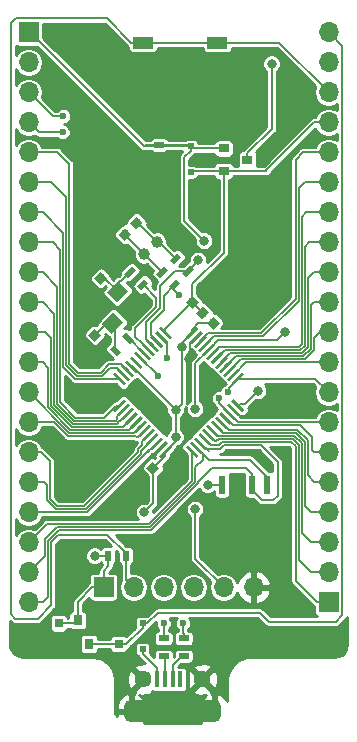
<source format=gbr>
G04 #@! TF.GenerationSoftware,KiCad,Pcbnew,(5.0.0)*
G04 #@! TF.CreationDate,2018-12-13T18:38:50+00:00*
G04 #@! TF.ProjectId,mogo,6D6F676F2E6B696361645F7063620000,rev?*
G04 #@! TF.SameCoordinates,Original*
G04 #@! TF.FileFunction,Copper,L1,Top,Signal*
G04 #@! TF.FilePolarity,Positive*
%FSLAX46Y46*%
G04 Gerber Fmt 4.6, Leading zero omitted, Abs format (unit mm)*
G04 Created by KiCad (PCBNEW (5.0.0)) date 12/13/18 18:38:50*
%MOMM*%
%LPD*%
G01*
G04 APERTURE LIST*
G04 #@! TA.AperFunction,SMDPad,CuDef*
%ADD10C,1.200000*%
G04 #@! TD*
G04 #@! TA.AperFunction,Conductor*
%ADD11C,0.100000*%
G04 #@! TD*
G04 #@! TA.AperFunction,SMDPad,CuDef*
%ADD12C,0.250000*%
G04 #@! TD*
G04 #@! TA.AperFunction,ComponentPad*
%ADD13R,1.700000X1.700000*%
G04 #@! TD*
G04 #@! TA.AperFunction,ComponentPad*
%ADD14O,1.700000X1.700000*%
G04 #@! TD*
G04 #@! TA.AperFunction,SMDPad,CuDef*
%ADD15C,0.750000*%
G04 #@! TD*
G04 #@! TA.AperFunction,SMDPad,CuDef*
%ADD16R,0.750000X0.800000*%
G04 #@! TD*
G04 #@! TA.AperFunction,SMDPad,CuDef*
%ADD17R,0.500000X0.500000*%
G04 #@! TD*
G04 #@! TA.AperFunction,SMDPad,CuDef*
%ADD18R,1.200000X1.900000*%
G04 #@! TD*
G04 #@! TA.AperFunction,ComponentPad*
%ADD19O,1.200000X1.900000*%
G04 #@! TD*
G04 #@! TA.AperFunction,SMDPad,CuDef*
%ADD20R,1.500000X1.900000*%
G04 #@! TD*
G04 #@! TA.AperFunction,ComponentPad*
%ADD21C,1.450000*%
G04 #@! TD*
G04 #@! TA.AperFunction,SMDPad,CuDef*
%ADD22R,0.400000X1.350000*%
G04 #@! TD*
G04 #@! TA.AperFunction,SMDPad,CuDef*
%ADD23R,0.900000X0.800000*%
G04 #@! TD*
G04 #@! TA.AperFunction,SMDPad,CuDef*
%ADD24C,0.500000*%
G04 #@! TD*
G04 #@! TA.AperFunction,SMDPad,CuDef*
%ADD25R,0.900000X0.500000*%
G04 #@! TD*
G04 #@! TA.AperFunction,SMDPad,CuDef*
%ADD26R,0.500000X0.900000*%
G04 #@! TD*
G04 #@! TA.AperFunction,SMDPad,CuDef*
%ADD27R,0.600000X1.550000*%
G04 #@! TD*
G04 #@! TA.AperFunction,SMDPad,CuDef*
%ADD28R,0.800000X0.900000*%
G04 #@! TD*
G04 #@! TA.AperFunction,ComponentPad*
%ADD29C,1.000000*%
G04 #@! TD*
G04 #@! TA.AperFunction,SMDPad,CuDef*
%ADD30R,1.700000X1.000000*%
G04 #@! TD*
G04 #@! TA.AperFunction,ViaPad*
%ADD31C,0.800000*%
G04 #@! TD*
G04 #@! TA.AperFunction,ViaPad*
%ADD32C,0.600000*%
G04 #@! TD*
G04 #@! TA.AperFunction,Conductor*
%ADD33C,0.127000*%
G04 #@! TD*
G04 #@! TA.AperFunction,Conductor*
%ADD34C,0.254000*%
G04 #@! TD*
G04 APERTURE END LIST*
D10*
G04 #@! TO.P,Y1,4*
G04 #@! TO.N,GND*
X77247635Y-132302365D03*
D11*
G04 #@! TD*
G04 #@! TO.N,GND*
G04 #@! TO.C,Y1*
G36*
X77318346Y-131383126D02*
X78166874Y-132231654D01*
X77176924Y-133221604D01*
X76328396Y-132373076D01*
X77318346Y-131383126D01*
X77318346Y-131383126D01*
G37*
D10*
G04 #@! TO.P,Y1,3*
G04 #@! TO.N,Net-(C2-Pad1)*
X75692000Y-133858000D03*
D11*
G04 #@! TD*
G04 #@! TO.N,Net-(C2-Pad1)*
G04 #@! TO.C,Y1*
G36*
X75762711Y-132938761D02*
X76611239Y-133787289D01*
X75621289Y-134777239D01*
X74772761Y-133928711D01*
X75762711Y-132938761D01*
X75762711Y-132938761D01*
G37*
D10*
G04 #@! TO.P,Y1,2*
G04 #@! TO.N,GND*
X74560629Y-132726629D03*
D11*
G04 #@! TD*
G04 #@! TO.N,GND*
G04 #@! TO.C,Y1*
G36*
X74631340Y-131807390D02*
X75479868Y-132655918D01*
X74489918Y-133645868D01*
X73641390Y-132797340D01*
X74631340Y-131807390D01*
X74631340Y-131807390D01*
G37*
D10*
G04 #@! TO.P,Y1,1*
G04 #@! TO.N,Net-(C1-Pad1)*
X76116264Y-131170994D03*
D11*
G04 #@! TD*
G04 #@! TO.N,Net-(C1-Pad1)*
G04 #@! TO.C,Y1*
G36*
X76186975Y-130251755D02*
X77035503Y-131100283D01*
X76045553Y-132090233D01*
X75197025Y-131241705D01*
X76186975Y-130251755D01*
X76186975Y-130251755D01*
G37*
D12*
G04 #@! TO.P,U2,48*
G04 #@! TO.N,+3V3*
X82411371Y-134679542D03*
D11*
G04 #@! TD*
G04 #@! TO.N,+3V3*
G04 #@! TO.C,U2*
G36*
X82040140Y-135227550D02*
X81863363Y-135050773D01*
X82782602Y-134131534D01*
X82959379Y-134308311D01*
X82040140Y-135227550D01*
X82040140Y-135227550D01*
G37*
D12*
G04 #@! TO.P,U2,47*
G04 #@! TO.N,GND*
X82764924Y-135033095D03*
D11*
G04 #@! TD*
G04 #@! TO.N,GND*
G04 #@! TO.C,U2*
G36*
X82393693Y-135581103D02*
X82216916Y-135404326D01*
X83136155Y-134485087D01*
X83312932Y-134661864D01*
X82393693Y-135581103D01*
X82393693Y-135581103D01*
G37*
D12*
G04 #@! TO.P,U2,46*
G04 #@! TO.N,/PB9*
X83118478Y-135386649D03*
D11*
G04 #@! TD*
G04 #@! TO.N,/PB9*
G04 #@! TO.C,U2*
G36*
X82747247Y-135934657D02*
X82570470Y-135757880D01*
X83489709Y-134838641D01*
X83666486Y-135015418D01*
X82747247Y-135934657D01*
X82747247Y-135934657D01*
G37*
D12*
G04 #@! TO.P,U2,45*
G04 #@! TO.N,/PB8*
X83472031Y-135740202D03*
D11*
G04 #@! TD*
G04 #@! TO.N,/PB8*
G04 #@! TO.C,U2*
G36*
X83100800Y-136288210D02*
X82924023Y-136111433D01*
X83843262Y-135192194D01*
X84020039Y-135368971D01*
X83100800Y-136288210D01*
X83100800Y-136288210D01*
G37*
D12*
G04 #@! TO.P,U2,44*
G04 #@! TO.N,/BOOT0*
X83825584Y-136093755D03*
D11*
G04 #@! TD*
G04 #@! TO.N,/BOOT0*
G04 #@! TO.C,U2*
G36*
X83454353Y-136641763D02*
X83277576Y-136464986D01*
X84196815Y-135545747D01*
X84373592Y-135722524D01*
X83454353Y-136641763D01*
X83454353Y-136641763D01*
G37*
D12*
G04 #@! TO.P,U2,43*
G04 #@! TO.N,/PB7*
X84179138Y-136447309D03*
D11*
G04 #@! TD*
G04 #@! TO.N,/PB7*
G04 #@! TO.C,U2*
G36*
X83807907Y-136995317D02*
X83631130Y-136818540D01*
X84550369Y-135899301D01*
X84727146Y-136076078D01*
X83807907Y-136995317D01*
X83807907Y-136995317D01*
G37*
D12*
G04 #@! TO.P,U2,42*
G04 #@! TO.N,/PB6*
X84532691Y-136800862D03*
D11*
G04 #@! TD*
G04 #@! TO.N,/PB6*
G04 #@! TO.C,U2*
G36*
X84161460Y-137348870D02*
X83984683Y-137172093D01*
X84903922Y-136252854D01*
X85080699Y-136429631D01*
X84161460Y-137348870D01*
X84161460Y-137348870D01*
G37*
D12*
G04 #@! TO.P,U2,41*
G04 #@! TO.N,/PB5*
X84886245Y-137154416D03*
D11*
G04 #@! TD*
G04 #@! TO.N,/PB5*
G04 #@! TO.C,U2*
G36*
X84515014Y-137702424D02*
X84338237Y-137525647D01*
X85257476Y-136606408D01*
X85434253Y-136783185D01*
X84515014Y-137702424D01*
X84515014Y-137702424D01*
G37*
D12*
G04 #@! TO.P,U2,40*
G04 #@! TO.N,/PB4*
X85239798Y-137507969D03*
D11*
G04 #@! TD*
G04 #@! TO.N,/PB4*
G04 #@! TO.C,U2*
G36*
X84868567Y-138055977D02*
X84691790Y-137879200D01*
X85611029Y-136959961D01*
X85787806Y-137136738D01*
X84868567Y-138055977D01*
X84868567Y-138055977D01*
G37*
D12*
G04 #@! TO.P,U2,39*
G04 #@! TO.N,/PB3*
X85593351Y-137861522D03*
D11*
G04 #@! TD*
G04 #@! TO.N,/PB3*
G04 #@! TO.C,U2*
G36*
X85222120Y-138409530D02*
X85045343Y-138232753D01*
X85964582Y-137313514D01*
X86141359Y-137490291D01*
X85222120Y-138409530D01*
X85222120Y-138409530D01*
G37*
D12*
G04 #@! TO.P,U2,38*
G04 #@! TO.N,/PA15*
X85946905Y-138215076D03*
D11*
G04 #@! TD*
G04 #@! TO.N,/PA15*
G04 #@! TO.C,U2*
G36*
X85575674Y-138763084D02*
X85398897Y-138586307D01*
X86318136Y-137667068D01*
X86494913Y-137843845D01*
X85575674Y-138763084D01*
X85575674Y-138763084D01*
G37*
D12*
G04 #@! TO.P,U2,37*
G04 #@! TO.N,/SWCLK*
X86300458Y-138568629D03*
D11*
G04 #@! TD*
G04 #@! TO.N,/SWCLK*
G04 #@! TO.C,U2*
G36*
X85929227Y-139116637D02*
X85752450Y-138939860D01*
X86671689Y-138020621D01*
X86848466Y-138197398D01*
X85929227Y-139116637D01*
X85929227Y-139116637D01*
G37*
D12*
G04 #@! TO.P,U2,36*
G04 #@! TO.N,+3V3*
X86300458Y-140831371D03*
D11*
G04 #@! TD*
G04 #@! TO.N,+3V3*
G04 #@! TO.C,U2*
G36*
X85752450Y-140460140D02*
X85929227Y-140283363D01*
X86848466Y-141202602D01*
X86671689Y-141379379D01*
X85752450Y-140460140D01*
X85752450Y-140460140D01*
G37*
D12*
G04 #@! TO.P,U2,35*
G04 #@! TO.N,GND*
X85946905Y-141184924D03*
D11*
G04 #@! TD*
G04 #@! TO.N,GND*
G04 #@! TO.C,U2*
G36*
X85398897Y-140813693D02*
X85575674Y-140636916D01*
X86494913Y-141556155D01*
X86318136Y-141732932D01*
X85398897Y-140813693D01*
X85398897Y-140813693D01*
G37*
D12*
G04 #@! TO.P,U2,34*
G04 #@! TO.N,/SWDIO*
X85593351Y-141538478D03*
D11*
G04 #@! TD*
G04 #@! TO.N,/SWDIO*
G04 #@! TO.C,U2*
G36*
X85045343Y-141167247D02*
X85222120Y-140990470D01*
X86141359Y-141909709D01*
X85964582Y-142086486D01*
X85045343Y-141167247D01*
X85045343Y-141167247D01*
G37*
D12*
G04 #@! TO.P,U2,33*
G04 #@! TO.N,/USB_D+*
X85239798Y-141892031D03*
D11*
G04 #@! TD*
G04 #@! TO.N,/USB_D+*
G04 #@! TO.C,U2*
G36*
X84691790Y-141520800D02*
X84868567Y-141344023D01*
X85787806Y-142263262D01*
X85611029Y-142440039D01*
X84691790Y-141520800D01*
X84691790Y-141520800D01*
G37*
D12*
G04 #@! TO.P,U2,32*
G04 #@! TO.N,/USB_D-*
X84886245Y-142245584D03*
D11*
G04 #@! TD*
G04 #@! TO.N,/USB_D-*
G04 #@! TO.C,U2*
G36*
X84338237Y-141874353D02*
X84515014Y-141697576D01*
X85434253Y-142616815D01*
X85257476Y-142793592D01*
X84338237Y-141874353D01*
X84338237Y-141874353D01*
G37*
D12*
G04 #@! TO.P,U2,31*
G04 #@! TO.N,/PA10*
X84532691Y-142599138D03*
D11*
G04 #@! TD*
G04 #@! TO.N,/PA10*
G04 #@! TO.C,U2*
G36*
X83984683Y-142227907D02*
X84161460Y-142051130D01*
X85080699Y-142970369D01*
X84903922Y-143147146D01*
X83984683Y-142227907D01*
X83984683Y-142227907D01*
G37*
D12*
G04 #@! TO.P,U2,30*
G04 #@! TO.N,/PA9*
X84179138Y-142952691D03*
D11*
G04 #@! TD*
G04 #@! TO.N,/PA9*
G04 #@! TO.C,U2*
G36*
X83631130Y-142581460D02*
X83807907Y-142404683D01*
X84727146Y-143323922D01*
X84550369Y-143500699D01*
X83631130Y-142581460D01*
X83631130Y-142581460D01*
G37*
D12*
G04 #@! TO.P,U2,29*
G04 #@! TO.N,/PA8*
X83825584Y-143306245D03*
D11*
G04 #@! TD*
G04 #@! TO.N,/PA8*
G04 #@! TO.C,U2*
G36*
X83277576Y-142935014D02*
X83454353Y-142758237D01*
X84373592Y-143677476D01*
X84196815Y-143854253D01*
X83277576Y-142935014D01*
X83277576Y-142935014D01*
G37*
D12*
G04 #@! TO.P,U2,28*
G04 #@! TO.N,/PB15*
X83472031Y-143659798D03*
D11*
G04 #@! TD*
G04 #@! TO.N,/PB15*
G04 #@! TO.C,U2*
G36*
X82924023Y-143288567D02*
X83100800Y-143111790D01*
X84020039Y-144031029D01*
X83843262Y-144207806D01*
X82924023Y-143288567D01*
X82924023Y-143288567D01*
G37*
D12*
G04 #@! TO.P,U2,27*
G04 #@! TO.N,/PB14*
X83118478Y-144013351D03*
D11*
G04 #@! TD*
G04 #@! TO.N,/PB14*
G04 #@! TO.C,U2*
G36*
X82570470Y-143642120D02*
X82747247Y-143465343D01*
X83666486Y-144384582D01*
X83489709Y-144561359D01*
X82570470Y-143642120D01*
X82570470Y-143642120D01*
G37*
D12*
G04 #@! TO.P,U2,26*
G04 #@! TO.N,/PB13*
X82764924Y-144366905D03*
D11*
G04 #@! TD*
G04 #@! TO.N,/PB13*
G04 #@! TO.C,U2*
G36*
X82216916Y-143995674D02*
X82393693Y-143818897D01*
X83312932Y-144738136D01*
X83136155Y-144914913D01*
X82216916Y-143995674D01*
X82216916Y-143995674D01*
G37*
D12*
G04 #@! TO.P,U2,25*
G04 #@! TO.N,/PB12*
X82411371Y-144720458D03*
D11*
G04 #@! TD*
G04 #@! TO.N,/PB12*
G04 #@! TO.C,U2*
G36*
X81863363Y-144349227D02*
X82040140Y-144172450D01*
X82959379Y-145091689D01*
X82782602Y-145268466D01*
X81863363Y-144349227D01*
X81863363Y-144349227D01*
G37*
D12*
G04 #@! TO.P,U2,24*
G04 #@! TO.N,+3V3*
X80148629Y-144720458D03*
D11*
G04 #@! TD*
G04 #@! TO.N,+3V3*
G04 #@! TO.C,U2*
G36*
X79777398Y-145268466D02*
X79600621Y-145091689D01*
X80519860Y-144172450D01*
X80696637Y-144349227D01*
X79777398Y-145268466D01*
X79777398Y-145268466D01*
G37*
D12*
G04 #@! TO.P,U2,23*
G04 #@! TO.N,GND*
X79795076Y-144366905D03*
D11*
G04 #@! TD*
G04 #@! TO.N,GND*
G04 #@! TO.C,U2*
G36*
X79423845Y-144914913D02*
X79247068Y-144738136D01*
X80166307Y-143818897D01*
X80343084Y-143995674D01*
X79423845Y-144914913D01*
X79423845Y-144914913D01*
G37*
D12*
G04 #@! TO.P,U2,22*
G04 #@! TO.N,/PB11*
X79441522Y-144013351D03*
D11*
G04 #@! TD*
G04 #@! TO.N,/PB11*
G04 #@! TO.C,U2*
G36*
X79070291Y-144561359D02*
X78893514Y-144384582D01*
X79812753Y-143465343D01*
X79989530Y-143642120D01*
X79070291Y-144561359D01*
X79070291Y-144561359D01*
G37*
D12*
G04 #@! TO.P,U2,21*
G04 #@! TO.N,/PB10*
X79087969Y-143659798D03*
D11*
G04 #@! TD*
G04 #@! TO.N,/PB10*
G04 #@! TO.C,U2*
G36*
X78716738Y-144207806D02*
X78539961Y-144031029D01*
X79459200Y-143111790D01*
X79635977Y-143288567D01*
X78716738Y-144207806D01*
X78716738Y-144207806D01*
G37*
D12*
G04 #@! TO.P,U2,20*
G04 #@! TO.N,/PB2*
X78734416Y-143306245D03*
D11*
G04 #@! TD*
G04 #@! TO.N,/PB2*
G04 #@! TO.C,U2*
G36*
X78363185Y-143854253D02*
X78186408Y-143677476D01*
X79105647Y-142758237D01*
X79282424Y-142935014D01*
X78363185Y-143854253D01*
X78363185Y-143854253D01*
G37*
D12*
G04 #@! TO.P,U2,19*
G04 #@! TO.N,/PB1*
X78380862Y-142952691D03*
D11*
G04 #@! TD*
G04 #@! TO.N,/PB1*
G04 #@! TO.C,U2*
G36*
X78009631Y-143500699D02*
X77832854Y-143323922D01*
X78752093Y-142404683D01*
X78928870Y-142581460D01*
X78009631Y-143500699D01*
X78009631Y-143500699D01*
G37*
D12*
G04 #@! TO.P,U2,18*
G04 #@! TO.N,/PB0*
X78027309Y-142599138D03*
D11*
G04 #@! TD*
G04 #@! TO.N,/PB0*
G04 #@! TO.C,U2*
G36*
X77656078Y-143147146D02*
X77479301Y-142970369D01*
X78398540Y-142051130D01*
X78575317Y-142227907D01*
X77656078Y-143147146D01*
X77656078Y-143147146D01*
G37*
D12*
G04 #@! TO.P,U2,17*
G04 #@! TO.N,/PA7*
X77673755Y-142245584D03*
D11*
G04 #@! TD*
G04 #@! TO.N,/PA7*
G04 #@! TO.C,U2*
G36*
X77302524Y-142793592D02*
X77125747Y-142616815D01*
X78044986Y-141697576D01*
X78221763Y-141874353D01*
X77302524Y-142793592D01*
X77302524Y-142793592D01*
G37*
D12*
G04 #@! TO.P,U2,16*
G04 #@! TO.N,/PA6*
X77320202Y-141892031D03*
D11*
G04 #@! TD*
G04 #@! TO.N,/PA6*
G04 #@! TO.C,U2*
G36*
X76948971Y-142440039D02*
X76772194Y-142263262D01*
X77691433Y-141344023D01*
X77868210Y-141520800D01*
X76948971Y-142440039D01*
X76948971Y-142440039D01*
G37*
D12*
G04 #@! TO.P,U2,15*
G04 #@! TO.N,/PA5*
X76966649Y-141538478D03*
D11*
G04 #@! TD*
G04 #@! TO.N,/PA5*
G04 #@! TO.C,U2*
G36*
X76595418Y-142086486D02*
X76418641Y-141909709D01*
X77337880Y-140990470D01*
X77514657Y-141167247D01*
X76595418Y-142086486D01*
X76595418Y-142086486D01*
G37*
D12*
G04 #@! TO.P,U2,14*
G04 #@! TO.N,/PA4*
X76613095Y-141184924D03*
D11*
G04 #@! TD*
G04 #@! TO.N,/PA4*
G04 #@! TO.C,U2*
G36*
X76241864Y-141732932D02*
X76065087Y-141556155D01*
X76984326Y-140636916D01*
X77161103Y-140813693D01*
X76241864Y-141732932D01*
X76241864Y-141732932D01*
G37*
D12*
G04 #@! TO.P,U2,13*
G04 #@! TO.N,/PA3*
X76259542Y-140831371D03*
D11*
G04 #@! TD*
G04 #@! TO.N,/PA3*
G04 #@! TO.C,U2*
G36*
X75888311Y-141379379D02*
X75711534Y-141202602D01*
X76630773Y-140283363D01*
X76807550Y-140460140D01*
X75888311Y-141379379D01*
X75888311Y-141379379D01*
G37*
D12*
G04 #@! TO.P,U2,12*
G04 #@! TO.N,/PA2*
X76259542Y-138568629D03*
D11*
G04 #@! TD*
G04 #@! TO.N,/PA2*
G04 #@! TO.C,U2*
G36*
X75711534Y-138197398D02*
X75888311Y-138020621D01*
X76807550Y-138939860D01*
X76630773Y-139116637D01*
X75711534Y-138197398D01*
X75711534Y-138197398D01*
G37*
D12*
G04 #@! TO.P,U2,11*
G04 #@! TO.N,/PA1*
X76613095Y-138215076D03*
D11*
G04 #@! TD*
G04 #@! TO.N,/PA1*
G04 #@! TO.C,U2*
G36*
X76065087Y-137843845D02*
X76241864Y-137667068D01*
X77161103Y-138586307D01*
X76984326Y-138763084D01*
X76065087Y-137843845D01*
X76065087Y-137843845D01*
G37*
D12*
G04 #@! TO.P,U2,10*
G04 #@! TO.N,/PA0*
X76966649Y-137861522D03*
D11*
G04 #@! TD*
G04 #@! TO.N,/PA0*
G04 #@! TO.C,U2*
G36*
X76418641Y-137490291D02*
X76595418Y-137313514D01*
X77514657Y-138232753D01*
X77337880Y-138409530D01*
X76418641Y-137490291D01*
X76418641Y-137490291D01*
G37*
D12*
G04 #@! TO.P,U2,9*
G04 #@! TO.N,+3V3*
X77320202Y-137507969D03*
D11*
G04 #@! TD*
G04 #@! TO.N,+3V3*
G04 #@! TO.C,U2*
G36*
X76772194Y-137136738D02*
X76948971Y-136959961D01*
X77868210Y-137879200D01*
X77691433Y-138055977D01*
X76772194Y-137136738D01*
X76772194Y-137136738D01*
G37*
D12*
G04 #@! TO.P,U2,8*
G04 #@! TO.N,Net-(U2-Pad8)*
X77673755Y-137154416D03*
D11*
G04 #@! TD*
G04 #@! TO.N,Net-(U2-Pad8)*
G04 #@! TO.C,U2*
G36*
X77125747Y-136783185D02*
X77302524Y-136606408D01*
X78221763Y-137525647D01*
X78044986Y-137702424D01*
X77125747Y-136783185D01*
X77125747Y-136783185D01*
G37*
D12*
G04 #@! TO.P,U2,7*
G04 #@! TO.N,/_RESET*
X78027309Y-136800862D03*
D11*
G04 #@! TD*
G04 #@! TO.N,/_RESET*
G04 #@! TO.C,U2*
G36*
X77479301Y-136429631D02*
X77656078Y-136252854D01*
X78575317Y-137172093D01*
X78398540Y-137348870D01*
X77479301Y-136429631D01*
X77479301Y-136429631D01*
G37*
D12*
G04 #@! TO.P,U2,6*
G04 #@! TO.N,/OSC_OUT*
X78380862Y-136447309D03*
D11*
G04 #@! TD*
G04 #@! TO.N,/OSC_OUT*
G04 #@! TO.C,U2*
G36*
X77832854Y-136076078D02*
X78009631Y-135899301D01*
X78928870Y-136818540D01*
X78752093Y-136995317D01*
X77832854Y-136076078D01*
X77832854Y-136076078D01*
G37*
D12*
G04 #@! TO.P,U2,5*
G04 #@! TO.N,/OSC_IN*
X78734416Y-136093755D03*
D11*
G04 #@! TD*
G04 #@! TO.N,/OSC_IN*
G04 #@! TO.C,U2*
G36*
X78186408Y-135722524D02*
X78363185Y-135545747D01*
X79282424Y-136464986D01*
X79105647Y-136641763D01*
X78186408Y-135722524D01*
X78186408Y-135722524D01*
G37*
D12*
G04 #@! TO.P,U2,4*
G04 #@! TO.N,/RTC_OSC_OUT*
X79087969Y-135740202D03*
D11*
G04 #@! TD*
G04 #@! TO.N,/RTC_OSC_OUT*
G04 #@! TO.C,U2*
G36*
X78539961Y-135368971D02*
X78716738Y-135192194D01*
X79635977Y-136111433D01*
X79459200Y-136288210D01*
X78539961Y-135368971D01*
X78539961Y-135368971D01*
G37*
D12*
G04 #@! TO.P,U2,3*
G04 #@! TO.N,/RTC_OSC_IN*
X79441522Y-135386649D03*
D11*
G04 #@! TD*
G04 #@! TO.N,/RTC_OSC_IN*
G04 #@! TO.C,U2*
G36*
X78893514Y-135015418D02*
X79070291Y-134838641D01*
X79989530Y-135757880D01*
X79812753Y-135934657D01*
X78893514Y-135015418D01*
X78893514Y-135015418D01*
G37*
D12*
G04 #@! TO.P,U2,2*
G04 #@! TO.N,/PC13*
X79795076Y-135033095D03*
D11*
G04 #@! TD*
G04 #@! TO.N,/PC13*
G04 #@! TO.C,U2*
G36*
X79247068Y-134661864D02*
X79423845Y-134485087D01*
X80343084Y-135404326D01*
X80166307Y-135581103D01*
X79247068Y-134661864D01*
X79247068Y-134661864D01*
G37*
D12*
G04 #@! TO.P,U2,1*
G04 #@! TO.N,+BATT*
X80148629Y-134679542D03*
D11*
G04 #@! TD*
G04 #@! TO.N,+BATT*
G04 #@! TO.C,U2*
G36*
X79600621Y-134308311D02*
X79777398Y-134131534D01*
X80696637Y-135050773D01*
X80519860Y-135227550D01*
X79600621Y-134308311D01*
X79600621Y-134308311D01*
G37*
D13*
G04 #@! TO.P,J3,1*
G04 #@! TO.N,/PB15*
X93980000Y-157480000D03*
D14*
G04 #@! TO.P,J3,2*
G04 #@! TO.N,/PA8*
X93980000Y-154940000D03*
G04 #@! TO.P,J3,3*
G04 #@! TO.N,/PA9*
X93980000Y-152400000D03*
G04 #@! TO.P,J3,4*
G04 #@! TO.N,/PA10*
X93980000Y-149860000D03*
G04 #@! TO.P,J3,5*
G04 #@! TO.N,/USB_D-*
X93980000Y-147320000D03*
G04 #@! TO.P,J3,6*
G04 #@! TO.N,/USB_D+*
X93980000Y-144780000D03*
G04 #@! TO.P,J3,7*
G04 #@! TO.N,/SWDIO*
X93980000Y-142240000D03*
G04 #@! TO.P,J3,8*
G04 #@! TO.N,/SWCLK*
X93980000Y-139700000D03*
G04 #@! TO.P,J3,9*
G04 #@! TO.N,/PA15*
X93980000Y-137160000D03*
G04 #@! TO.P,J3,10*
G04 #@! TO.N,/PB3*
X93980000Y-134620000D03*
G04 #@! TO.P,J3,11*
G04 #@! TO.N,/PB4*
X93980000Y-132080000D03*
G04 #@! TO.P,J3,12*
G04 #@! TO.N,/PB5*
X93980000Y-129540000D03*
G04 #@! TO.P,J3,13*
G04 #@! TO.N,/PB6*
X93980000Y-127000000D03*
G04 #@! TO.P,J3,14*
G04 #@! TO.N,/PB7*
X93980000Y-124460000D03*
G04 #@! TO.P,J3,15*
G04 #@! TO.N,/PB8*
X93980000Y-121920000D03*
G04 #@! TO.P,J3,16*
G04 #@! TO.N,/PB9*
X93980000Y-119380000D03*
G04 #@! TO.P,J3,17*
G04 #@! TO.N,+BATT*
X93980000Y-116840000D03*
G04 #@! TO.P,J3,18*
G04 #@! TO.N,/_RESET*
X93980000Y-114300000D03*
G04 #@! TO.P,J3,19*
G04 #@! TO.N,/BOOT0*
X93980000Y-111760000D03*
G04 #@! TO.P,J3,20*
G04 #@! TO.N,VBUS*
X93980000Y-109220000D03*
G04 #@! TD*
D15*
G04 #@! TO.P,C1,1*
G04 #@! TO.N,Net-(C1-Pad1)*
X74676000Y-130048000D03*
D11*
G04 #@! TD*
G04 #@! TO.N,Net-(C1-Pad1)*
G04 #@! TO.C,C1*
G36*
X74693678Y-129499992D02*
X75224008Y-130030322D01*
X74658322Y-130596008D01*
X74127992Y-130065678D01*
X74693678Y-129499992D01*
X74693678Y-129499992D01*
G37*
D15*
G04 #@! TO.P,C1,2*
G04 #@! TO.N,GND*
X73615340Y-131108660D03*
D11*
G04 #@! TD*
G04 #@! TO.N,GND*
G04 #@! TO.C,C1*
G36*
X73633018Y-130560652D02*
X74163348Y-131090982D01*
X73597662Y-131656668D01*
X73067332Y-131126338D01*
X73633018Y-130560652D01*
X73633018Y-130560652D01*
G37*
D15*
G04 #@! TO.P,C2,2*
G04 #@! TO.N,GND*
X73107340Y-133813340D03*
D11*
G04 #@! TD*
G04 #@! TO.N,GND*
G04 #@! TO.C,C2*
G36*
X73655348Y-133831018D02*
X73125018Y-134361348D01*
X72559332Y-133795662D01*
X73089662Y-133265332D01*
X73655348Y-133831018D01*
X73655348Y-133831018D01*
G37*
D15*
G04 #@! TO.P,C2,1*
G04 #@! TO.N,Net-(C2-Pad1)*
X74168000Y-134874000D03*
D11*
G04 #@! TD*
G04 #@! TO.N,Net-(C2-Pad1)*
G04 #@! TO.C,C2*
G36*
X74716008Y-134891678D02*
X74185678Y-135422008D01*
X73619992Y-134856322D01*
X74150322Y-134325992D01*
X74716008Y-134891678D01*
X74716008Y-134891678D01*
G37*
D15*
G04 #@! TO.P,C3,2*
G04 #@! TO.N,GND*
X75669670Y-127403330D03*
D11*
G04 #@! TD*
G04 #@! TO.N,GND*
G04 #@! TO.C,C3*
G36*
X75687348Y-126855322D02*
X76217678Y-127385652D01*
X75651992Y-127951338D01*
X75121662Y-127421008D01*
X75687348Y-126855322D01*
X75687348Y-126855322D01*
G37*
D15*
G04 #@! TO.P,C3,1*
G04 #@! TO.N,Net-(C3-Pad1)*
X76730330Y-126342670D03*
D11*
G04 #@! TD*
G04 #@! TO.N,Net-(C3-Pad1)*
G04 #@! TO.C,C3*
G36*
X76748008Y-125794662D02*
X77278338Y-126324992D01*
X76712652Y-126890678D01*
X76182322Y-126360348D01*
X76748008Y-125794662D01*
X76748008Y-125794662D01*
G37*
D15*
G04 #@! TO.P,C4,1*
G04 #@! TO.N,Net-(C4-Pad1)*
X77713670Y-125371330D03*
D11*
G04 #@! TD*
G04 #@! TO.N,Net-(C4-Pad1)*
G04 #@! TO.C,C4*
G36*
X77695992Y-125919338D02*
X77165662Y-125389008D01*
X77731348Y-124823322D01*
X78261678Y-125353652D01*
X77695992Y-125919338D01*
X77695992Y-125919338D01*
G37*
D15*
G04 #@! TO.P,C4,2*
G04 #@! TO.N,GND*
X78774330Y-124310670D03*
D11*
G04 #@! TD*
G04 #@! TO.N,GND*
G04 #@! TO.C,C4*
G36*
X78756652Y-124858678D02*
X78226322Y-124328348D01*
X78792008Y-123762662D01*
X79322338Y-124292992D01*
X78756652Y-124858678D01*
X78756652Y-124858678D01*
G37*
D15*
G04 #@! TO.P,C5,2*
G04 #@! TO.N,GND*
X83483660Y-131019340D03*
D11*
G04 #@! TD*
G04 #@! TO.N,GND*
G04 #@! TO.C,C5*
G36*
X83465982Y-131567348D02*
X82935652Y-131037018D01*
X83501338Y-130471332D01*
X84031668Y-131001662D01*
X83465982Y-131567348D01*
X83465982Y-131567348D01*
G37*
D15*
G04 #@! TO.P,C5,1*
G04 #@! TO.N,+BATT*
X82423000Y-132080000D03*
D11*
G04 #@! TD*
G04 #@! TO.N,+BATT*
G04 #@! TO.C,C5*
G36*
X82405322Y-132628008D02*
X81874992Y-132097678D01*
X82440678Y-131531992D01*
X82971008Y-132062322D01*
X82405322Y-132628008D01*
X82405322Y-132628008D01*
G37*
D15*
G04 #@! TO.P,C6,1*
G04 #@! TO.N,+BATT*
X83312000Y-132969000D03*
D11*
G04 #@! TD*
G04 #@! TO.N,+BATT*
G04 #@! TO.C,C6*
G36*
X83294322Y-133517008D02*
X82763992Y-132986678D01*
X83329678Y-132420992D01*
X83860008Y-132951322D01*
X83294322Y-133517008D01*
X83294322Y-133517008D01*
G37*
D15*
G04 #@! TO.P,C6,2*
G04 #@! TO.N,GND*
X84372660Y-131908340D03*
D11*
G04 #@! TD*
G04 #@! TO.N,GND*
G04 #@! TO.C,C6*
G36*
X84354982Y-132456348D02*
X83824652Y-131926018D01*
X84390338Y-131360332D01*
X84920668Y-131890662D01*
X84354982Y-132456348D01*
X84354982Y-132456348D01*
G37*
D16*
G04 #@! TO.P,C7,1*
G04 #@! TO.N,VBUS*
X76200000Y-161024000D03*
G04 #@! TO.P,C7,2*
G04 #@! TO.N,GND*
X76200000Y-159524000D03*
G04 #@! TD*
D15*
G04 #@! TO.P,C8,2*
G04 #@! TO.N,GND*
X85261660Y-132797340D03*
D11*
G04 #@! TD*
G04 #@! TO.N,GND*
G04 #@! TO.C,C8*
G36*
X85243982Y-133345348D02*
X84713652Y-132815018D01*
X85279338Y-132249332D01*
X85809668Y-132779662D01*
X85243982Y-133345348D01*
X85243982Y-133345348D01*
G37*
D15*
G04 #@! TO.P,C8,1*
G04 #@! TO.N,+3V3*
X84201000Y-133858000D03*
D11*
G04 #@! TD*
G04 #@! TO.N,+3V3*
G04 #@! TO.C,C8*
G36*
X84183322Y-134406008D02*
X83652992Y-133875678D01*
X84218678Y-133309992D01*
X84749008Y-133840322D01*
X84183322Y-134406008D01*
X84183322Y-134406008D01*
G37*
D15*
G04 #@! TO.P,C9,1*
G04 #@! TO.N,+3V3*
X79098670Y-146132340D03*
D11*
G04 #@! TD*
G04 #@! TO.N,+3V3*
G04 #@! TO.C,C9*
G36*
X78550662Y-146114662D02*
X79080992Y-145584332D01*
X79646678Y-146150018D01*
X79116348Y-146680348D01*
X78550662Y-146114662D01*
X78550662Y-146114662D01*
G37*
D15*
G04 #@! TO.P,C9,2*
G04 #@! TO.N,GND*
X80159330Y-147193000D03*
D11*
G04 #@! TD*
G04 #@! TO.N,GND*
G04 #@! TO.C,C9*
G36*
X79611322Y-147175322D02*
X80141652Y-146644992D01*
X80707338Y-147210678D01*
X80177008Y-147741008D01*
X79611322Y-147175322D01*
X79611322Y-147175322D01*
G37*
D16*
G04 #@! TO.P,C10,2*
G04 #@! TO.N,GND*
X71120000Y-160770000D03*
G04 #@! TO.P,C10,1*
G04 #@! TO.N,+3V3*
X71120000Y-159270000D03*
G04 #@! TD*
D17*
G04 #@! TO.P,D1,1*
G04 #@! TO.N,Net-(D1-Pad1)*
X78232000Y-161458000D03*
G04 #@! TO.P,D1,2*
G04 #@! TO.N,VBUS*
X78232000Y-159258000D03*
G04 #@! TD*
G04 #@! TO.P,D2,2*
G04 #@! TO.N,+BATT*
X82296000Y-121071998D03*
G04 #@! TO.P,D2,1*
G04 #@! TO.N,+3V3*
X82296000Y-118872000D03*
G04 #@! TD*
D18*
G04 #@! TO.P,J1,6*
G04 #@! TO.N,GND*
X77880000Y-166720000D03*
X83680000Y-166720000D03*
D19*
X84280000Y-166720000D03*
X77280000Y-166720000D03*
D20*
X79780000Y-166720000D03*
D21*
X83280000Y-164020000D03*
D22*
G04 #@! TO.P,J1,3*
G04 #@! TO.N,Net-(J1-Pad3)*
X80780000Y-164020000D03*
G04 #@! TO.P,J1,4*
G04 #@! TO.N,/OTG_SELECT*
X81430000Y-164020000D03*
G04 #@! TO.P,J1,5*
G04 #@! TO.N,GND*
X82080000Y-164020000D03*
G04 #@! TO.P,J1,1*
G04 #@! TO.N,Net-(D1-Pad1)*
X79480000Y-164020000D03*
G04 #@! TO.P,J1,2*
G04 #@! TO.N,Net-(J1-Pad2)*
X80130000Y-164020000D03*
D21*
G04 #@! TO.P,J1,6*
G04 #@! TO.N,GND*
X78280000Y-164020000D03*
D20*
X81780000Y-166720000D03*
G04 #@! TD*
D14*
G04 #@! TO.P,J4,20*
G04 #@! TO.N,/PB14*
X68580000Y-157480000D03*
G04 #@! TO.P,J4,19*
G04 #@! TO.N,/PB13*
X68580000Y-154940000D03*
G04 #@! TO.P,J4,18*
G04 #@! TO.N,/PB12*
X68580000Y-152400000D03*
G04 #@! TO.P,J4,17*
G04 #@! TO.N,/PB11*
X68580000Y-149860000D03*
G04 #@! TO.P,J4,16*
G04 #@! TO.N,/PB10*
X68580000Y-147320000D03*
G04 #@! TO.P,J4,15*
G04 #@! TO.N,/PB2*
X68580000Y-144780000D03*
G04 #@! TO.P,J4,14*
G04 #@! TO.N,/PB1*
X68580000Y-142240000D03*
G04 #@! TO.P,J4,13*
G04 #@! TO.N,/PB0*
X68580000Y-139700000D03*
G04 #@! TO.P,J4,12*
G04 #@! TO.N,/PA7*
X68580000Y-137160000D03*
G04 #@! TO.P,J4,11*
G04 #@! TO.N,/PA6*
X68580000Y-134620000D03*
G04 #@! TO.P,J4,10*
G04 #@! TO.N,/PA5*
X68580000Y-132080000D03*
G04 #@! TO.P,J4,9*
G04 #@! TO.N,/PA4*
X68580000Y-129540000D03*
G04 #@! TO.P,J4,8*
G04 #@! TO.N,/PA3*
X68580000Y-127000000D03*
G04 #@! TO.P,J4,7*
G04 #@! TO.N,/PA2*
X68580000Y-124460000D03*
G04 #@! TO.P,J4,6*
G04 #@! TO.N,/PA1*
X68580000Y-121920000D03*
G04 #@! TO.P,J4,5*
G04 #@! TO.N,/PA0*
X68580000Y-119380000D03*
G04 #@! TO.P,J4,4*
G04 #@! TO.N,/RTC_OSC_OUT*
X68580000Y-116840000D03*
G04 #@! TO.P,J4,3*
G04 #@! TO.N,/RTC_OSC_IN*
X68580000Y-114300000D03*
G04 #@! TO.P,J4,2*
G04 #@! TO.N,/PC13*
X68580000Y-111760000D03*
D13*
G04 #@! TO.P,J4,1*
G04 #@! TO.N,+3V3*
X68580000Y-109220000D03*
G04 #@! TD*
D23*
G04 #@! TO.P,Q1,1*
G04 #@! TO.N,+3V3*
X85106000Y-119065000D03*
G04 #@! TO.P,Q1,2*
G04 #@! TO.N,+BATT*
X85106000Y-120965000D03*
G04 #@! TO.P,Q1,3*
G04 #@! TO.N,Net-(BT1-Pad1)*
X87106000Y-120015000D03*
G04 #@! TD*
D24*
G04 #@! TO.P,R1,2*
G04 #@! TO.N,Net-(C1-Pad1)*
X77171340Y-129517670D03*
D11*
G04 #@! TD*
G04 #@! TO.N,Net-(C1-Pad1)*
G04 #@! TO.C,R1*
G36*
X77666315Y-129376249D02*
X77029919Y-130012645D01*
X76676365Y-129659091D01*
X77312761Y-129022695D01*
X77666315Y-129376249D01*
X77666315Y-129376249D01*
G37*
D24*
G04 #@! TO.P,R1,1*
G04 #@! TO.N,/OSC_IN*
X78232000Y-130578330D03*
D11*
G04 #@! TD*
G04 #@! TO.N,/OSC_IN*
G04 #@! TO.C,R1*
G36*
X78726975Y-130436909D02*
X78090579Y-131073305D01*
X77737025Y-130719751D01*
X78373421Y-130083355D01*
X78726975Y-130436909D01*
X78726975Y-130436909D01*
G37*
D24*
G04 #@! TO.P,R2,1*
G04 #@! TO.N,/OSC_OUT*
X76984330Y-135105670D03*
D11*
G04 #@! TD*
G04 #@! TO.N,/OSC_OUT*
G04 #@! TO.C,R2*
G36*
X76842909Y-134610695D02*
X77479305Y-135247091D01*
X77125751Y-135600645D01*
X76489355Y-134964249D01*
X76842909Y-134610695D01*
X76842909Y-134610695D01*
G37*
D24*
G04 #@! TO.P,R2,2*
G04 #@! TO.N,Net-(C2-Pad1)*
X75923670Y-136166330D03*
D11*
G04 #@! TD*
G04 #@! TO.N,Net-(C2-Pad1)*
G04 #@! TO.C,R2*
G36*
X75782249Y-135671355D02*
X76418645Y-136307751D01*
X76065091Y-136661305D01*
X75428695Y-136024909D01*
X75782249Y-135671355D01*
X75782249Y-135671355D01*
G37*
D25*
G04 #@! TO.P,R3,1*
G04 #@! TO.N,/USB_D+*
X81730000Y-160540000D03*
G04 #@! TO.P,R3,2*
G04 #@! TO.N,Net-(J1-Pad3)*
X81730000Y-162040000D03*
G04 #@! TD*
G04 #@! TO.P,R4,2*
G04 #@! TO.N,Net-(J1-Pad2)*
X80010000Y-162040000D03*
G04 #@! TO.P,R4,1*
G04 #@! TO.N,/USB_D-*
X80010000Y-160540000D03*
G04 #@! TD*
D24*
G04 #@! TO.P,R5,1*
G04 #@! TO.N,/RTC_OSC_IN*
X80921330Y-130600660D03*
D11*
G04 #@! TD*
G04 #@! TO.N,/RTC_OSC_IN*
G04 #@! TO.C,R5*
G36*
X81416305Y-130459239D02*
X80779909Y-131095635D01*
X80426355Y-130742081D01*
X81062751Y-130105685D01*
X81416305Y-130459239D01*
X81416305Y-130459239D01*
G37*
D24*
G04 #@! TO.P,R5,2*
G04 #@! TO.N,Net-(C3-Pad1)*
X79860670Y-129540000D03*
D11*
G04 #@! TD*
G04 #@! TO.N,Net-(C3-Pad1)*
G04 #@! TO.C,R5*
G36*
X80355645Y-129398579D02*
X79719249Y-130034975D01*
X79365695Y-129681421D01*
X80002091Y-129045025D01*
X80355645Y-129398579D01*
X80355645Y-129398579D01*
G37*
D24*
G04 #@! TO.P,R6,2*
G04 #@! TO.N,Net-(C4-Pad1)*
X81026000Y-128397000D03*
D11*
G04 #@! TD*
G04 #@! TO.N,Net-(C4-Pad1)*
G04 #@! TO.C,R6*
G36*
X81520975Y-128255579D02*
X80884579Y-128891975D01*
X80531025Y-128538421D01*
X81167421Y-127902025D01*
X81520975Y-128255579D01*
X81520975Y-128255579D01*
G37*
D24*
G04 #@! TO.P,R6,1*
G04 #@! TO.N,/RTC_OSC_OUT*
X82086660Y-129457660D03*
D11*
G04 #@! TD*
G04 #@! TO.N,/RTC_OSC_OUT*
G04 #@! TO.C,R6*
G36*
X82581635Y-129316239D02*
X81945239Y-129952635D01*
X81591685Y-129599081D01*
X82228081Y-128962685D01*
X82581635Y-129316239D01*
X82581635Y-129316239D01*
G37*
D26*
G04 #@! TO.P,R7,2*
G04 #@! TO.N,/_RESET*
X76823000Y-153543000D03*
G04 #@! TO.P,R7,1*
G04 #@! TO.N,+3V3*
X75323000Y-153543000D03*
G04 #@! TD*
D25*
G04 #@! TO.P,R8,1*
G04 #@! TO.N,+3V3*
X79629000Y-118769000D03*
G04 #@! TO.P,R8,2*
G04 #@! TO.N,GND*
X79629000Y-120269000D03*
G04 #@! TD*
D27*
G04 #@! TO.P,U1,8*
G04 #@! TO.N,+3V3*
X84963000Y-147541000D03*
G04 #@! TO.P,U1,7*
G04 #@! TO.N,GND*
X86233000Y-147541000D03*
G04 #@! TO.P,U1,6*
G04 #@! TO.N,/PB14*
X87503000Y-147541000D03*
G04 #@! TO.P,U1,5*
G04 #@! TO.N,/PB13*
X88773000Y-147541000D03*
G04 #@! TO.P,U1,4*
G04 #@! TO.N,GND*
X88773000Y-152941000D03*
G04 #@! TO.P,U1,3*
X87503000Y-152941000D03*
G04 #@! TO.P,U1,2*
X86233000Y-152941000D03*
G04 #@! TO.P,U1,1*
X84963000Y-152941000D03*
G04 #@! TD*
D28*
G04 #@! TO.P,U3,3*
G04 #@! TO.N,VBUS*
X73676000Y-161020000D03*
G04 #@! TO.P,U3,2*
G04 #@! TO.N,+3V3*
X72726000Y-159020000D03*
G04 #@! TO.P,U3,1*
G04 #@! TO.N,GND*
X74626000Y-159020000D03*
G04 #@! TD*
D29*
G04 #@! TO.P,Y2,2*
G04 #@! TO.N,Net-(C4-Pad1)*
X79419660Y-126955340D03*
G04 #@! TO.P,Y2,1*
G04 #@! TO.N,Net-(C3-Pad1)*
X78359000Y-128016000D03*
G04 #@! TD*
D30*
G04 #@! TO.P,SW1,1*
G04 #@! TO.N,GND*
X84557000Y-113914000D03*
X78257000Y-113914000D03*
G04 #@! TO.P,SW1,2*
G04 #@! TO.N,/_RESET*
X84557000Y-110114000D03*
X78257000Y-110114000D03*
G04 #@! TD*
D13*
G04 #@! TO.P,J2,1*
G04 #@! TO.N,+3V3*
X74930000Y-156210000D03*
D14*
G04 #@! TO.P,J2,2*
G04 #@! TO.N,/_RESET*
X77470000Y-156210000D03*
G04 #@! TO.P,J2,3*
G04 #@! TO.N,/SWCLK*
X80010000Y-156210000D03*
G04 #@! TO.P,J2,4*
G04 #@! TO.N,/SWDIO*
X82550000Y-156210000D03*
G04 #@! TO.P,J2,5*
G04 #@! TO.N,/BOOT0*
X85090000Y-156210000D03*
G04 #@! TO.P,J2,6*
G04 #@! TO.N,GND*
X87630000Y-156210000D03*
G04 #@! TD*
D31*
G04 #@! TO.N,GND*
X76962000Y-149098000D03*
X80137000Y-152146000D03*
X73787000Y-145415000D03*
X78994000Y-140843000D03*
X90551000Y-140462000D03*
X87884000Y-144907000D03*
X91059000Y-160909000D03*
X68326000Y-160655000D03*
X73406000Y-139827000D03*
X73533000Y-132588000D03*
X86995000Y-130683000D03*
X79883000Y-123317000D03*
X83566000Y-138049000D03*
X82169000Y-136906000D03*
X77978000Y-112141000D03*
X84582000Y-112141000D03*
X90424000Y-114935000D03*
G04 #@! TO.N,Net-(BT1-Pad1)*
X89154000Y-111887000D03*
G04 #@! TO.N,+3V3*
X81534000Y-135890000D03*
X83726000Y-147541000D03*
X81026000Y-143510000D03*
X88011000Y-139573000D03*
X81026000Y-141213767D03*
X74168000Y-153543000D03*
X78359000Y-149860000D03*
X83439000Y-126873000D03*
G04 #@! TO.N,/BOOT0*
X82677000Y-149606000D03*
X82677000Y-141097000D03*
X90297000Y-134620000D03*
D32*
G04 #@! TO.N,/SWDIO*
X84709000Y-140208000D03*
G04 #@! TO.N,/SWCLK*
X85471000Y-139674864D03*
G04 #@! TO.N,/_RESET*
X79502000Y-138303000D03*
G04 #@! TO.N,/USB_D+*
X81661000Y-159258000D03*
G04 #@! TO.N,/USB_D-*
X80010000Y-159258000D03*
G04 #@! TO.N,/RTC_OSC_OUT*
X71461999Y-117689999D03*
D31*
X82931000Y-128524000D03*
D32*
G04 #@! TO.N,/RTC_OSC_IN*
X71501000Y-116332000D03*
X81280000Y-131445000D03*
G04 #@! TO.N,/PC13*
X80325405Y-136844595D03*
G04 #@! TD*
D33*
G04 #@! TO.N,GND*
X90151001Y-140861999D02*
X90551000Y-140462000D01*
X89154010Y-141858990D02*
X90151001Y-140861999D01*
X86620971Y-141858990D02*
X89154010Y-141858990D01*
X85946905Y-141184924D02*
X86620971Y-141858990D01*
X82764924Y-135033095D02*
X82234595Y-135563424D01*
X82252960Y-135581789D02*
X82252960Y-136100960D01*
X82234595Y-135563424D02*
X82252960Y-135581789D01*
X82252960Y-136100960D02*
X82296000Y-136144000D01*
X82296000Y-136144000D02*
X82296000Y-136271000D01*
X82169000Y-136340315D02*
X82169000Y-136906000D01*
X82238315Y-136271000D02*
X82169000Y-136340315D01*
X82296000Y-136271000D02*
X82238315Y-136271000D01*
G04 #@! TO.N,Net-(BT1-Pad1)*
X87106000Y-119488000D02*
X89154000Y-117440000D01*
X87106000Y-120015000D02*
X87106000Y-119488000D01*
X89154000Y-117440000D02*
X89154000Y-111887000D01*
X89154000Y-111887000D02*
X89154000Y-111887000D01*
G04 #@! TO.N,Net-(C1-Pad1)*
X76116264Y-131170994D02*
X76116264Y-130512736D01*
X76116264Y-130512736D02*
X76327000Y-130302000D01*
X76387010Y-130302000D02*
X77171340Y-129517670D01*
X76327000Y-130302000D02*
X76387010Y-130302000D01*
X74993270Y-130048000D02*
X74676000Y-130048000D01*
X76116264Y-131170994D02*
X74993270Y-130048000D01*
G04 #@! TO.N,Net-(C2-Pad1)*
X75184000Y-133858000D02*
X75692000Y-133858000D01*
X74168000Y-134874000D02*
X75184000Y-133858000D01*
X75923670Y-134089670D02*
X75692000Y-133858000D01*
X75923670Y-136166330D02*
X75923670Y-134089670D01*
G04 #@! TO.N,Net-(C3-Pad1)*
X78359000Y-128038330D02*
X78359000Y-128016000D01*
X79860670Y-129540000D02*
X78359000Y-128038330D01*
X76730330Y-126387330D02*
X76730330Y-126342670D01*
X78359000Y-128016000D02*
X76730330Y-126387330D01*
G04 #@! TO.N,Net-(C4-Pad1)*
X79584340Y-126955340D02*
X79419660Y-126955340D01*
X81026000Y-128397000D02*
X79584340Y-126955340D01*
X77835650Y-125371330D02*
X77713670Y-125371330D01*
X79419660Y-126955340D02*
X77835650Y-125371330D01*
G04 #@! TO.N,+BATT*
X80148629Y-134354371D02*
X82423000Y-132080000D01*
X80148629Y-134679542D02*
X80148629Y-134354371D01*
X82423000Y-132080000D02*
X83312000Y-132969000D01*
X85106000Y-127873000D02*
X85106000Y-120965000D01*
X82423000Y-132080000D02*
X82423000Y-130556000D01*
X82423000Y-130556000D02*
X85106000Y-127873000D01*
X85106000Y-120965000D02*
X88712000Y-120965000D01*
X92777919Y-116840000D02*
X93980000Y-116840000D01*
X88712000Y-120905919D02*
X92777919Y-116840000D01*
X88712000Y-120965000D02*
X88712000Y-120905919D01*
X82402998Y-120965000D02*
X82296000Y-121071998D01*
X85106000Y-120965000D02*
X82402998Y-120965000D01*
G04 #@! TO.N,VBUS*
X76702000Y-161024000D02*
X76200000Y-161024000D01*
X76843000Y-161024000D02*
X76702000Y-161024000D01*
X78232000Y-159635000D02*
X76843000Y-161024000D01*
X78232000Y-159258000D02*
X78232000Y-159635000D01*
X73680000Y-161024000D02*
X73676000Y-161020000D01*
X76200000Y-161024000D02*
X73680000Y-161024000D01*
X78609000Y-159258000D02*
X78232000Y-159258000D01*
X79498000Y-158369000D02*
X78609000Y-159258000D01*
X93980000Y-109220000D02*
X95147501Y-110387501D01*
X95147501Y-110387501D02*
X95147501Y-158584001D01*
X95147501Y-158584001D02*
X94600502Y-159131000D01*
X94600502Y-159131000D02*
X88900000Y-159131000D01*
X88900000Y-159131000D02*
X88138000Y-158369000D01*
X88138000Y-158369000D02*
X79498000Y-158369000D01*
G04 #@! TO.N,+3V3*
X83570670Y-133858000D02*
X84201000Y-133858000D01*
X82956136Y-133858000D02*
X83570670Y-133858000D01*
X82411371Y-134402765D02*
X82956136Y-133858000D01*
X82411371Y-134679542D02*
X82411371Y-134402765D01*
X72476000Y-159270000D02*
X72726000Y-159020000D01*
X71120000Y-159270000D02*
X72476000Y-159270000D01*
X73953000Y-156210000D02*
X74930000Y-156210000D01*
X72726000Y-157437000D02*
X73953000Y-156210000D01*
X72726000Y-159020000D02*
X72726000Y-157437000D01*
X74930000Y-156210000D02*
X74930000Y-154813000D01*
X75323000Y-154420000D02*
X75323000Y-153543000D01*
X74930000Y-154813000D02*
X75323000Y-154420000D01*
X80148629Y-145082381D02*
X80148629Y-144720458D01*
X79098670Y-146132340D02*
X80148629Y-145082381D01*
X84963000Y-147541000D02*
X83726000Y-147541000D01*
X81026000Y-143510000D02*
X81026000Y-143510000D01*
X83726000Y-147541000D02*
X83726000Y-147541000D01*
X81026000Y-143843087D02*
X80148629Y-144720458D01*
X81026000Y-143510000D02*
X81026000Y-143843087D01*
X81026000Y-143510000D02*
X81026000Y-143843087D01*
X81534000Y-135556913D02*
X82411371Y-134679542D01*
X81534000Y-135890000D02*
X81534000Y-135556913D01*
X81026000Y-141213767D02*
X81026000Y-141213767D01*
X81026000Y-143510000D02*
X81026000Y-141213767D01*
X81534000Y-140705767D02*
X81026000Y-141213767D01*
X81534000Y-135890000D02*
X81534000Y-140705767D01*
X86459556Y-140672273D02*
X86911727Y-140672273D01*
X86300458Y-140831371D02*
X86459556Y-140672273D01*
X86911727Y-140672273D02*
X88011000Y-139573000D01*
X88011000Y-139573000D02*
X88011000Y-139573000D01*
X81026000Y-141213767D02*
X77320202Y-137507969D01*
X82489000Y-119065000D02*
X82296000Y-118872000D01*
X85106000Y-119065000D02*
X82489000Y-119065000D01*
X68580000Y-109220000D02*
X68707000Y-109220000D01*
X78462000Y-118769000D02*
X79629000Y-118769000D01*
X78359000Y-118872000D02*
X78462000Y-118769000D01*
X82193000Y-118769000D02*
X82296000Y-118872000D01*
X79629000Y-118769000D02*
X82193000Y-118769000D01*
X78359000Y-118872000D02*
X82296000Y-118872000D01*
X77978000Y-118491000D02*
X78359000Y-118872000D01*
X68707000Y-109220000D02*
X77978000Y-118491000D01*
X79098670Y-146132340D02*
X79098670Y-149120330D01*
X79098670Y-149120330D02*
X78359000Y-149860000D01*
X75323000Y-153543000D02*
X74168000Y-153543000D01*
X74168000Y-153543000D02*
X74168000Y-153543000D01*
X78359000Y-149860000D02*
X78359000Y-149860000D01*
X81728499Y-119816501D02*
X81728499Y-125162499D01*
X82296000Y-118872000D02*
X82296000Y-119249000D01*
X82296000Y-119249000D02*
X81728499Y-119816501D01*
X81728499Y-125162499D02*
X83439000Y-126873000D01*
X83439000Y-126873000D02*
X83439000Y-126873000D01*
G04 #@! TO.N,Net-(D1-Pad1)*
X79480000Y-163218000D02*
X79480000Y-164020000D01*
X79480000Y-163083000D02*
X79480000Y-163218000D01*
X78232000Y-161835000D02*
X79480000Y-163083000D01*
X78232000Y-161458000D02*
X78232000Y-161835000D01*
G04 #@! TO.N,Net-(J1-Pad3)*
X81530000Y-162040000D02*
X81730000Y-162040000D01*
X80780000Y-162790000D02*
X81530000Y-162040000D01*
X80780000Y-164020000D02*
X80780000Y-162790000D01*
G04 #@! TO.N,Net-(J1-Pad2)*
X80130000Y-164020000D02*
X80130000Y-162160000D01*
X80130000Y-162160000D02*
X80010000Y-162040000D01*
G04 #@! TO.N,/BOOT0*
X85090000Y-156210000D02*
X82677000Y-153797000D01*
X82677000Y-153797000D02*
X82677000Y-149606000D01*
X82677000Y-149606000D02*
X82677000Y-149606000D01*
X82677000Y-137242339D02*
X82677000Y-141097000D01*
X83825584Y-136093755D02*
X82677000Y-137242339D01*
X89897001Y-135019999D02*
X90297000Y-134620000D01*
X89612462Y-135304538D02*
X89897001Y-135019999D01*
X84614801Y-135304538D02*
X89612462Y-135304538D01*
X83825584Y-136093755D02*
X84614801Y-135304538D01*
G04 #@! TO.N,/SWDIO*
X86294873Y-142240000D02*
X93980000Y-142240000D01*
X85593351Y-141538478D02*
X86294873Y-142240000D01*
X84709000Y-140654127D02*
X85593351Y-141538478D01*
X84709000Y-140208000D02*
X84709000Y-140654127D01*
G04 #@! TO.N,/SWCLK*
X92848629Y-138568629D02*
X93980000Y-139700000D01*
X86300458Y-138568629D02*
X92848629Y-138568629D01*
X85471000Y-139674864D02*
X85471000Y-139700000D01*
X85471000Y-139674864D02*
X85471000Y-139674864D01*
X85550087Y-139319000D02*
X86300458Y-138568629D01*
X85550087Y-139595777D02*
X85471000Y-139674864D01*
X85550087Y-139319000D02*
X85550087Y-139595777D01*
G04 #@! TO.N,/_RESET*
X76823000Y-155563000D02*
X77470000Y-156210000D01*
X76823000Y-153543000D02*
X76823000Y-155563000D01*
X78257000Y-110114000D02*
X84557000Y-110114000D01*
X89794000Y-110114000D02*
X93980000Y-114300000D01*
X84557000Y-110114000D02*
X89794000Y-110114000D01*
X76823000Y-153343000D02*
X76823000Y-153543000D01*
X75245000Y-151765000D02*
X76823000Y-153343000D01*
X70485020Y-152378204D02*
X71098224Y-151765000D01*
X70485020Y-157733980D02*
X70485020Y-152378204D01*
X69342000Y-158877000D02*
X70485020Y-157733980D01*
X67437000Y-158877000D02*
X69342000Y-158877000D01*
X78257000Y-110114000D02*
X77280000Y-110114000D01*
X77280000Y-110114000D02*
X75218499Y-108052499D01*
X75218499Y-108052499D02*
X67475999Y-108052499D01*
X71098224Y-151765000D02*
X75245000Y-151765000D01*
X67475999Y-108052499D02*
X67056000Y-108472498D01*
X67056000Y-108472498D02*
X67056000Y-158496000D01*
X67056000Y-158496000D02*
X67437000Y-158877000D01*
X79502000Y-138275553D02*
X79502000Y-138303000D01*
X78027309Y-136800862D02*
X79502000Y-138275553D01*
G04 #@! TO.N,/PB0*
X77496980Y-143129467D02*
X78027309Y-142599138D01*
X72009467Y-143129467D02*
X77496980Y-143129467D01*
X68580000Y-139700000D02*
X72009467Y-143129467D01*
G04 #@! TO.N,/PB1*
X77724000Y-143510000D02*
X77597477Y-143383477D01*
X77823553Y-143510000D02*
X77724000Y-143510000D01*
X77823553Y-143510000D02*
X78380862Y-142952691D01*
X77597477Y-143383477D02*
X71882477Y-143383477D01*
X70739000Y-142240000D02*
X68580000Y-142240000D01*
X71882477Y-143383477D02*
X70739000Y-142240000D01*
G04 #@! TO.N,/PB2*
X70358000Y-145542000D02*
X69596000Y-144780000D01*
X70358000Y-148717000D02*
X70358000Y-145542000D01*
X70993000Y-149352000D02*
X70358000Y-148717000D01*
X78204087Y-143836574D02*
X78204087Y-144184456D01*
X78204087Y-144184456D02*
X77851000Y-144537543D01*
X69596000Y-144780000D02*
X68580000Y-144780000D01*
X78734416Y-143306245D02*
X78204087Y-143836574D01*
X77851000Y-144537543D02*
X77851000Y-144780000D01*
X77851000Y-144780000D02*
X73279000Y-149352000D01*
X73279000Y-149352000D02*
X70993000Y-149352000D01*
G04 #@! TO.N,/PB3*
X85593351Y-137861522D02*
X86548873Y-136906000D01*
X93218000Y-134620000D02*
X93980000Y-134620000D01*
X92710000Y-135128000D02*
X93218000Y-134620000D01*
X92710000Y-136144000D02*
X92710000Y-135128000D01*
X91948000Y-136906000D02*
X92710000Y-136144000D01*
X86548873Y-136906000D02*
X91948000Y-136906000D01*
G04 #@! TO.N,/PB5*
X92710000Y-129540000D02*
X92202000Y-130048000D01*
X93980000Y-129540000D02*
X92710000Y-129540000D01*
X92202000Y-130048000D02*
X92202000Y-135890000D01*
X85416574Y-136624087D02*
X84886245Y-137154416D01*
X92202000Y-135890000D02*
X91694000Y-136398000D01*
X91694000Y-136398000D02*
X85642661Y-136398000D01*
X85642661Y-136398000D02*
X85416574Y-136624087D01*
G04 #@! TO.N,/PB6*
X85063020Y-136270533D02*
X84532691Y-136800862D01*
X92329000Y-127000000D02*
X91948000Y-127381000D01*
X93980000Y-127000000D02*
X92329000Y-127000000D01*
X91948000Y-127381000D02*
X91948000Y-135763000D01*
X91948000Y-135763000D02*
X91567000Y-136144000D01*
X91567000Y-136144000D02*
X85189553Y-136144000D01*
X85189553Y-136144000D02*
X85063020Y-136270533D01*
G04 #@! TO.N,/PB7*
X84736447Y-135890000D02*
X84179138Y-136447309D01*
X91440000Y-135890000D02*
X84736447Y-135890000D01*
X91694000Y-135636000D02*
X91440000Y-135890000D01*
X91694000Y-124841000D02*
X91694000Y-135636000D01*
X92075000Y-124460000D02*
X91694000Y-124841000D01*
X93980000Y-124460000D02*
X92075000Y-124460000D01*
G04 #@! TO.N,/PB8*
X93980000Y-121920000D02*
X91948000Y-121920000D01*
X91948000Y-121920000D02*
X91440000Y-122428000D01*
X88415472Y-134977528D02*
X91440000Y-131953000D01*
X84234705Y-134977528D02*
X88415472Y-134977528D01*
X83472031Y-135740202D02*
X84234705Y-134977528D01*
X91440000Y-122428000D02*
X91440000Y-131953000D01*
G04 #@! TO.N,/PB9*
X91821000Y-119380000D02*
X93980000Y-119380000D01*
X91186000Y-120015000D02*
X91821000Y-119380000D01*
X88288482Y-134723518D02*
X91186000Y-131826000D01*
X83781609Y-134723518D02*
X88288482Y-134723518D01*
X83118478Y-135386649D02*
X83781609Y-134723518D01*
X91186000Y-131826000D02*
X91186000Y-120015000D01*
G04 #@! TO.N,/PB10*
X70866000Y-149606000D02*
X73406000Y-149606000D01*
X73406000Y-149606000D02*
X78105000Y-144907000D01*
X78105000Y-144642767D02*
X79087969Y-143659798D01*
X78105000Y-144907000D02*
X78105000Y-144642767D01*
X70104000Y-148844000D02*
X70104000Y-147574000D01*
X70104000Y-148844000D02*
X70866000Y-149606000D01*
X69850000Y-147320000D02*
X68580000Y-147320000D01*
X70104000Y-147574000D02*
X69850000Y-147320000D01*
G04 #@! TO.N,/PB11*
X73533000Y-149860000D02*
X68580000Y-149860000D01*
X78359000Y-145034000D02*
X78740000Y-144653000D01*
X78359000Y-145034000D02*
X73533000Y-149860000D01*
X78849320Y-144543680D02*
X78359000Y-145034000D01*
X78911193Y-144543680D02*
X79441522Y-144013351D01*
X78849320Y-144543680D02*
X78911193Y-144543680D01*
G04 #@! TO.N,/PB12*
X82411371Y-144720458D02*
X82411371Y-147204629D01*
X82411371Y-147204629D02*
X78740000Y-150876000D01*
X70104000Y-150876000D02*
X68580000Y-152400000D01*
X78740000Y-150876000D02*
X70104000Y-150876000D01*
G04 #@! TO.N,/PB13*
X69977000Y-153543000D02*
X68580000Y-154940000D01*
X69977000Y-152146000D02*
X69977000Y-153543000D01*
X83312000Y-144913981D02*
X83312000Y-145415000D01*
X83312000Y-145415000D02*
X82665381Y-146061619D01*
X82665381Y-146061619D02*
X82665380Y-147309844D01*
X82665380Y-147309844D02*
X78845214Y-151130010D01*
X70992990Y-151130010D02*
X69977000Y-152146000D01*
X78845214Y-151130010D02*
X70992990Y-151130010D01*
X83813019Y-145415000D02*
X83305019Y-144907000D01*
X87330098Y-145415000D02*
X83813019Y-145415000D01*
X88773000Y-146857902D02*
X87330098Y-145415000D01*
X88773000Y-147541000D02*
X88773000Y-146857902D01*
X82764924Y-144366905D02*
X83305019Y-144907000D01*
X83305019Y-144907000D02*
X83312000Y-144913981D01*
G04 #@! TO.N,/PB14*
X83820000Y-144714873D02*
X83118478Y-144013351D01*
X87503000Y-146639000D02*
X87503000Y-147541000D01*
X84095776Y-146155224D02*
X87019224Y-146155224D01*
X69782081Y-157480000D02*
X70231010Y-157031071D01*
X68580000Y-157480000D02*
X69782081Y-157480000D01*
X70231010Y-157031071D02*
X70231010Y-152272990D01*
X82931000Y-147403448D02*
X82931000Y-147320000D01*
X70231010Y-152272990D02*
X71119980Y-151384020D01*
X82931000Y-147320000D02*
X84095776Y-146155224D01*
X71119980Y-151384020D02*
X78950429Y-151384019D01*
X87019224Y-146155224D02*
X87503000Y-146639000D01*
X78950429Y-151384019D02*
X82931000Y-147403448D01*
X87503000Y-148016000D02*
X87503000Y-147541000D01*
X89281000Y-148844000D02*
X88331000Y-148844000D01*
X89662000Y-148463000D02*
X89281000Y-148844000D01*
X83118478Y-144013351D02*
X83631127Y-144526000D01*
X83631127Y-144526000D02*
X84770873Y-144526000D01*
X88331000Y-148844000D02*
X87503000Y-148016000D01*
X84770873Y-144526000D02*
X85107374Y-144189499D01*
X85107374Y-144189499D02*
X88228401Y-144189499D01*
X88228401Y-144189499D02*
X89662000Y-145623098D01*
X89662000Y-145623098D02*
X89662000Y-148463000D01*
G04 #@! TO.N,/PB15*
X84663873Y-144190127D02*
X84962503Y-143891497D01*
X83472031Y-143659798D02*
X84002360Y-144190127D01*
X84002360Y-144190127D02*
X84663873Y-144190127D01*
X84962503Y-143891497D02*
X90805497Y-143891497D01*
X91185990Y-144271990D02*
X91185990Y-152653990D01*
X90805497Y-143891497D02*
X91185990Y-144271990D01*
X91185990Y-152653990D02*
X91186000Y-152654000D01*
X93003000Y-157480000D02*
X93980000Y-157480000D01*
X91186000Y-155663000D02*
X93003000Y-157480000D01*
X91186000Y-152654000D02*
X91186000Y-155663000D01*
G04 #@! TO.N,/PA15*
X87001981Y-137160000D02*
X93980000Y-137160000D01*
X85946905Y-138215076D02*
X87001981Y-137160000D01*
G04 #@! TO.N,/USB_D+*
X85841767Y-142494000D02*
X85239798Y-141892031D01*
X91567000Y-142494000D02*
X85841767Y-142494000D01*
X92583000Y-143510000D02*
X91567000Y-142494000D01*
X92583000Y-144585081D02*
X92583000Y-143510000D01*
X93980000Y-144780000D02*
X92777919Y-144780000D01*
X92777919Y-144780000D02*
X92583000Y-144585081D01*
X81730000Y-160163000D02*
X81661000Y-160094000D01*
X81730000Y-160540000D02*
X81730000Y-160163000D01*
X81661000Y-160094000D02*
X81661000Y-159258000D01*
X81661000Y-159258000D02*
X81661000Y-159258000D01*
G04 #@! TO.N,/USB_D-*
X85515661Y-142875000D02*
X84886245Y-142245584D01*
X91313000Y-142875000D02*
X85515661Y-142875000D01*
X92205990Y-143767990D02*
X91313000Y-142875000D01*
X92205990Y-146748071D02*
X92205990Y-143767990D01*
X93980000Y-147320000D02*
X92777919Y-147320000D01*
X92777919Y-147320000D02*
X92205990Y-146748071D01*
X80010000Y-160540000D02*
X80010000Y-160163000D01*
X80010000Y-160163000D02*
X80010000Y-159258000D01*
X80010000Y-159258000D02*
X80010000Y-159258000D01*
G04 #@! TO.N,/PA10*
X85063020Y-143129467D02*
X91186467Y-143129467D01*
X84532691Y-142599138D02*
X85063020Y-143129467D01*
X91186467Y-143129467D02*
X91948000Y-143891000D01*
X91948000Y-143891000D02*
X91948000Y-149352000D01*
X92456000Y-149860000D02*
X93980000Y-149860000D01*
X91948000Y-149352000D02*
X92456000Y-149860000D01*
G04 #@! TO.N,/PA9*
X84609924Y-143383477D02*
X84179138Y-142952691D01*
X91059477Y-143383477D02*
X84609924Y-143383477D01*
X91694000Y-144018000D02*
X91059477Y-143383477D01*
X91694000Y-151638000D02*
X91694000Y-144018000D01*
X93980000Y-152400000D02*
X92456000Y-152400000D01*
X92456000Y-152400000D02*
X91694000Y-151638000D01*
G04 #@! TO.N,/PA8*
X84355913Y-143836574D02*
X83825584Y-143306245D01*
X84483917Y-143836574D02*
X84355913Y-143836574D01*
X93980000Y-154940000D02*
X92456000Y-154940000D01*
X92456000Y-154940000D02*
X91440000Y-153924000D01*
X91440000Y-144145000D02*
X90932487Y-143637487D01*
X91440000Y-153924000D02*
X91440000Y-144145000D01*
X90932487Y-143637487D02*
X84683004Y-143637487D01*
X84683004Y-143637487D02*
X84483917Y-143836574D01*
G04 #@! TO.N,/PA7*
X69782081Y-137160000D02*
X68580000Y-137160000D01*
X70231000Y-137608919D02*
X69782081Y-137160000D01*
X70231000Y-140991776D02*
X70231000Y-137608919D01*
X72114224Y-142875000D02*
X70231000Y-140991776D01*
X77044339Y-142875000D02*
X72114224Y-142875000D01*
X77673755Y-142245584D02*
X77044339Y-142875000D01*
G04 #@! TO.N,/PA6*
X69977000Y-134620000D02*
X68580000Y-134620000D01*
X76718223Y-142494010D02*
X76707990Y-142494010D01*
X76707990Y-142494010D02*
X76581000Y-142621000D01*
X76581000Y-142621000D02*
X72219448Y-142621000D01*
X72219448Y-142621000D02*
X70485010Y-140886562D01*
X70485010Y-140886562D02*
X70485010Y-135128010D01*
X70485010Y-135128010D02*
X69977000Y-134620000D01*
X76591233Y-142621000D02*
X76835000Y-142377233D01*
X76581000Y-142621000D02*
X76591233Y-142621000D01*
X76718223Y-142494010D02*
X76835000Y-142377233D01*
X76835000Y-142377233D02*
X77320202Y-141892031D01*
G04 #@! TO.N,/PA5*
X69782081Y-132080000D02*
X68580000Y-132080000D01*
X72324672Y-142367000D02*
X70739020Y-140781348D01*
X70739020Y-140781348D02*
X70739019Y-133036938D01*
X70739019Y-133036938D02*
X69782081Y-132080000D01*
X76261873Y-142178127D02*
X76073000Y-142367000D01*
X76327000Y-142178127D02*
X76261873Y-142178127D01*
X76073000Y-142367000D02*
X72324672Y-142367000D01*
X76966649Y-141538478D02*
X76327000Y-142178127D01*
G04 #@! TO.N,/PA4*
X69782081Y-129540000D02*
X68580000Y-129540000D01*
X70993029Y-130750948D02*
X69782081Y-129540000D01*
X76082766Y-141976234D02*
X75946000Y-142113000D01*
X75946000Y-142113000D02*
X72429896Y-142113000D01*
X76082766Y-141715253D02*
X76082766Y-141976234D01*
X72429896Y-142113000D02*
X70993029Y-140676133D01*
X76613095Y-141184924D02*
X76082766Y-141715253D01*
X70993029Y-140676133D02*
X70993029Y-130750948D01*
G04 #@! TO.N,/PA3*
X70612000Y-127000000D02*
X68580000Y-127000000D01*
X76259542Y-140831371D02*
X75982765Y-140831371D01*
X75982765Y-140831371D02*
X74955136Y-141859000D01*
X74955136Y-141859000D02*
X72535120Y-141859000D01*
X72535120Y-141859000D02*
X71247039Y-140570919D01*
X71247039Y-140570919D02*
X71247039Y-127635039D01*
X71247039Y-127635039D02*
X70612000Y-127000000D01*
G04 #@! TO.N,/PA2*
X68580000Y-124460000D02*
X69782081Y-124460000D01*
X76259542Y-138568629D02*
X72528678Y-138568629D01*
X72528678Y-138568629D02*
X71501049Y-137541000D01*
X71501049Y-126178968D02*
X69782081Y-124460000D01*
X71501049Y-137541000D02*
X71501049Y-126178968D01*
G04 #@! TO.N,/PA1*
X70485000Y-121920000D02*
X68580000Y-121920000D01*
X71755059Y-123190059D02*
X70485000Y-121920000D01*
X76613095Y-138215076D02*
X76066019Y-137668000D01*
X75438000Y-137668000D02*
X74803000Y-138303000D01*
X74803000Y-138303000D02*
X72644000Y-138303000D01*
X72644000Y-138303000D02*
X71755059Y-137414059D01*
X76066019Y-137668000D02*
X75438000Y-137668000D01*
X71755059Y-137414059D02*
X71755059Y-123190059D01*
G04 #@! TO.N,/PA0*
X70993000Y-119380000D02*
X68580000Y-119380000D01*
X72009069Y-120396069D02*
X70993000Y-119380000D01*
X76966649Y-137861522D02*
X76436320Y-137331193D01*
X76436320Y-137331193D02*
X75393807Y-137331193D01*
X75393807Y-137331193D02*
X74676000Y-138049000D01*
X74676000Y-138049000D02*
X72749224Y-138049000D01*
X72749224Y-138049000D02*
X72009069Y-137308845D01*
X72009069Y-137308845D02*
X72009069Y-120396069D01*
G04 #@! TO.N,/RTC_OSC_OUT*
X80981340Y-129457660D02*
X82086660Y-129457660D01*
X79702008Y-130736992D02*
X80981340Y-129457660D01*
X79702008Y-132596452D02*
X79702008Y-130736992D01*
X78557640Y-133740820D02*
X79702008Y-132596452D01*
X79087969Y-135740202D02*
X78557640Y-135209873D01*
X78557640Y-135209873D02*
X78557640Y-133740820D01*
X69429999Y-117689999D02*
X71461999Y-117689999D01*
X68580000Y-116840000D02*
X69429999Y-117689999D01*
X71461999Y-117689999D02*
X71461999Y-117689999D01*
X82931000Y-128613320D02*
X82931000Y-128524000D01*
X82086660Y-129457660D02*
X82931000Y-128613320D01*
G04 #@! TO.N,/RTC_OSC_IN*
X78911193Y-134856320D02*
X78911193Y-133813807D01*
X79441522Y-135386649D02*
X78911193Y-134856320D01*
X79756000Y-132969000D02*
X79883000Y-132842000D01*
X78911193Y-133813807D02*
X79756000Y-132969000D01*
X80010000Y-132715000D02*
X79756000Y-132969000D01*
X80010000Y-131511990D02*
X80010000Y-132715000D01*
X80921330Y-130600660D02*
X80010000Y-131511990D01*
X68580000Y-114300000D02*
X70612000Y-116332000D01*
X70612000Y-116332000D02*
X71501000Y-116332000D01*
X71501000Y-116332000D02*
X71501000Y-116332000D01*
X80921330Y-131086330D02*
X81280000Y-131445000D01*
X80921330Y-130600660D02*
X80921330Y-131086330D01*
G04 #@! TO.N,/PC13*
X80325405Y-135563424D02*
X80325405Y-136844595D01*
X79795076Y-135033095D02*
X80325405Y-135563424D01*
X80325405Y-136844595D02*
X80264000Y-136906000D01*
X80325405Y-136844595D02*
X80325405Y-136844595D01*
G04 #@! TO.N,/OSC_IN*
X79375000Y-131721330D02*
X78232000Y-130578330D01*
X78204087Y-135563426D02*
X78168300Y-135563426D01*
X78168300Y-135563426D02*
X77597000Y-134992126D01*
X77597000Y-134992126D02*
X77597000Y-134239000D01*
X78734416Y-136093755D02*
X78204087Y-135563426D01*
X77597000Y-134239000D02*
X79375000Y-132461000D01*
X79375000Y-132461000D02*
X79375000Y-131721330D01*
G04 #@! TO.N,/OSC_OUT*
X77039223Y-135105670D02*
X76984330Y-135105670D01*
X78380862Y-136447309D02*
X77039223Y-135105670D01*
G04 #@! TO.N,/PB4*
X85770127Y-136977640D02*
X85780360Y-136977640D01*
X85239798Y-137507969D02*
X85770127Y-136977640D01*
X85780360Y-136977640D02*
X86106000Y-136652000D01*
X86106000Y-136652000D02*
X91821000Y-136652000D01*
X91821000Y-136652000D02*
X92456000Y-136017000D01*
X92456000Y-136017000D02*
X92456000Y-132334000D01*
X92710000Y-132080000D02*
X93980000Y-132080000D01*
X92456000Y-132334000D02*
X92710000Y-132080000D01*
G04 #@! TD*
D34*
G04 #@! TO.N,GND*
G36*
X90741490Y-144456108D02*
X90741491Y-152610212D01*
X90732783Y-152653990D01*
X90741491Y-152697769D01*
X90741500Y-152697814D01*
X90741501Y-155619222D01*
X90732793Y-155663000D01*
X90767291Y-155836435D01*
X90840735Y-155946352D01*
X90840738Y-155946355D01*
X90865535Y-155983466D01*
X90902646Y-156008263D01*
X92657737Y-157763355D01*
X92682534Y-157800466D01*
X92719645Y-157825263D01*
X92719647Y-157825265D01*
X92741536Y-157839891D01*
X92741536Y-158330000D01*
X92771106Y-158478659D01*
X92855314Y-158604686D01*
X92977758Y-158686500D01*
X89084118Y-158686500D01*
X88483265Y-158085648D01*
X88458466Y-158048534D01*
X88311435Y-157950290D01*
X88181779Y-157924500D01*
X88181774Y-157924500D01*
X88138000Y-157915793D01*
X88094226Y-157924500D01*
X79541774Y-157924500D01*
X79498000Y-157915793D01*
X79454226Y-157924500D01*
X79454221Y-157924500D01*
X79324565Y-157950290D01*
X79324563Y-157950291D01*
X79324564Y-157950291D01*
X79214647Y-158023735D01*
X79214645Y-158023737D01*
X79177534Y-158048534D01*
X79152737Y-158085645D01*
X78596142Y-158642240D01*
X78482000Y-158619536D01*
X77982000Y-158619536D01*
X77833341Y-158649106D01*
X77707314Y-158733314D01*
X77623106Y-158859341D01*
X77593536Y-159008000D01*
X77593536Y-159508000D01*
X77616240Y-159622142D01*
X76865460Y-160372922D01*
X76849686Y-160349314D01*
X76723659Y-160265106D01*
X76575000Y-160235536D01*
X75825000Y-160235536D01*
X75676341Y-160265106D01*
X75550314Y-160349314D01*
X75466106Y-160475341D01*
X75445388Y-160579500D01*
X74464464Y-160579500D01*
X74464464Y-160570000D01*
X74434894Y-160421341D01*
X74350686Y-160295314D01*
X74224659Y-160211106D01*
X74076000Y-160181536D01*
X73276000Y-160181536D01*
X73127341Y-160211106D01*
X73001314Y-160295314D01*
X72917106Y-160421341D01*
X72887536Y-160570000D01*
X72887536Y-161470000D01*
X72917106Y-161618659D01*
X73001314Y-161744686D01*
X73127341Y-161828894D01*
X73276000Y-161858464D01*
X74076000Y-161858464D01*
X74224659Y-161828894D01*
X74350686Y-161744686D01*
X74434894Y-161618659D01*
X74464464Y-161470000D01*
X74464464Y-161468500D01*
X75445388Y-161468500D01*
X75466106Y-161572659D01*
X75550314Y-161698686D01*
X75676341Y-161782894D01*
X75825000Y-161812464D01*
X76575000Y-161812464D01*
X76723659Y-161782894D01*
X76849686Y-161698686D01*
X76933894Y-161572659D01*
X76957407Y-161454451D01*
X77016435Y-161442710D01*
X77163466Y-161344466D01*
X77188265Y-161307352D01*
X78515355Y-159980263D01*
X78552466Y-159955466D01*
X78577263Y-159918355D01*
X78577265Y-159918353D01*
X78608735Y-159871255D01*
X78630659Y-159866894D01*
X78756686Y-159782686D01*
X78840894Y-159656659D01*
X78845255Y-159634735D01*
X78929466Y-159578466D01*
X78954265Y-159541352D01*
X79329000Y-159166617D01*
X79329000Y-159393459D01*
X79432676Y-159643756D01*
X79565500Y-159776580D01*
X79565500Y-159901536D01*
X79560000Y-159901536D01*
X79411341Y-159931106D01*
X79285314Y-160015314D01*
X79201106Y-160141341D01*
X79171536Y-160290000D01*
X79171536Y-160790000D01*
X79201106Y-160938659D01*
X79285314Y-161064686D01*
X79411341Y-161148894D01*
X79560000Y-161178464D01*
X80460000Y-161178464D01*
X80608659Y-161148894D01*
X80734686Y-161064686D01*
X80818894Y-160938659D01*
X80848464Y-160790000D01*
X80848464Y-160290000D01*
X80818894Y-160141341D01*
X80734686Y-160015314D01*
X80608659Y-159931106D01*
X80460000Y-159901536D01*
X80454500Y-159901536D01*
X80454500Y-159776580D01*
X80587324Y-159643756D01*
X80691000Y-159393459D01*
X80691000Y-159122541D01*
X80587324Y-158872244D01*
X80528580Y-158813500D01*
X81142420Y-158813500D01*
X81083676Y-158872244D01*
X80980000Y-159122541D01*
X80980000Y-159393459D01*
X81083676Y-159643756D01*
X81216500Y-159776580D01*
X81216500Y-159914167D01*
X81131341Y-159931106D01*
X81005314Y-160015314D01*
X80921106Y-160141341D01*
X80891536Y-160290000D01*
X80891536Y-160790000D01*
X80921106Y-160938659D01*
X81005314Y-161064686D01*
X81131341Y-161148894D01*
X81280000Y-161178464D01*
X82180000Y-161178464D01*
X82328659Y-161148894D01*
X82454686Y-161064686D01*
X82538894Y-160938659D01*
X82568464Y-160790000D01*
X82568464Y-160290000D01*
X82538894Y-160141341D01*
X82454686Y-160015314D01*
X82328659Y-159931106D01*
X82180000Y-159901536D01*
X82105500Y-159901536D01*
X82105500Y-159776580D01*
X82238324Y-159643756D01*
X82342000Y-159393459D01*
X82342000Y-159122541D01*
X82238324Y-158872244D01*
X82179580Y-158813500D01*
X87953883Y-158813500D01*
X88554737Y-159414355D01*
X88579534Y-159451466D01*
X88616645Y-159476263D01*
X88616647Y-159476265D01*
X88664142Y-159508000D01*
X88726565Y-159549710D01*
X88856221Y-159575500D01*
X88856226Y-159575500D01*
X88900000Y-159584207D01*
X88943774Y-159575500D01*
X94556728Y-159575500D01*
X94600502Y-159584207D01*
X94644276Y-159575500D01*
X94644281Y-159575500D01*
X94773937Y-159549710D01*
X94920968Y-159451466D01*
X94945767Y-159414352D01*
X95430856Y-158929264D01*
X95467967Y-158904467D01*
X95492764Y-158867356D01*
X95492766Y-158867354D01*
X95556001Y-158772716D01*
X95556001Y-159213087D01*
X95556000Y-159213092D01*
X95556001Y-160998303D01*
X95492484Y-161379912D01*
X95326928Y-161686740D01*
X95070913Y-161923398D01*
X94743649Y-162068080D01*
X94459313Y-162104000D01*
X87331091Y-162104000D01*
X87302857Y-162109616D01*
X86939845Y-162155475D01*
X86913981Y-162163210D01*
X86887066Y-162165328D01*
X86812616Y-162190818D01*
X86354908Y-162393169D01*
X86324893Y-162412885D01*
X86291936Y-162427147D01*
X86229756Y-162475379D01*
X85862271Y-162815079D01*
X85840262Y-162843453D01*
X85813699Y-162867623D01*
X85770499Y-162933389D01*
X85770495Y-162933395D01*
X85770495Y-162933396D01*
X85532857Y-163373815D01*
X85521225Y-163407790D01*
X85503924Y-163439260D01*
X85484354Y-163515481D01*
X85403355Y-164002122D01*
X85396001Y-164039091D01*
X85396000Y-165856698D01*
X85372390Y-165780053D01*
X85063474Y-165406920D01*
X84635281Y-165180408D01*
X84597609Y-165176538D01*
X84407000Y-165301269D01*
X84407000Y-166593000D01*
X84427000Y-166593000D01*
X84427000Y-166847000D01*
X84407000Y-166847000D01*
X84407000Y-166867000D01*
X84153000Y-166867000D01*
X84153000Y-166847000D01*
X83045000Y-166847000D01*
X83045000Y-167197000D01*
X83187610Y-167659947D01*
X83214147Y-167692000D01*
X78345853Y-167692000D01*
X78372390Y-167659947D01*
X78515000Y-167197000D01*
X78515000Y-166847000D01*
X77407000Y-166847000D01*
X77407000Y-166867000D01*
X77153000Y-166867000D01*
X77153000Y-166847000D01*
X76045000Y-166847000D01*
X76045000Y-167139955D01*
X75929920Y-166879649D01*
X75894000Y-166595313D01*
X75894000Y-166243000D01*
X76045000Y-166243000D01*
X76045000Y-166593000D01*
X77153000Y-166593000D01*
X77153000Y-165301269D01*
X77407000Y-165301269D01*
X77407000Y-166593000D01*
X78515000Y-166593000D01*
X78515000Y-166243000D01*
X78372390Y-165780053D01*
X78063474Y-165406920D01*
X77944232Y-165343842D01*
X78081146Y-165392312D01*
X78621444Y-165363949D01*
X78988878Y-165211753D01*
X79047185Y-164997663D01*
X79131341Y-165053894D01*
X79135017Y-165054625D01*
X79168942Y-165088550D01*
X79191610Y-165065882D01*
X79280000Y-165083464D01*
X79680000Y-165083464D01*
X79805000Y-165058600D01*
X79930000Y-165083464D01*
X80330000Y-165083464D01*
X80455000Y-165058600D01*
X80580000Y-165083464D01*
X80980000Y-165083464D01*
X81105000Y-165058600D01*
X81230000Y-165083464D01*
X81630000Y-165083464D01*
X81778659Y-165053894D01*
X81899130Y-164973398D01*
X82506207Y-164973398D01*
X82571122Y-165211753D01*
X83081146Y-165392312D01*
X83572945Y-165366495D01*
X83496526Y-165406920D01*
X83187610Y-165780053D01*
X83045000Y-166243000D01*
X83045000Y-166593000D01*
X84153000Y-166593000D01*
X84153000Y-165301269D01*
X83993012Y-165196576D01*
X84053793Y-164973398D01*
X83280000Y-164199605D01*
X82506207Y-164973398D01*
X81899130Y-164973398D01*
X81904686Y-164969686D01*
X81988894Y-164843659D01*
X82018464Y-164695000D01*
X82018464Y-164560407D01*
X82088247Y-164728878D01*
X82326602Y-164793793D01*
X83100395Y-164020000D01*
X83459605Y-164020000D01*
X84233398Y-164793793D01*
X84471753Y-164728878D01*
X84652312Y-164218854D01*
X84623949Y-163678556D01*
X84471753Y-163311122D01*
X84233398Y-163246207D01*
X83459605Y-164020000D01*
X83100395Y-164020000D01*
X82326602Y-163246207D01*
X82088247Y-163311122D01*
X82018464Y-163508238D01*
X82018464Y-163345000D01*
X81988894Y-163196341D01*
X81904686Y-163070314D01*
X81899131Y-163066602D01*
X82506207Y-163066602D01*
X83280000Y-163840395D01*
X84053793Y-163066602D01*
X83988878Y-162828247D01*
X83478854Y-162647688D01*
X82938556Y-162676051D01*
X82571122Y-162828247D01*
X82506207Y-163066602D01*
X81899131Y-163066602D01*
X81778659Y-162986106D01*
X81630000Y-162956536D01*
X81242081Y-162956536D01*
X81520154Y-162678464D01*
X82180000Y-162678464D01*
X82328659Y-162648894D01*
X82454686Y-162564686D01*
X82538894Y-162438659D01*
X82568464Y-162290000D01*
X82568464Y-161790000D01*
X82538894Y-161641341D01*
X82454686Y-161515314D01*
X82328659Y-161431106D01*
X82180000Y-161401536D01*
X81280000Y-161401536D01*
X81131341Y-161431106D01*
X81005314Y-161515314D01*
X80921106Y-161641341D01*
X80891536Y-161790000D01*
X80891536Y-162049846D01*
X80848464Y-162092918D01*
X80848464Y-161790000D01*
X80818894Y-161641341D01*
X80734686Y-161515314D01*
X80608659Y-161431106D01*
X80460000Y-161401536D01*
X79560000Y-161401536D01*
X79411341Y-161431106D01*
X79285314Y-161515314D01*
X79201106Y-161641341D01*
X79171536Y-161790000D01*
X79171536Y-162145918D01*
X78847760Y-161822142D01*
X78870464Y-161708000D01*
X78870464Y-161208000D01*
X78840894Y-161059341D01*
X78756686Y-160933314D01*
X78630659Y-160849106D01*
X78482000Y-160819536D01*
X77982000Y-160819536D01*
X77833341Y-160849106D01*
X77707314Y-160933314D01*
X77623106Y-161059341D01*
X77593536Y-161208000D01*
X77593536Y-161708000D01*
X77623106Y-161856659D01*
X77707314Y-161982686D01*
X77833341Y-162066894D01*
X77855266Y-162071255D01*
X77886735Y-162118352D01*
X77886738Y-162118355D01*
X77911535Y-162155466D01*
X77948646Y-162180263D01*
X78419202Y-162650819D01*
X77938556Y-162676051D01*
X77571122Y-162828247D01*
X77506207Y-163066602D01*
X78280000Y-163840395D01*
X78294143Y-163826253D01*
X78473748Y-164005858D01*
X78459605Y-164020000D01*
X78473748Y-164034143D01*
X78294143Y-164213748D01*
X78280000Y-164199605D01*
X77506207Y-164973398D01*
X77566988Y-165196576D01*
X77407000Y-165301269D01*
X77153000Y-165301269D01*
X76962391Y-165176538D01*
X76924719Y-165180408D01*
X76496526Y-165406920D01*
X76187610Y-165780053D01*
X76045000Y-166243000D01*
X75894000Y-166243000D01*
X75894000Y-164039091D01*
X75888384Y-164010857D01*
X75864418Y-163821146D01*
X76907688Y-163821146D01*
X76936051Y-164361444D01*
X77088247Y-164728878D01*
X77326602Y-164793793D01*
X78100395Y-164020000D01*
X77326602Y-163246207D01*
X77088247Y-163311122D01*
X76907688Y-163821146D01*
X75864418Y-163821146D01*
X75842525Y-163647845D01*
X75834790Y-163621981D01*
X75832672Y-163595066D01*
X75807182Y-163520616D01*
X75604831Y-163062908D01*
X75585115Y-163032893D01*
X75570853Y-162999936D01*
X75522621Y-162937756D01*
X75182921Y-162570271D01*
X75154547Y-162548262D01*
X75130377Y-162521699D01*
X75064611Y-162478499D01*
X75064605Y-162478495D01*
X75064602Y-162478494D01*
X74624185Y-162240857D01*
X74590210Y-162229225D01*
X74558740Y-162211924D01*
X74482523Y-162192355D01*
X74482520Y-162192354D01*
X74482519Y-162192354D01*
X73995909Y-162111360D01*
X73958909Y-162104000D01*
X68109692Y-162104000D01*
X67728088Y-162040484D01*
X67421260Y-161874928D01*
X67184602Y-161618913D01*
X67039920Y-161291649D01*
X67004000Y-161007313D01*
X67004000Y-159072618D01*
X67091737Y-159160354D01*
X67116534Y-159197466D01*
X67153645Y-159222263D01*
X67153647Y-159222265D01*
X67225088Y-159270000D01*
X67263565Y-159295710D01*
X67393221Y-159321500D01*
X67393225Y-159321500D01*
X67436999Y-159330207D01*
X67480773Y-159321500D01*
X69298226Y-159321500D01*
X69342000Y-159330207D01*
X69385774Y-159321500D01*
X69385779Y-159321500D01*
X69515435Y-159295710D01*
X69662466Y-159197466D01*
X69687265Y-159160352D01*
X70768375Y-158079243D01*
X70805486Y-158054446D01*
X70830283Y-158017335D01*
X70830285Y-158017333D01*
X70903729Y-157907416D01*
X70903730Y-157907415D01*
X70929520Y-157777759D01*
X70929520Y-157777755D01*
X70938227Y-157733981D01*
X70929520Y-157690207D01*
X70929520Y-152562321D01*
X71282342Y-152209500D01*
X75060883Y-152209500D01*
X75555919Y-152704536D01*
X75073000Y-152704536D01*
X74924341Y-152734106D01*
X74798314Y-152818314D01*
X74714106Y-152944341D01*
X74707426Y-152977925D01*
X74610401Y-152880900D01*
X74323351Y-152762000D01*
X74012649Y-152762000D01*
X73725599Y-152880900D01*
X73505900Y-153100599D01*
X73387000Y-153387649D01*
X73387000Y-153698351D01*
X73505900Y-153985401D01*
X73725599Y-154205100D01*
X74012649Y-154324000D01*
X74323351Y-154324000D01*
X74610401Y-154205100D01*
X74707426Y-154108075D01*
X74714106Y-154141659D01*
X74798314Y-154267686D01*
X74827317Y-154287065D01*
X74646646Y-154467737D01*
X74609535Y-154492534D01*
X74584738Y-154529645D01*
X74584735Y-154529648D01*
X74511291Y-154639565D01*
X74476793Y-154813000D01*
X74485501Y-154856778D01*
X74485501Y-154971536D01*
X74080000Y-154971536D01*
X73931341Y-155001106D01*
X73805314Y-155085314D01*
X73721106Y-155211341D01*
X73691536Y-155360000D01*
X73691536Y-155850109D01*
X73669647Y-155864735D01*
X73669645Y-155864737D01*
X73632534Y-155889534D01*
X73607737Y-155926645D01*
X72442646Y-157091737D01*
X72405535Y-157116534D01*
X72380738Y-157153645D01*
X72380735Y-157153648D01*
X72307291Y-157263565D01*
X72272793Y-157437000D01*
X72281501Y-157480778D01*
X72281501Y-158190387D01*
X72177341Y-158211106D01*
X72051314Y-158295314D01*
X71967106Y-158421341D01*
X71937536Y-158570000D01*
X71937536Y-158825500D01*
X71874612Y-158825500D01*
X71853894Y-158721341D01*
X71769686Y-158595314D01*
X71643659Y-158511106D01*
X71495000Y-158481536D01*
X70745000Y-158481536D01*
X70596341Y-158511106D01*
X70470314Y-158595314D01*
X70386106Y-158721341D01*
X70356536Y-158870000D01*
X70356536Y-159670000D01*
X70386106Y-159818659D01*
X70470314Y-159944686D01*
X70596341Y-160028894D01*
X70745000Y-160058464D01*
X71495000Y-160058464D01*
X71643659Y-160028894D01*
X71769686Y-159944686D01*
X71853894Y-159818659D01*
X71874612Y-159714500D01*
X72031144Y-159714500D01*
X72051314Y-159744686D01*
X72177341Y-159828894D01*
X72326000Y-159858464D01*
X73126000Y-159858464D01*
X73274659Y-159828894D01*
X73400686Y-159744686D01*
X73484894Y-159618659D01*
X73514464Y-159470000D01*
X73514464Y-158570000D01*
X73484894Y-158421341D01*
X73400686Y-158295314D01*
X73274659Y-158211106D01*
X73170500Y-158190388D01*
X73170500Y-157621117D01*
X73698186Y-157093432D01*
X73721106Y-157208659D01*
X73805314Y-157334686D01*
X73931341Y-157418894D01*
X74080000Y-157448464D01*
X75780000Y-157448464D01*
X75928659Y-157418894D01*
X76054686Y-157334686D01*
X76138894Y-157208659D01*
X76168464Y-157060000D01*
X76168464Y-155360000D01*
X76138894Y-155211341D01*
X76054686Y-155085314D01*
X75928659Y-155001106D01*
X75780000Y-154971536D01*
X75400081Y-154971536D01*
X75606355Y-154765263D01*
X75643466Y-154740466D01*
X75668263Y-154703355D01*
X75668265Y-154703353D01*
X75741709Y-154593436D01*
X75741710Y-154593435D01*
X75767500Y-154463779D01*
X75767500Y-154463774D01*
X75776207Y-154420000D01*
X75767500Y-154376226D01*
X75767500Y-154321264D01*
X75847686Y-154267686D01*
X75931894Y-154141659D01*
X75961464Y-153993000D01*
X75961464Y-153110082D01*
X76184536Y-153333154D01*
X76184536Y-153993000D01*
X76214106Y-154141659D01*
X76298314Y-154267686D01*
X76378500Y-154321264D01*
X76378501Y-155519222D01*
X76369793Y-155563000D01*
X76381724Y-155622980D01*
X76310424Y-155729688D01*
X76214884Y-156210000D01*
X76310424Y-156690312D01*
X76582499Y-157097501D01*
X76989688Y-157369576D01*
X77348761Y-157441000D01*
X77591239Y-157441000D01*
X77950312Y-157369576D01*
X78357501Y-157097501D01*
X78629576Y-156690312D01*
X78725116Y-156210000D01*
X78754884Y-156210000D01*
X78850424Y-156690312D01*
X79122499Y-157097501D01*
X79529688Y-157369576D01*
X79888761Y-157441000D01*
X80131239Y-157441000D01*
X80490312Y-157369576D01*
X80897501Y-157097501D01*
X81169576Y-156690312D01*
X81265116Y-156210000D01*
X81294884Y-156210000D01*
X81390424Y-156690312D01*
X81662499Y-157097501D01*
X82069688Y-157369576D01*
X82428761Y-157441000D01*
X82671239Y-157441000D01*
X83030312Y-157369576D01*
X83437501Y-157097501D01*
X83709576Y-156690312D01*
X83805116Y-156210000D01*
X83709576Y-155729688D01*
X83437501Y-155322499D01*
X83030312Y-155050424D01*
X82671239Y-154979000D01*
X82428761Y-154979000D01*
X82069688Y-155050424D01*
X81662499Y-155322499D01*
X81390424Y-155729688D01*
X81294884Y-156210000D01*
X81265116Y-156210000D01*
X81169576Y-155729688D01*
X80897501Y-155322499D01*
X80490312Y-155050424D01*
X80131239Y-154979000D01*
X79888761Y-154979000D01*
X79529688Y-155050424D01*
X79122499Y-155322499D01*
X78850424Y-155729688D01*
X78754884Y-156210000D01*
X78725116Y-156210000D01*
X78629576Y-155729688D01*
X78357501Y-155322499D01*
X77950312Y-155050424D01*
X77591239Y-154979000D01*
X77348761Y-154979000D01*
X77267500Y-154995164D01*
X77267500Y-154321264D01*
X77347686Y-154267686D01*
X77431894Y-154141659D01*
X77461464Y-153993000D01*
X77461464Y-153093000D01*
X77431894Y-152944341D01*
X77347686Y-152818314D01*
X77221659Y-152734106D01*
X77073000Y-152704536D01*
X76813154Y-152704536D01*
X75937136Y-151828519D01*
X78906651Y-151828518D01*
X78950429Y-151837226D01*
X79009210Y-151825534D01*
X79123864Y-151802728D01*
X79233781Y-151729284D01*
X79233784Y-151729281D01*
X79270895Y-151704484D01*
X79295692Y-151667373D01*
X81512416Y-149450649D01*
X81896000Y-149450649D01*
X81896000Y-149761351D01*
X82014900Y-150048401D01*
X82232501Y-150266002D01*
X82232500Y-153753226D01*
X82223793Y-153797000D01*
X82232500Y-153840774D01*
X82232500Y-153840778D01*
X82258290Y-153970434D01*
X82356534Y-154117466D01*
X82393648Y-154142265D01*
X83950710Y-155699328D01*
X83930424Y-155729688D01*
X83834884Y-156210000D01*
X83930424Y-156690312D01*
X84202499Y-157097501D01*
X84609688Y-157369576D01*
X84968761Y-157441000D01*
X85211239Y-157441000D01*
X85570312Y-157369576D01*
X85977501Y-157097501D01*
X86247755Y-156693037D01*
X86434817Y-157091358D01*
X86863076Y-157481645D01*
X87273110Y-157651476D01*
X87503000Y-157530155D01*
X87503000Y-156337000D01*
X87757000Y-156337000D01*
X87757000Y-157530155D01*
X87986890Y-157651476D01*
X88396924Y-157481645D01*
X88825183Y-157091358D01*
X89071486Y-156566892D01*
X88950819Y-156337000D01*
X87757000Y-156337000D01*
X87503000Y-156337000D01*
X87483000Y-156337000D01*
X87483000Y-156083000D01*
X87503000Y-156083000D01*
X87503000Y-154889845D01*
X87757000Y-154889845D01*
X87757000Y-156083000D01*
X88950819Y-156083000D01*
X89071486Y-155853108D01*
X88825183Y-155328642D01*
X88396924Y-154938355D01*
X87986890Y-154768524D01*
X87757000Y-154889845D01*
X87503000Y-154889845D01*
X87273110Y-154768524D01*
X86863076Y-154938355D01*
X86434817Y-155328642D01*
X86247755Y-155726963D01*
X85977501Y-155322499D01*
X85570312Y-155050424D01*
X85211239Y-154979000D01*
X84968761Y-154979000D01*
X84609688Y-155050424D01*
X84579328Y-155070710D01*
X83121500Y-153612883D01*
X83121500Y-150266001D01*
X83339100Y-150048401D01*
X83458000Y-149761351D01*
X83458000Y-149450649D01*
X83339100Y-149163599D01*
X83119401Y-148943900D01*
X82832351Y-148825000D01*
X82521649Y-148825000D01*
X82234599Y-148943900D01*
X82014900Y-149163599D01*
X81896000Y-149450649D01*
X81512416Y-149450649D01*
X83039228Y-147923838D01*
X83063900Y-147983401D01*
X83283599Y-148203100D01*
X83570649Y-148322000D01*
X83881351Y-148322000D01*
X84168401Y-148203100D01*
X84274536Y-148096965D01*
X84274536Y-148316000D01*
X84304106Y-148464659D01*
X84388314Y-148590686D01*
X84514341Y-148674894D01*
X84663000Y-148704464D01*
X85263000Y-148704464D01*
X85411659Y-148674894D01*
X85537686Y-148590686D01*
X85621894Y-148464659D01*
X85651464Y-148316000D01*
X85651464Y-146766000D01*
X85621894Y-146617341D01*
X85610123Y-146599724D01*
X86835107Y-146599724D01*
X86847558Y-146612175D01*
X86844106Y-146617341D01*
X86814536Y-146766000D01*
X86814536Y-148316000D01*
X86844106Y-148464659D01*
X86928314Y-148590686D01*
X87054341Y-148674894D01*
X87203000Y-148704464D01*
X87562847Y-148704464D01*
X87985737Y-149127355D01*
X88010534Y-149164466D01*
X88047645Y-149189263D01*
X88047647Y-149189265D01*
X88119528Y-149237294D01*
X88157565Y-149262710D01*
X88287221Y-149288500D01*
X88287226Y-149288500D01*
X88331000Y-149297207D01*
X88374774Y-149288500D01*
X89237226Y-149288500D01*
X89281000Y-149297207D01*
X89324774Y-149288500D01*
X89324779Y-149288500D01*
X89454435Y-149262710D01*
X89601466Y-149164466D01*
X89626265Y-149127352D01*
X89945354Y-148808263D01*
X89982466Y-148783466D01*
X90007263Y-148746355D01*
X90007265Y-148746353D01*
X90080709Y-148636436D01*
X90080710Y-148636435D01*
X90106500Y-148506779D01*
X90106500Y-148506775D01*
X90115207Y-148463001D01*
X90106500Y-148419227D01*
X90106500Y-145666871D01*
X90115207Y-145623097D01*
X90106500Y-145579323D01*
X90106500Y-145579319D01*
X90080710Y-145449663D01*
X90033671Y-145379265D01*
X90007265Y-145339745D01*
X90007263Y-145339743D01*
X89982466Y-145302632D01*
X89945355Y-145277835D01*
X89003516Y-144335997D01*
X90621380Y-144335997D01*
X90741490Y-144456108D01*
X90741490Y-144456108D01*
G37*
X90741490Y-144456108D02*
X90741491Y-152610212D01*
X90732783Y-152653990D01*
X90741491Y-152697769D01*
X90741500Y-152697814D01*
X90741501Y-155619222D01*
X90732793Y-155663000D01*
X90767291Y-155836435D01*
X90840735Y-155946352D01*
X90840738Y-155946355D01*
X90865535Y-155983466D01*
X90902646Y-156008263D01*
X92657737Y-157763355D01*
X92682534Y-157800466D01*
X92719645Y-157825263D01*
X92719647Y-157825265D01*
X92741536Y-157839891D01*
X92741536Y-158330000D01*
X92771106Y-158478659D01*
X92855314Y-158604686D01*
X92977758Y-158686500D01*
X89084118Y-158686500D01*
X88483265Y-158085648D01*
X88458466Y-158048534D01*
X88311435Y-157950290D01*
X88181779Y-157924500D01*
X88181774Y-157924500D01*
X88138000Y-157915793D01*
X88094226Y-157924500D01*
X79541774Y-157924500D01*
X79498000Y-157915793D01*
X79454226Y-157924500D01*
X79454221Y-157924500D01*
X79324565Y-157950290D01*
X79324563Y-157950291D01*
X79324564Y-157950291D01*
X79214647Y-158023735D01*
X79214645Y-158023737D01*
X79177534Y-158048534D01*
X79152737Y-158085645D01*
X78596142Y-158642240D01*
X78482000Y-158619536D01*
X77982000Y-158619536D01*
X77833341Y-158649106D01*
X77707314Y-158733314D01*
X77623106Y-158859341D01*
X77593536Y-159008000D01*
X77593536Y-159508000D01*
X77616240Y-159622142D01*
X76865460Y-160372922D01*
X76849686Y-160349314D01*
X76723659Y-160265106D01*
X76575000Y-160235536D01*
X75825000Y-160235536D01*
X75676341Y-160265106D01*
X75550314Y-160349314D01*
X75466106Y-160475341D01*
X75445388Y-160579500D01*
X74464464Y-160579500D01*
X74464464Y-160570000D01*
X74434894Y-160421341D01*
X74350686Y-160295314D01*
X74224659Y-160211106D01*
X74076000Y-160181536D01*
X73276000Y-160181536D01*
X73127341Y-160211106D01*
X73001314Y-160295314D01*
X72917106Y-160421341D01*
X72887536Y-160570000D01*
X72887536Y-161470000D01*
X72917106Y-161618659D01*
X73001314Y-161744686D01*
X73127341Y-161828894D01*
X73276000Y-161858464D01*
X74076000Y-161858464D01*
X74224659Y-161828894D01*
X74350686Y-161744686D01*
X74434894Y-161618659D01*
X74464464Y-161470000D01*
X74464464Y-161468500D01*
X75445388Y-161468500D01*
X75466106Y-161572659D01*
X75550314Y-161698686D01*
X75676341Y-161782894D01*
X75825000Y-161812464D01*
X76575000Y-161812464D01*
X76723659Y-161782894D01*
X76849686Y-161698686D01*
X76933894Y-161572659D01*
X76957407Y-161454451D01*
X77016435Y-161442710D01*
X77163466Y-161344466D01*
X77188265Y-161307352D01*
X78515355Y-159980263D01*
X78552466Y-159955466D01*
X78577263Y-159918355D01*
X78577265Y-159918353D01*
X78608735Y-159871255D01*
X78630659Y-159866894D01*
X78756686Y-159782686D01*
X78840894Y-159656659D01*
X78845255Y-159634735D01*
X78929466Y-159578466D01*
X78954265Y-159541352D01*
X79329000Y-159166617D01*
X79329000Y-159393459D01*
X79432676Y-159643756D01*
X79565500Y-159776580D01*
X79565500Y-159901536D01*
X79560000Y-159901536D01*
X79411341Y-159931106D01*
X79285314Y-160015314D01*
X79201106Y-160141341D01*
X79171536Y-160290000D01*
X79171536Y-160790000D01*
X79201106Y-160938659D01*
X79285314Y-161064686D01*
X79411341Y-161148894D01*
X79560000Y-161178464D01*
X80460000Y-161178464D01*
X80608659Y-161148894D01*
X80734686Y-161064686D01*
X80818894Y-160938659D01*
X80848464Y-160790000D01*
X80848464Y-160290000D01*
X80818894Y-160141341D01*
X80734686Y-160015314D01*
X80608659Y-159931106D01*
X80460000Y-159901536D01*
X80454500Y-159901536D01*
X80454500Y-159776580D01*
X80587324Y-159643756D01*
X80691000Y-159393459D01*
X80691000Y-159122541D01*
X80587324Y-158872244D01*
X80528580Y-158813500D01*
X81142420Y-158813500D01*
X81083676Y-158872244D01*
X80980000Y-159122541D01*
X80980000Y-159393459D01*
X81083676Y-159643756D01*
X81216500Y-159776580D01*
X81216500Y-159914167D01*
X81131341Y-159931106D01*
X81005314Y-160015314D01*
X80921106Y-160141341D01*
X80891536Y-160290000D01*
X80891536Y-160790000D01*
X80921106Y-160938659D01*
X81005314Y-161064686D01*
X81131341Y-161148894D01*
X81280000Y-161178464D01*
X82180000Y-161178464D01*
X82328659Y-161148894D01*
X82454686Y-161064686D01*
X82538894Y-160938659D01*
X82568464Y-160790000D01*
X82568464Y-160290000D01*
X82538894Y-160141341D01*
X82454686Y-160015314D01*
X82328659Y-159931106D01*
X82180000Y-159901536D01*
X82105500Y-159901536D01*
X82105500Y-159776580D01*
X82238324Y-159643756D01*
X82342000Y-159393459D01*
X82342000Y-159122541D01*
X82238324Y-158872244D01*
X82179580Y-158813500D01*
X87953883Y-158813500D01*
X88554737Y-159414355D01*
X88579534Y-159451466D01*
X88616645Y-159476263D01*
X88616647Y-159476265D01*
X88664142Y-159508000D01*
X88726565Y-159549710D01*
X88856221Y-159575500D01*
X88856226Y-159575500D01*
X88900000Y-159584207D01*
X88943774Y-159575500D01*
X94556728Y-159575500D01*
X94600502Y-159584207D01*
X94644276Y-159575500D01*
X94644281Y-159575500D01*
X94773937Y-159549710D01*
X94920968Y-159451466D01*
X94945767Y-159414352D01*
X95430856Y-158929264D01*
X95467967Y-158904467D01*
X95492764Y-158867356D01*
X95492766Y-158867354D01*
X95556001Y-158772716D01*
X95556001Y-159213087D01*
X95556000Y-159213092D01*
X95556001Y-160998303D01*
X95492484Y-161379912D01*
X95326928Y-161686740D01*
X95070913Y-161923398D01*
X94743649Y-162068080D01*
X94459313Y-162104000D01*
X87331091Y-162104000D01*
X87302857Y-162109616D01*
X86939845Y-162155475D01*
X86913981Y-162163210D01*
X86887066Y-162165328D01*
X86812616Y-162190818D01*
X86354908Y-162393169D01*
X86324893Y-162412885D01*
X86291936Y-162427147D01*
X86229756Y-162475379D01*
X85862271Y-162815079D01*
X85840262Y-162843453D01*
X85813699Y-162867623D01*
X85770499Y-162933389D01*
X85770495Y-162933395D01*
X85770495Y-162933396D01*
X85532857Y-163373815D01*
X85521225Y-163407790D01*
X85503924Y-163439260D01*
X85484354Y-163515481D01*
X85403355Y-164002122D01*
X85396001Y-164039091D01*
X85396000Y-165856698D01*
X85372390Y-165780053D01*
X85063474Y-165406920D01*
X84635281Y-165180408D01*
X84597609Y-165176538D01*
X84407000Y-165301269D01*
X84407000Y-166593000D01*
X84427000Y-166593000D01*
X84427000Y-166847000D01*
X84407000Y-166847000D01*
X84407000Y-166867000D01*
X84153000Y-166867000D01*
X84153000Y-166847000D01*
X83045000Y-166847000D01*
X83045000Y-167197000D01*
X83187610Y-167659947D01*
X83214147Y-167692000D01*
X78345853Y-167692000D01*
X78372390Y-167659947D01*
X78515000Y-167197000D01*
X78515000Y-166847000D01*
X77407000Y-166847000D01*
X77407000Y-166867000D01*
X77153000Y-166867000D01*
X77153000Y-166847000D01*
X76045000Y-166847000D01*
X76045000Y-167139955D01*
X75929920Y-166879649D01*
X75894000Y-166595313D01*
X75894000Y-166243000D01*
X76045000Y-166243000D01*
X76045000Y-166593000D01*
X77153000Y-166593000D01*
X77153000Y-165301269D01*
X77407000Y-165301269D01*
X77407000Y-166593000D01*
X78515000Y-166593000D01*
X78515000Y-166243000D01*
X78372390Y-165780053D01*
X78063474Y-165406920D01*
X77944232Y-165343842D01*
X78081146Y-165392312D01*
X78621444Y-165363949D01*
X78988878Y-165211753D01*
X79047185Y-164997663D01*
X79131341Y-165053894D01*
X79135017Y-165054625D01*
X79168942Y-165088550D01*
X79191610Y-165065882D01*
X79280000Y-165083464D01*
X79680000Y-165083464D01*
X79805000Y-165058600D01*
X79930000Y-165083464D01*
X80330000Y-165083464D01*
X80455000Y-165058600D01*
X80580000Y-165083464D01*
X80980000Y-165083464D01*
X81105000Y-165058600D01*
X81230000Y-165083464D01*
X81630000Y-165083464D01*
X81778659Y-165053894D01*
X81899130Y-164973398D01*
X82506207Y-164973398D01*
X82571122Y-165211753D01*
X83081146Y-165392312D01*
X83572945Y-165366495D01*
X83496526Y-165406920D01*
X83187610Y-165780053D01*
X83045000Y-166243000D01*
X83045000Y-166593000D01*
X84153000Y-166593000D01*
X84153000Y-165301269D01*
X83993012Y-165196576D01*
X84053793Y-164973398D01*
X83280000Y-164199605D01*
X82506207Y-164973398D01*
X81899130Y-164973398D01*
X81904686Y-164969686D01*
X81988894Y-164843659D01*
X82018464Y-164695000D01*
X82018464Y-164560407D01*
X82088247Y-164728878D01*
X82326602Y-164793793D01*
X83100395Y-164020000D01*
X83459605Y-164020000D01*
X84233398Y-164793793D01*
X84471753Y-164728878D01*
X84652312Y-164218854D01*
X84623949Y-163678556D01*
X84471753Y-163311122D01*
X84233398Y-163246207D01*
X83459605Y-164020000D01*
X83100395Y-164020000D01*
X82326602Y-163246207D01*
X82088247Y-163311122D01*
X82018464Y-163508238D01*
X82018464Y-163345000D01*
X81988894Y-163196341D01*
X81904686Y-163070314D01*
X81899131Y-163066602D01*
X82506207Y-163066602D01*
X83280000Y-163840395D01*
X84053793Y-163066602D01*
X83988878Y-162828247D01*
X83478854Y-162647688D01*
X82938556Y-162676051D01*
X82571122Y-162828247D01*
X82506207Y-163066602D01*
X81899131Y-163066602D01*
X81778659Y-162986106D01*
X81630000Y-162956536D01*
X81242081Y-162956536D01*
X81520154Y-162678464D01*
X82180000Y-162678464D01*
X82328659Y-162648894D01*
X82454686Y-162564686D01*
X82538894Y-162438659D01*
X82568464Y-162290000D01*
X82568464Y-161790000D01*
X82538894Y-161641341D01*
X82454686Y-161515314D01*
X82328659Y-161431106D01*
X82180000Y-161401536D01*
X81280000Y-161401536D01*
X81131341Y-161431106D01*
X81005314Y-161515314D01*
X80921106Y-161641341D01*
X80891536Y-161790000D01*
X80891536Y-162049846D01*
X80848464Y-162092918D01*
X80848464Y-161790000D01*
X80818894Y-161641341D01*
X80734686Y-161515314D01*
X80608659Y-161431106D01*
X80460000Y-161401536D01*
X79560000Y-161401536D01*
X79411341Y-161431106D01*
X79285314Y-161515314D01*
X79201106Y-161641341D01*
X79171536Y-161790000D01*
X79171536Y-162145918D01*
X78847760Y-161822142D01*
X78870464Y-161708000D01*
X78870464Y-161208000D01*
X78840894Y-161059341D01*
X78756686Y-160933314D01*
X78630659Y-160849106D01*
X78482000Y-160819536D01*
X77982000Y-160819536D01*
X77833341Y-160849106D01*
X77707314Y-160933314D01*
X77623106Y-161059341D01*
X77593536Y-161208000D01*
X77593536Y-161708000D01*
X77623106Y-161856659D01*
X77707314Y-161982686D01*
X77833341Y-162066894D01*
X77855266Y-162071255D01*
X77886735Y-162118352D01*
X77886738Y-162118355D01*
X77911535Y-162155466D01*
X77948646Y-162180263D01*
X78419202Y-162650819D01*
X77938556Y-162676051D01*
X77571122Y-162828247D01*
X77506207Y-163066602D01*
X78280000Y-163840395D01*
X78294143Y-163826253D01*
X78473748Y-164005858D01*
X78459605Y-164020000D01*
X78473748Y-164034143D01*
X78294143Y-164213748D01*
X78280000Y-164199605D01*
X77506207Y-164973398D01*
X77566988Y-165196576D01*
X77407000Y-165301269D01*
X77153000Y-165301269D01*
X76962391Y-165176538D01*
X76924719Y-165180408D01*
X76496526Y-165406920D01*
X76187610Y-165780053D01*
X76045000Y-166243000D01*
X75894000Y-166243000D01*
X75894000Y-164039091D01*
X75888384Y-164010857D01*
X75864418Y-163821146D01*
X76907688Y-163821146D01*
X76936051Y-164361444D01*
X77088247Y-164728878D01*
X77326602Y-164793793D01*
X78100395Y-164020000D01*
X77326602Y-163246207D01*
X77088247Y-163311122D01*
X76907688Y-163821146D01*
X75864418Y-163821146D01*
X75842525Y-163647845D01*
X75834790Y-163621981D01*
X75832672Y-163595066D01*
X75807182Y-163520616D01*
X75604831Y-163062908D01*
X75585115Y-163032893D01*
X75570853Y-162999936D01*
X75522621Y-162937756D01*
X75182921Y-162570271D01*
X75154547Y-162548262D01*
X75130377Y-162521699D01*
X75064611Y-162478499D01*
X75064605Y-162478495D01*
X75064602Y-162478494D01*
X74624185Y-162240857D01*
X74590210Y-162229225D01*
X74558740Y-162211924D01*
X74482523Y-162192355D01*
X74482520Y-162192354D01*
X74482519Y-162192354D01*
X73995909Y-162111360D01*
X73958909Y-162104000D01*
X68109692Y-162104000D01*
X67728088Y-162040484D01*
X67421260Y-161874928D01*
X67184602Y-161618913D01*
X67039920Y-161291649D01*
X67004000Y-161007313D01*
X67004000Y-159072618D01*
X67091737Y-159160354D01*
X67116534Y-159197466D01*
X67153645Y-159222263D01*
X67153647Y-159222265D01*
X67225088Y-159270000D01*
X67263565Y-159295710D01*
X67393221Y-159321500D01*
X67393225Y-159321500D01*
X67436999Y-159330207D01*
X67480773Y-159321500D01*
X69298226Y-159321500D01*
X69342000Y-159330207D01*
X69385774Y-159321500D01*
X69385779Y-159321500D01*
X69515435Y-159295710D01*
X69662466Y-159197466D01*
X69687265Y-159160352D01*
X70768375Y-158079243D01*
X70805486Y-158054446D01*
X70830283Y-158017335D01*
X70830285Y-158017333D01*
X70903729Y-157907416D01*
X70903730Y-157907415D01*
X70929520Y-157777759D01*
X70929520Y-157777755D01*
X70938227Y-157733981D01*
X70929520Y-157690207D01*
X70929520Y-152562321D01*
X71282342Y-152209500D01*
X75060883Y-152209500D01*
X75555919Y-152704536D01*
X75073000Y-152704536D01*
X74924341Y-152734106D01*
X74798314Y-152818314D01*
X74714106Y-152944341D01*
X74707426Y-152977925D01*
X74610401Y-152880900D01*
X74323351Y-152762000D01*
X74012649Y-152762000D01*
X73725599Y-152880900D01*
X73505900Y-153100599D01*
X73387000Y-153387649D01*
X73387000Y-153698351D01*
X73505900Y-153985401D01*
X73725599Y-154205100D01*
X74012649Y-154324000D01*
X74323351Y-154324000D01*
X74610401Y-154205100D01*
X74707426Y-154108075D01*
X74714106Y-154141659D01*
X74798314Y-154267686D01*
X74827317Y-154287065D01*
X74646646Y-154467737D01*
X74609535Y-154492534D01*
X74584738Y-154529645D01*
X74584735Y-154529648D01*
X74511291Y-154639565D01*
X74476793Y-154813000D01*
X74485501Y-154856778D01*
X74485501Y-154971536D01*
X74080000Y-154971536D01*
X73931341Y-155001106D01*
X73805314Y-155085314D01*
X73721106Y-155211341D01*
X73691536Y-155360000D01*
X73691536Y-155850109D01*
X73669647Y-155864735D01*
X73669645Y-155864737D01*
X73632534Y-155889534D01*
X73607737Y-155926645D01*
X72442646Y-157091737D01*
X72405535Y-157116534D01*
X72380738Y-157153645D01*
X72380735Y-157153648D01*
X72307291Y-157263565D01*
X72272793Y-157437000D01*
X72281501Y-157480778D01*
X72281501Y-158190387D01*
X72177341Y-158211106D01*
X72051314Y-158295314D01*
X71967106Y-158421341D01*
X71937536Y-158570000D01*
X71937536Y-158825500D01*
X71874612Y-158825500D01*
X71853894Y-158721341D01*
X71769686Y-158595314D01*
X71643659Y-158511106D01*
X71495000Y-158481536D01*
X70745000Y-158481536D01*
X70596341Y-158511106D01*
X70470314Y-158595314D01*
X70386106Y-158721341D01*
X70356536Y-158870000D01*
X70356536Y-159670000D01*
X70386106Y-159818659D01*
X70470314Y-159944686D01*
X70596341Y-160028894D01*
X70745000Y-160058464D01*
X71495000Y-160058464D01*
X71643659Y-160028894D01*
X71769686Y-159944686D01*
X71853894Y-159818659D01*
X71874612Y-159714500D01*
X72031144Y-159714500D01*
X72051314Y-159744686D01*
X72177341Y-159828894D01*
X72326000Y-159858464D01*
X73126000Y-159858464D01*
X73274659Y-159828894D01*
X73400686Y-159744686D01*
X73484894Y-159618659D01*
X73514464Y-159470000D01*
X73514464Y-158570000D01*
X73484894Y-158421341D01*
X73400686Y-158295314D01*
X73274659Y-158211106D01*
X73170500Y-158190388D01*
X73170500Y-157621117D01*
X73698186Y-157093432D01*
X73721106Y-157208659D01*
X73805314Y-157334686D01*
X73931341Y-157418894D01*
X74080000Y-157448464D01*
X75780000Y-157448464D01*
X75928659Y-157418894D01*
X76054686Y-157334686D01*
X76138894Y-157208659D01*
X76168464Y-157060000D01*
X76168464Y-155360000D01*
X76138894Y-155211341D01*
X76054686Y-155085314D01*
X75928659Y-155001106D01*
X75780000Y-154971536D01*
X75400081Y-154971536D01*
X75606355Y-154765263D01*
X75643466Y-154740466D01*
X75668263Y-154703355D01*
X75668265Y-154703353D01*
X75741709Y-154593436D01*
X75741710Y-154593435D01*
X75767500Y-154463779D01*
X75767500Y-154463774D01*
X75776207Y-154420000D01*
X75767500Y-154376226D01*
X75767500Y-154321264D01*
X75847686Y-154267686D01*
X75931894Y-154141659D01*
X75961464Y-153993000D01*
X75961464Y-153110082D01*
X76184536Y-153333154D01*
X76184536Y-153993000D01*
X76214106Y-154141659D01*
X76298314Y-154267686D01*
X76378500Y-154321264D01*
X76378501Y-155519222D01*
X76369793Y-155563000D01*
X76381724Y-155622980D01*
X76310424Y-155729688D01*
X76214884Y-156210000D01*
X76310424Y-156690312D01*
X76582499Y-157097501D01*
X76989688Y-157369576D01*
X77348761Y-157441000D01*
X77591239Y-157441000D01*
X77950312Y-157369576D01*
X78357501Y-157097501D01*
X78629576Y-156690312D01*
X78725116Y-156210000D01*
X78754884Y-156210000D01*
X78850424Y-156690312D01*
X79122499Y-157097501D01*
X79529688Y-157369576D01*
X79888761Y-157441000D01*
X80131239Y-157441000D01*
X80490312Y-157369576D01*
X80897501Y-157097501D01*
X81169576Y-156690312D01*
X81265116Y-156210000D01*
X81294884Y-156210000D01*
X81390424Y-156690312D01*
X81662499Y-157097501D01*
X82069688Y-157369576D01*
X82428761Y-157441000D01*
X82671239Y-157441000D01*
X83030312Y-157369576D01*
X83437501Y-157097501D01*
X83709576Y-156690312D01*
X83805116Y-156210000D01*
X83709576Y-155729688D01*
X83437501Y-155322499D01*
X83030312Y-155050424D01*
X82671239Y-154979000D01*
X82428761Y-154979000D01*
X82069688Y-155050424D01*
X81662499Y-155322499D01*
X81390424Y-155729688D01*
X81294884Y-156210000D01*
X81265116Y-156210000D01*
X81169576Y-155729688D01*
X80897501Y-155322499D01*
X80490312Y-155050424D01*
X80131239Y-154979000D01*
X79888761Y-154979000D01*
X79529688Y-155050424D01*
X79122499Y-155322499D01*
X78850424Y-155729688D01*
X78754884Y-156210000D01*
X78725116Y-156210000D01*
X78629576Y-155729688D01*
X78357501Y-155322499D01*
X77950312Y-155050424D01*
X77591239Y-154979000D01*
X77348761Y-154979000D01*
X77267500Y-154995164D01*
X77267500Y-154321264D01*
X77347686Y-154267686D01*
X77431894Y-154141659D01*
X77461464Y-153993000D01*
X77461464Y-153093000D01*
X77431894Y-152944341D01*
X77347686Y-152818314D01*
X77221659Y-152734106D01*
X77073000Y-152704536D01*
X76813154Y-152704536D01*
X75937136Y-151828519D01*
X78906651Y-151828518D01*
X78950429Y-151837226D01*
X79009210Y-151825534D01*
X79123864Y-151802728D01*
X79233781Y-151729284D01*
X79233784Y-151729281D01*
X79270895Y-151704484D01*
X79295692Y-151667373D01*
X81512416Y-149450649D01*
X81896000Y-149450649D01*
X81896000Y-149761351D01*
X82014900Y-150048401D01*
X82232501Y-150266002D01*
X82232500Y-153753226D01*
X82223793Y-153797000D01*
X82232500Y-153840774D01*
X82232500Y-153840778D01*
X82258290Y-153970434D01*
X82356534Y-154117466D01*
X82393648Y-154142265D01*
X83950710Y-155699328D01*
X83930424Y-155729688D01*
X83834884Y-156210000D01*
X83930424Y-156690312D01*
X84202499Y-157097501D01*
X84609688Y-157369576D01*
X84968761Y-157441000D01*
X85211239Y-157441000D01*
X85570312Y-157369576D01*
X85977501Y-157097501D01*
X86247755Y-156693037D01*
X86434817Y-157091358D01*
X86863076Y-157481645D01*
X87273110Y-157651476D01*
X87503000Y-157530155D01*
X87503000Y-156337000D01*
X87757000Y-156337000D01*
X87757000Y-157530155D01*
X87986890Y-157651476D01*
X88396924Y-157481645D01*
X88825183Y-157091358D01*
X89071486Y-156566892D01*
X88950819Y-156337000D01*
X87757000Y-156337000D01*
X87503000Y-156337000D01*
X87483000Y-156337000D01*
X87483000Y-156083000D01*
X87503000Y-156083000D01*
X87503000Y-154889845D01*
X87757000Y-154889845D01*
X87757000Y-156083000D01*
X88950819Y-156083000D01*
X89071486Y-155853108D01*
X88825183Y-155328642D01*
X88396924Y-154938355D01*
X87986890Y-154768524D01*
X87757000Y-154889845D01*
X87503000Y-154889845D01*
X87273110Y-154768524D01*
X86863076Y-154938355D01*
X86434817Y-155328642D01*
X86247755Y-155726963D01*
X85977501Y-155322499D01*
X85570312Y-155050424D01*
X85211239Y-154979000D01*
X84968761Y-154979000D01*
X84609688Y-155050424D01*
X84579328Y-155070710D01*
X83121500Y-153612883D01*
X83121500Y-150266001D01*
X83339100Y-150048401D01*
X83458000Y-149761351D01*
X83458000Y-149450649D01*
X83339100Y-149163599D01*
X83119401Y-148943900D01*
X82832351Y-148825000D01*
X82521649Y-148825000D01*
X82234599Y-148943900D01*
X82014900Y-149163599D01*
X81896000Y-149450649D01*
X81512416Y-149450649D01*
X83039228Y-147923838D01*
X83063900Y-147983401D01*
X83283599Y-148203100D01*
X83570649Y-148322000D01*
X83881351Y-148322000D01*
X84168401Y-148203100D01*
X84274536Y-148096965D01*
X84274536Y-148316000D01*
X84304106Y-148464659D01*
X84388314Y-148590686D01*
X84514341Y-148674894D01*
X84663000Y-148704464D01*
X85263000Y-148704464D01*
X85411659Y-148674894D01*
X85537686Y-148590686D01*
X85621894Y-148464659D01*
X85651464Y-148316000D01*
X85651464Y-146766000D01*
X85621894Y-146617341D01*
X85610123Y-146599724D01*
X86835107Y-146599724D01*
X86847558Y-146612175D01*
X86844106Y-146617341D01*
X86814536Y-146766000D01*
X86814536Y-148316000D01*
X86844106Y-148464659D01*
X86928314Y-148590686D01*
X87054341Y-148674894D01*
X87203000Y-148704464D01*
X87562847Y-148704464D01*
X87985737Y-149127355D01*
X88010534Y-149164466D01*
X88047645Y-149189263D01*
X88047647Y-149189265D01*
X88119528Y-149237294D01*
X88157565Y-149262710D01*
X88287221Y-149288500D01*
X88287226Y-149288500D01*
X88331000Y-149297207D01*
X88374774Y-149288500D01*
X89237226Y-149288500D01*
X89281000Y-149297207D01*
X89324774Y-149288500D01*
X89324779Y-149288500D01*
X89454435Y-149262710D01*
X89601466Y-149164466D01*
X89626265Y-149127352D01*
X89945354Y-148808263D01*
X89982466Y-148783466D01*
X90007263Y-148746355D01*
X90007265Y-148746353D01*
X90080709Y-148636436D01*
X90080710Y-148636435D01*
X90106500Y-148506779D01*
X90106500Y-148506775D01*
X90115207Y-148463001D01*
X90106500Y-148419227D01*
X90106500Y-145666871D01*
X90115207Y-145623097D01*
X90106500Y-145579323D01*
X90106500Y-145579319D01*
X90080710Y-145449663D01*
X90033671Y-145379265D01*
X90007265Y-145339745D01*
X90007263Y-145339743D01*
X89982466Y-145302632D01*
X89945355Y-145277835D01*
X89003516Y-144335997D01*
X90621380Y-144335997D01*
X90741490Y-144456108D01*
G36*
X79241727Y-144943030D02*
X79212157Y-145091689D01*
X79240158Y-145232458D01*
X79229651Y-145225438D01*
X79080992Y-145195868D01*
X78932333Y-145225438D01*
X78806306Y-145309646D01*
X78275976Y-145839976D01*
X78191768Y-145966003D01*
X78162198Y-146114662D01*
X78191768Y-146263321D01*
X78275976Y-146389348D01*
X78654170Y-146767542D01*
X78654171Y-148936211D01*
X78511382Y-149079000D01*
X78203649Y-149079000D01*
X77916599Y-149197900D01*
X77696900Y-149417599D01*
X77578000Y-149704649D01*
X77578000Y-150015351D01*
X77696900Y-150302401D01*
X77825999Y-150431500D01*
X70147773Y-150431500D01*
X70103999Y-150422793D01*
X70060225Y-150431500D01*
X70060221Y-150431500D01*
X69930565Y-150457290D01*
X69930563Y-150457291D01*
X69930564Y-150457291D01*
X69820647Y-150530735D01*
X69820645Y-150530737D01*
X69783534Y-150555534D01*
X69758737Y-150592645D01*
X69090672Y-151260710D01*
X69060312Y-151240424D01*
X68701239Y-151169000D01*
X68458761Y-151169000D01*
X68099688Y-151240424D01*
X67692499Y-151512499D01*
X67500500Y-151799846D01*
X67500500Y-150460154D01*
X67692499Y-150747501D01*
X68099688Y-151019576D01*
X68458761Y-151091000D01*
X68701239Y-151091000D01*
X69060312Y-151019576D01*
X69467501Y-150747501D01*
X69739576Y-150340312D01*
X69746699Y-150304500D01*
X73489226Y-150304500D01*
X73533000Y-150313207D01*
X73576774Y-150304500D01*
X73576779Y-150304500D01*
X73706435Y-150278710D01*
X73853466Y-150180466D01*
X73878265Y-150143352D01*
X78704265Y-145317353D01*
X78704267Y-145317350D01*
X79052921Y-144968697D01*
X79084628Y-144962390D01*
X79117485Y-144940436D01*
X79218950Y-144920253D01*
X79287591Y-144874389D01*
X79241727Y-144943030D01*
X79241727Y-144943030D01*
G37*
X79241727Y-144943030D02*
X79212157Y-145091689D01*
X79240158Y-145232458D01*
X79229651Y-145225438D01*
X79080992Y-145195868D01*
X78932333Y-145225438D01*
X78806306Y-145309646D01*
X78275976Y-145839976D01*
X78191768Y-145966003D01*
X78162198Y-146114662D01*
X78191768Y-146263321D01*
X78275976Y-146389348D01*
X78654170Y-146767542D01*
X78654171Y-148936211D01*
X78511382Y-149079000D01*
X78203649Y-149079000D01*
X77916599Y-149197900D01*
X77696900Y-149417599D01*
X77578000Y-149704649D01*
X77578000Y-150015351D01*
X77696900Y-150302401D01*
X77825999Y-150431500D01*
X70147773Y-150431500D01*
X70103999Y-150422793D01*
X70060225Y-150431500D01*
X70060221Y-150431500D01*
X69930565Y-150457290D01*
X69930563Y-150457291D01*
X69930564Y-150457291D01*
X69820647Y-150530735D01*
X69820645Y-150530737D01*
X69783534Y-150555534D01*
X69758737Y-150592645D01*
X69090672Y-151260710D01*
X69060312Y-151240424D01*
X68701239Y-151169000D01*
X68458761Y-151169000D01*
X68099688Y-151240424D01*
X67692499Y-151512499D01*
X67500500Y-151799846D01*
X67500500Y-150460154D01*
X67692499Y-150747501D01*
X68099688Y-151019576D01*
X68458761Y-151091000D01*
X68701239Y-151091000D01*
X69060312Y-151019576D01*
X69467501Y-150747501D01*
X69739576Y-150340312D01*
X69746699Y-150304500D01*
X73489226Y-150304500D01*
X73533000Y-150313207D01*
X73576774Y-150304500D01*
X73576779Y-150304500D01*
X73706435Y-150278710D01*
X73853466Y-150180466D01*
X73878265Y-150143352D01*
X78704265Y-145317353D01*
X78704267Y-145317350D01*
X79052921Y-144968697D01*
X79084628Y-144962390D01*
X79117485Y-144940436D01*
X79218950Y-144920253D01*
X79287591Y-144874389D01*
X79241727Y-144943030D01*
G36*
X83533221Y-137270003D02*
X83639191Y-137340809D01*
X83709997Y-137446779D01*
X83886774Y-137623556D01*
X83992744Y-137694363D01*
X84063551Y-137800333D01*
X84240328Y-137977110D01*
X84346298Y-138047916D01*
X84417104Y-138153886D01*
X84593881Y-138330663D01*
X84699851Y-138401469D01*
X84770657Y-138507439D01*
X84947434Y-138684216D01*
X85053404Y-138755023D01*
X85124211Y-138860993D01*
X85248882Y-138985664D01*
X85229621Y-138998534D01*
X85193402Y-139052740D01*
X85085244Y-139097540D01*
X84893676Y-139289108D01*
X84795138Y-139527000D01*
X84573541Y-139527000D01*
X84323244Y-139630676D01*
X84131676Y-139822244D01*
X84028000Y-140072541D01*
X84028000Y-140343459D01*
X84131676Y-140593756D01*
X84271621Y-140733701D01*
X84279113Y-140771366D01*
X84290291Y-140827562D01*
X84363735Y-140937479D01*
X84363738Y-140937482D01*
X84388535Y-140974593D01*
X84425646Y-140999390D01*
X84544737Y-141118481D01*
X84417104Y-141246114D01*
X84346298Y-141352084D01*
X84240328Y-141422890D01*
X84063551Y-141599667D01*
X83992744Y-141705637D01*
X83886774Y-141776444D01*
X83709997Y-141953221D01*
X83639191Y-142059191D01*
X83533221Y-142129997D01*
X83356444Y-142306774D01*
X83285637Y-142412744D01*
X83179667Y-142483551D01*
X83002890Y-142660328D01*
X82932084Y-142766298D01*
X82826114Y-142837104D01*
X82649337Y-143013881D01*
X82578531Y-143119851D01*
X82472561Y-143190657D01*
X82295784Y-143367434D01*
X82224977Y-143473404D01*
X82119007Y-143544211D01*
X81942230Y-143720988D01*
X81871424Y-143826958D01*
X81765454Y-143897764D01*
X81588677Y-144074541D01*
X81504469Y-144200568D01*
X81474899Y-144349227D01*
X81504469Y-144497886D01*
X81588677Y-144623913D01*
X81966871Y-145002107D01*
X81966872Y-147020510D01*
X79140000Y-149847383D01*
X79140000Y-149707618D01*
X79382025Y-149465593D01*
X79419136Y-149440796D01*
X79443933Y-149403685D01*
X79443935Y-149403683D01*
X79517379Y-149293766D01*
X79517380Y-149293765D01*
X79543170Y-149164109D01*
X79543170Y-149164105D01*
X79551877Y-149120331D01*
X79543170Y-149076557D01*
X79543170Y-146802898D01*
X79921364Y-146424704D01*
X80005572Y-146298677D01*
X80035142Y-146150018D01*
X80005572Y-146001359D01*
X79946571Y-145913057D01*
X80431984Y-145427644D01*
X80469095Y-145402847D01*
X80493892Y-145365736D01*
X80493894Y-145365734D01*
X80541923Y-145293853D01*
X80567339Y-145255816D01*
X80593129Y-145126160D01*
X80593129Y-145126156D01*
X80601836Y-145082382D01*
X80593129Y-145038608D01*
X80593129Y-145002107D01*
X80971323Y-144623913D01*
X81055531Y-144497886D01*
X81069364Y-144428340D01*
X81224633Y-144273072D01*
X81468401Y-144172100D01*
X81688100Y-143952401D01*
X81807000Y-143665351D01*
X81807000Y-143354649D01*
X81688100Y-143067599D01*
X81470500Y-142849999D01*
X81470500Y-141873768D01*
X81688100Y-141656168D01*
X81807000Y-141369118D01*
X81807000Y-141061385D01*
X81817355Y-141051030D01*
X81854466Y-141026233D01*
X81879263Y-140989122D01*
X81879265Y-140989120D01*
X81896000Y-140964074D01*
X81896000Y-141252351D01*
X82014900Y-141539401D01*
X82234599Y-141759100D01*
X82521649Y-141878000D01*
X82832351Y-141878000D01*
X83119401Y-141759100D01*
X83339100Y-141539401D01*
X83458000Y-141252351D01*
X83458000Y-140941649D01*
X83339100Y-140654599D01*
X83121500Y-140436999D01*
X83121500Y-137426456D01*
X83405587Y-137142369D01*
X83533221Y-137270003D01*
X83533221Y-137270003D01*
G37*
X83533221Y-137270003D02*
X83639191Y-137340809D01*
X83709997Y-137446779D01*
X83886774Y-137623556D01*
X83992744Y-137694363D01*
X84063551Y-137800333D01*
X84240328Y-137977110D01*
X84346298Y-138047916D01*
X84417104Y-138153886D01*
X84593881Y-138330663D01*
X84699851Y-138401469D01*
X84770657Y-138507439D01*
X84947434Y-138684216D01*
X85053404Y-138755023D01*
X85124211Y-138860993D01*
X85248882Y-138985664D01*
X85229621Y-138998534D01*
X85193402Y-139052740D01*
X85085244Y-139097540D01*
X84893676Y-139289108D01*
X84795138Y-139527000D01*
X84573541Y-139527000D01*
X84323244Y-139630676D01*
X84131676Y-139822244D01*
X84028000Y-140072541D01*
X84028000Y-140343459D01*
X84131676Y-140593756D01*
X84271621Y-140733701D01*
X84279113Y-140771366D01*
X84290291Y-140827562D01*
X84363735Y-140937479D01*
X84363738Y-140937482D01*
X84388535Y-140974593D01*
X84425646Y-140999390D01*
X84544737Y-141118481D01*
X84417104Y-141246114D01*
X84346298Y-141352084D01*
X84240328Y-141422890D01*
X84063551Y-141599667D01*
X83992744Y-141705637D01*
X83886774Y-141776444D01*
X83709997Y-141953221D01*
X83639191Y-142059191D01*
X83533221Y-142129997D01*
X83356444Y-142306774D01*
X83285637Y-142412744D01*
X83179667Y-142483551D01*
X83002890Y-142660328D01*
X82932084Y-142766298D01*
X82826114Y-142837104D01*
X82649337Y-143013881D01*
X82578531Y-143119851D01*
X82472561Y-143190657D01*
X82295784Y-143367434D01*
X82224977Y-143473404D01*
X82119007Y-143544211D01*
X81942230Y-143720988D01*
X81871424Y-143826958D01*
X81765454Y-143897764D01*
X81588677Y-144074541D01*
X81504469Y-144200568D01*
X81474899Y-144349227D01*
X81504469Y-144497886D01*
X81588677Y-144623913D01*
X81966871Y-145002107D01*
X81966872Y-147020510D01*
X79140000Y-149847383D01*
X79140000Y-149707618D01*
X79382025Y-149465593D01*
X79419136Y-149440796D01*
X79443933Y-149403685D01*
X79443935Y-149403683D01*
X79517379Y-149293766D01*
X79517380Y-149293765D01*
X79543170Y-149164109D01*
X79543170Y-149164105D01*
X79551877Y-149120331D01*
X79543170Y-149076557D01*
X79543170Y-146802898D01*
X79921364Y-146424704D01*
X80005572Y-146298677D01*
X80035142Y-146150018D01*
X80005572Y-146001359D01*
X79946571Y-145913057D01*
X80431984Y-145427644D01*
X80469095Y-145402847D01*
X80493892Y-145365736D01*
X80493894Y-145365734D01*
X80541923Y-145293853D01*
X80567339Y-145255816D01*
X80593129Y-145126160D01*
X80593129Y-145126156D01*
X80601836Y-145082382D01*
X80593129Y-145038608D01*
X80593129Y-145002107D01*
X80971323Y-144623913D01*
X81055531Y-144497886D01*
X81069364Y-144428340D01*
X81224633Y-144273072D01*
X81468401Y-144172100D01*
X81688100Y-143952401D01*
X81807000Y-143665351D01*
X81807000Y-143354649D01*
X81688100Y-143067599D01*
X81470500Y-142849999D01*
X81470500Y-141873768D01*
X81688100Y-141656168D01*
X81807000Y-141369118D01*
X81807000Y-141061385D01*
X81817355Y-141051030D01*
X81854466Y-141026233D01*
X81879263Y-140989122D01*
X81879265Y-140989120D01*
X81896000Y-140964074D01*
X81896000Y-141252351D01*
X82014900Y-141539401D01*
X82234599Y-141759100D01*
X82521649Y-141878000D01*
X82832351Y-141878000D01*
X83119401Y-141759100D01*
X83339100Y-141539401D01*
X83458000Y-141252351D01*
X83458000Y-140941649D01*
X83339100Y-140654599D01*
X83121500Y-140436999D01*
X83121500Y-137426456D01*
X83405587Y-137142369D01*
X83533221Y-137270003D01*
G36*
X71537214Y-143666832D02*
X71562011Y-143703943D01*
X71599122Y-143728740D01*
X71599124Y-143728742D01*
X71662992Y-143771417D01*
X71709042Y-143802187D01*
X71838698Y-143827977D01*
X71838703Y-143827977D01*
X71882477Y-143836684D01*
X71926251Y-143827977D01*
X77401871Y-143827977D01*
X77403534Y-143830466D01*
X77550565Y-143928710D01*
X77680221Y-143954500D01*
X77680225Y-143954500D01*
X77724000Y-143963207D01*
X77759587Y-143956129D01*
X77759587Y-144000338D01*
X77567648Y-144192278D01*
X77530534Y-144217077D01*
X77505735Y-144254191D01*
X77500653Y-144261797D01*
X77432290Y-144364109D01*
X77406500Y-144493765D01*
X77406500Y-144493769D01*
X77397793Y-144537543D01*
X77406500Y-144581317D01*
X77406500Y-144595882D01*
X73094883Y-148907500D01*
X71177118Y-148907500D01*
X70802500Y-148532883D01*
X70802500Y-145585774D01*
X70811207Y-145542000D01*
X70802500Y-145498226D01*
X70802500Y-145498221D01*
X70776710Y-145368565D01*
X70737341Y-145309646D01*
X70703265Y-145258647D01*
X70703263Y-145258645D01*
X70678466Y-145221534D01*
X70641355Y-145196737D01*
X69941265Y-144496648D01*
X69916466Y-144459534D01*
X69769435Y-144361290D01*
X69751104Y-144357644D01*
X69739576Y-144299688D01*
X69467501Y-143892499D01*
X69060312Y-143620424D01*
X68701239Y-143549000D01*
X68458761Y-143549000D01*
X68099688Y-143620424D01*
X67692499Y-143892499D01*
X67500500Y-144179846D01*
X67500500Y-142840154D01*
X67692499Y-143127501D01*
X68099688Y-143399576D01*
X68458761Y-143471000D01*
X68701239Y-143471000D01*
X69060312Y-143399576D01*
X69467501Y-143127501D01*
X69739576Y-142720312D01*
X69746699Y-142684500D01*
X70554883Y-142684500D01*
X71537214Y-143666832D01*
X71537214Y-143666832D01*
G37*
X71537214Y-143666832D02*
X71562011Y-143703943D01*
X71599122Y-143728740D01*
X71599124Y-143728742D01*
X71662992Y-143771417D01*
X71709042Y-143802187D01*
X71838698Y-143827977D01*
X71838703Y-143827977D01*
X71882477Y-143836684D01*
X71926251Y-143827977D01*
X77401871Y-143827977D01*
X77403534Y-143830466D01*
X77550565Y-143928710D01*
X77680221Y-143954500D01*
X77680225Y-143954500D01*
X77724000Y-143963207D01*
X77759587Y-143956129D01*
X77759587Y-144000338D01*
X77567648Y-144192278D01*
X77530534Y-144217077D01*
X77505735Y-144254191D01*
X77500653Y-144261797D01*
X77432290Y-144364109D01*
X77406500Y-144493765D01*
X77406500Y-144493769D01*
X77397793Y-144537543D01*
X77406500Y-144581317D01*
X77406500Y-144595882D01*
X73094883Y-148907500D01*
X71177118Y-148907500D01*
X70802500Y-148532883D01*
X70802500Y-145585774D01*
X70811207Y-145542000D01*
X70802500Y-145498226D01*
X70802500Y-145498221D01*
X70776710Y-145368565D01*
X70737341Y-145309646D01*
X70703265Y-145258647D01*
X70703263Y-145258645D01*
X70678466Y-145221534D01*
X70641355Y-145196737D01*
X69941265Y-144496648D01*
X69916466Y-144459534D01*
X69769435Y-144361290D01*
X69751104Y-144357644D01*
X69739576Y-144299688D01*
X69467501Y-143892499D01*
X69060312Y-143620424D01*
X68701239Y-143549000D01*
X68458761Y-143549000D01*
X68099688Y-143620424D01*
X67692499Y-143892499D01*
X67500500Y-144179846D01*
X67500500Y-142840154D01*
X67692499Y-143127501D01*
X68099688Y-143399576D01*
X68458761Y-143471000D01*
X68701239Y-143471000D01*
X69060312Y-143399576D01*
X69467501Y-143127501D01*
X69739576Y-142720312D01*
X69746699Y-142684500D01*
X70554883Y-142684500D01*
X71537214Y-143666832D01*
G36*
X89217500Y-145807216D02*
X89217500Y-146406279D01*
X89073000Y-146377536D01*
X88921252Y-146377536D01*
X87675362Y-145131647D01*
X87650564Y-145094534D01*
X87503533Y-144996290D01*
X87373877Y-144970500D01*
X87373872Y-144970500D01*
X87330098Y-144961793D01*
X87286324Y-144970500D01*
X84814652Y-144970500D01*
X84944308Y-144944710D01*
X85091339Y-144846466D01*
X85116138Y-144809352D01*
X85291492Y-144633999D01*
X88044284Y-144633999D01*
X89217500Y-145807216D01*
X89217500Y-145807216D01*
G37*
X89217500Y-145807216D02*
X89217500Y-146406279D01*
X89073000Y-146377536D01*
X88921252Y-146377536D01*
X87675362Y-145131647D01*
X87650564Y-145094534D01*
X87503533Y-144996290D01*
X87373877Y-144970500D01*
X87373872Y-144970500D01*
X87330098Y-144961793D01*
X87286324Y-144970500D01*
X84814652Y-144970500D01*
X84944308Y-144944710D01*
X85091339Y-144846466D01*
X85116138Y-144809352D01*
X85291492Y-144633999D01*
X88044284Y-144633999D01*
X89217500Y-145807216D01*
G36*
X72183415Y-138851984D02*
X72208212Y-138889095D01*
X72245323Y-138913892D01*
X72245325Y-138913894D01*
X72284186Y-138939860D01*
X72355243Y-138987339D01*
X72484899Y-139013129D01*
X72484904Y-139013129D01*
X72528678Y-139021836D01*
X72572452Y-139013129D01*
X75977893Y-139013129D01*
X76356087Y-139391323D01*
X76482114Y-139475531D01*
X76630773Y-139505101D01*
X76779432Y-139475531D01*
X76905459Y-139391323D01*
X77082236Y-139214546D01*
X77153042Y-139108576D01*
X77259012Y-139037770D01*
X77435789Y-138860993D01*
X77506596Y-138755023D01*
X77612566Y-138684216D01*
X77740199Y-138556583D01*
X80245000Y-141061385D01*
X80245000Y-141369118D01*
X80363900Y-141656168D01*
X80581501Y-141873769D01*
X80581500Y-142849999D01*
X80363900Y-143067599D01*
X80246884Y-143350102D01*
X80087439Y-143190657D01*
X79981469Y-143119851D01*
X79910663Y-143013881D01*
X79733886Y-142837104D01*
X79627916Y-142766298D01*
X79557110Y-142660328D01*
X79380333Y-142483551D01*
X79274363Y-142412744D01*
X79203556Y-142306774D01*
X79026779Y-142129997D01*
X78920809Y-142059191D01*
X78850003Y-141953221D01*
X78673226Y-141776444D01*
X78567256Y-141705637D01*
X78496449Y-141599667D01*
X78319672Y-141422890D01*
X78213702Y-141352084D01*
X78142896Y-141246114D01*
X77966119Y-141069337D01*
X77860149Y-140998531D01*
X77789343Y-140892561D01*
X77612566Y-140715784D01*
X77506596Y-140644977D01*
X77435789Y-140539007D01*
X77259012Y-140362230D01*
X77153042Y-140291424D01*
X77082236Y-140185454D01*
X76905459Y-140008677D01*
X76779432Y-139924469D01*
X76630773Y-139894899D01*
X76482114Y-139924469D01*
X76356087Y-140008677D01*
X75985964Y-140378800D01*
X75982765Y-140378164D01*
X75938991Y-140386871D01*
X75938986Y-140386871D01*
X75809330Y-140412661D01*
X75809328Y-140412662D01*
X75809329Y-140412662D01*
X75699412Y-140486106D01*
X75699410Y-140486108D01*
X75662299Y-140510905D01*
X75637502Y-140548016D01*
X74771019Y-141414500D01*
X72719238Y-141414500D01*
X71691539Y-140386802D01*
X71691539Y-138360107D01*
X72183415Y-138851984D01*
X72183415Y-138851984D01*
G37*
X72183415Y-138851984D02*
X72208212Y-138889095D01*
X72245323Y-138913892D01*
X72245325Y-138913894D01*
X72284186Y-138939860D01*
X72355243Y-138987339D01*
X72484899Y-139013129D01*
X72484904Y-139013129D01*
X72528678Y-139021836D01*
X72572452Y-139013129D01*
X75977893Y-139013129D01*
X76356087Y-139391323D01*
X76482114Y-139475531D01*
X76630773Y-139505101D01*
X76779432Y-139475531D01*
X76905459Y-139391323D01*
X77082236Y-139214546D01*
X77153042Y-139108576D01*
X77259012Y-139037770D01*
X77435789Y-138860993D01*
X77506596Y-138755023D01*
X77612566Y-138684216D01*
X77740199Y-138556583D01*
X80245000Y-141061385D01*
X80245000Y-141369118D01*
X80363900Y-141656168D01*
X80581501Y-141873769D01*
X80581500Y-142849999D01*
X80363900Y-143067599D01*
X80246884Y-143350102D01*
X80087439Y-143190657D01*
X79981469Y-143119851D01*
X79910663Y-143013881D01*
X79733886Y-142837104D01*
X79627916Y-142766298D01*
X79557110Y-142660328D01*
X79380333Y-142483551D01*
X79274363Y-142412744D01*
X79203556Y-142306774D01*
X79026779Y-142129997D01*
X78920809Y-142059191D01*
X78850003Y-141953221D01*
X78673226Y-141776444D01*
X78567256Y-141705637D01*
X78496449Y-141599667D01*
X78319672Y-141422890D01*
X78213702Y-141352084D01*
X78142896Y-141246114D01*
X77966119Y-141069337D01*
X77860149Y-140998531D01*
X77789343Y-140892561D01*
X77612566Y-140715784D01*
X77506596Y-140644977D01*
X77435789Y-140539007D01*
X77259012Y-140362230D01*
X77153042Y-140291424D01*
X77082236Y-140185454D01*
X76905459Y-140008677D01*
X76779432Y-139924469D01*
X76630773Y-139894899D01*
X76482114Y-139924469D01*
X76356087Y-140008677D01*
X75985964Y-140378800D01*
X75982765Y-140378164D01*
X75938991Y-140386871D01*
X75938986Y-140386871D01*
X75809330Y-140412661D01*
X75809328Y-140412662D01*
X75809329Y-140412662D01*
X75699412Y-140486106D01*
X75699410Y-140486108D01*
X75662299Y-140510905D01*
X75637502Y-140548016D01*
X74771019Y-141414500D01*
X72719238Y-141414500D01*
X71691539Y-140386802D01*
X71691539Y-138360107D01*
X72183415Y-138851984D01*
G36*
X92840710Y-139189328D02*
X92820424Y-139219688D01*
X92724884Y-139700000D01*
X92820424Y-140180312D01*
X93092499Y-140587501D01*
X93499688Y-140859576D01*
X93858761Y-140931000D01*
X94101239Y-140931000D01*
X94460312Y-140859576D01*
X94703002Y-140697416D01*
X94703002Y-141242584D01*
X94460312Y-141080424D01*
X94101239Y-141009000D01*
X93858761Y-141009000D01*
X93499688Y-141080424D01*
X93092499Y-141352499D01*
X92820424Y-141759688D01*
X92813301Y-141795500D01*
X86507106Y-141795500D01*
X86500253Y-141761050D01*
X86454389Y-141692409D01*
X86523030Y-141738273D01*
X86671689Y-141767843D01*
X86820348Y-141738273D01*
X86946375Y-141654065D01*
X87123152Y-141477288D01*
X87207360Y-141351261D01*
X87236930Y-141202602D01*
X87207360Y-141053943D01*
X87186753Y-141023102D01*
X87232193Y-140992739D01*
X87256992Y-140955625D01*
X87858618Y-140354000D01*
X88166351Y-140354000D01*
X88453401Y-140235100D01*
X88673100Y-140015401D01*
X88792000Y-139728351D01*
X88792000Y-139417649D01*
X88673100Y-139130599D01*
X88555630Y-139013129D01*
X92664512Y-139013129D01*
X92840710Y-139189328D01*
X92840710Y-139189328D01*
G37*
X92840710Y-139189328D02*
X92820424Y-139219688D01*
X92724884Y-139700000D01*
X92820424Y-140180312D01*
X93092499Y-140587501D01*
X93499688Y-140859576D01*
X93858761Y-140931000D01*
X94101239Y-140931000D01*
X94460312Y-140859576D01*
X94703002Y-140697416D01*
X94703002Y-141242584D01*
X94460312Y-141080424D01*
X94101239Y-141009000D01*
X93858761Y-141009000D01*
X93499688Y-141080424D01*
X93092499Y-141352499D01*
X92820424Y-141759688D01*
X92813301Y-141795500D01*
X86507106Y-141795500D01*
X86500253Y-141761050D01*
X86454389Y-141692409D01*
X86523030Y-141738273D01*
X86671689Y-141767843D01*
X86820348Y-141738273D01*
X86946375Y-141654065D01*
X87123152Y-141477288D01*
X87207360Y-141351261D01*
X87236930Y-141202602D01*
X87207360Y-141053943D01*
X87186753Y-141023102D01*
X87232193Y-140992739D01*
X87256992Y-140955625D01*
X87858618Y-140354000D01*
X88166351Y-140354000D01*
X88453401Y-140235100D01*
X88673100Y-140015401D01*
X88792000Y-139728351D01*
X88792000Y-139417649D01*
X88673100Y-139130599D01*
X88555630Y-139013129D01*
X92664512Y-139013129D01*
X92840710Y-139189328D01*
G36*
X82472561Y-136209343D02*
X82578531Y-136280149D01*
X82649337Y-136386119D01*
X82776970Y-136513752D01*
X82393648Y-136897074D01*
X82356534Y-136921873D01*
X82331735Y-136958987D01*
X82319271Y-136977641D01*
X82258290Y-137068905D01*
X82232500Y-137198561D01*
X82232500Y-137198565D01*
X82223793Y-137242339D01*
X82232500Y-137286113D01*
X82232501Y-140436998D01*
X82014900Y-140654599D01*
X81981204Y-140735949D01*
X81987207Y-140705768D01*
X81978500Y-140661994D01*
X81978500Y-136550001D01*
X82196100Y-136332401D01*
X82313116Y-136049898D01*
X82472561Y-136209343D01*
X82472561Y-136209343D01*
G37*
X82472561Y-136209343D02*
X82578531Y-136280149D01*
X82649337Y-136386119D01*
X82776970Y-136513752D01*
X82393648Y-136897074D01*
X82356534Y-136921873D01*
X82331735Y-136958987D01*
X82319271Y-136977641D01*
X82258290Y-137068905D01*
X82232500Y-137198561D01*
X82232500Y-137198565D01*
X82223793Y-137242339D01*
X82232500Y-137286113D01*
X82232501Y-140436998D01*
X82014900Y-140654599D01*
X81981204Y-140735949D01*
X81987207Y-140705768D01*
X81978500Y-140661994D01*
X81978500Y-136550001D01*
X82196100Y-136332401D01*
X82313116Y-136049898D01*
X82472561Y-136209343D01*
G36*
X67581341Y-110428894D02*
X67730000Y-110458464D01*
X69316847Y-110458464D01*
X77694647Y-118836265D01*
X77694650Y-118836267D01*
X78013737Y-119155354D01*
X78038534Y-119192466D01*
X78075645Y-119217263D01*
X78075647Y-119217265D01*
X78123142Y-119249000D01*
X78185565Y-119290710D01*
X78315221Y-119316500D01*
X78315225Y-119316500D01*
X78358999Y-119325207D01*
X78359000Y-119325207D01*
X78402774Y-119316500D01*
X78938458Y-119316500D01*
X79030341Y-119377894D01*
X79179000Y-119407464D01*
X80079000Y-119407464D01*
X80227659Y-119377894D01*
X80319542Y-119316500D01*
X81599883Y-119316500D01*
X81445147Y-119471236D01*
X81408033Y-119496035D01*
X81309789Y-119643067D01*
X81283999Y-119772723D01*
X81283999Y-119772727D01*
X81275292Y-119816501D01*
X81283999Y-119860275D01*
X81284000Y-125118721D01*
X81275292Y-125162499D01*
X81309790Y-125335934D01*
X81383234Y-125445851D01*
X81383237Y-125445854D01*
X81408034Y-125482965D01*
X81445145Y-125507762D01*
X82658000Y-126720618D01*
X82658000Y-127028351D01*
X82776900Y-127315401D01*
X82996599Y-127535100D01*
X83283649Y-127654000D01*
X83594351Y-127654000D01*
X83881401Y-127535100D01*
X84101100Y-127315401D01*
X84220000Y-127028351D01*
X84220000Y-126717649D01*
X84101100Y-126430599D01*
X83881401Y-126210900D01*
X83594351Y-126092000D01*
X83286618Y-126092000D01*
X82172999Y-124978382D01*
X82172999Y-121710462D01*
X82546000Y-121710462D01*
X82694659Y-121680892D01*
X82820686Y-121596684D01*
X82904894Y-121470657D01*
X82917059Y-121409500D01*
X84276388Y-121409500D01*
X84297106Y-121513659D01*
X84381314Y-121639686D01*
X84507341Y-121723894D01*
X84656000Y-121753464D01*
X84661501Y-121753464D01*
X84661500Y-127688882D01*
X83712000Y-128638382D01*
X83712000Y-128368649D01*
X83593100Y-128081599D01*
X83373401Y-127861900D01*
X83086351Y-127743000D01*
X82775649Y-127743000D01*
X82488599Y-127861900D01*
X82268900Y-128081599D01*
X82150000Y-128368649D01*
X82150000Y-128589752D01*
X82079422Y-128603791D01*
X81953395Y-128687999D01*
X81628234Y-129013160D01*
X81312766Y-129013160D01*
X81795661Y-128530265D01*
X81879869Y-128404238D01*
X81909439Y-128255579D01*
X81879869Y-128106920D01*
X81795661Y-127980893D01*
X81442107Y-127627339D01*
X81316080Y-127543131D01*
X81167421Y-127513561D01*
X81018762Y-127543131D01*
X80892735Y-127627339D01*
X80888846Y-127631228D01*
X80300660Y-127043043D01*
X80300660Y-126780098D01*
X80166536Y-126456293D01*
X79918707Y-126208464D01*
X79594902Y-126074340D01*
X79244418Y-126074340D01*
X79189871Y-126096934D01*
X78610429Y-125517491D01*
X78620572Y-125502311D01*
X78650142Y-125353652D01*
X78620572Y-125204993D01*
X78536364Y-125078966D01*
X78006034Y-124548636D01*
X77880007Y-124464428D01*
X77731348Y-124434858D01*
X77582689Y-124464428D01*
X77456662Y-124548636D01*
X76890976Y-125114322D01*
X76806768Y-125240349D01*
X76777198Y-125389008D01*
X76781961Y-125412952D01*
X76748008Y-125406198D01*
X76599349Y-125435768D01*
X76473322Y-125519976D01*
X75907636Y-126085662D01*
X75823428Y-126211689D01*
X75793858Y-126360348D01*
X75823428Y-126509007D01*
X75907636Y-126635034D01*
X76437966Y-127165364D01*
X76563993Y-127249572D01*
X76712652Y-127279142D01*
X76861311Y-127249572D01*
X76922842Y-127208459D01*
X77500594Y-127786211D01*
X77478000Y-127840758D01*
X77478000Y-128191242D01*
X77612124Y-128515047D01*
X77859953Y-128762876D01*
X78183758Y-128897000D01*
X78534242Y-128897000D01*
X78572999Y-128880946D01*
X79094898Y-129402846D01*
X79091009Y-129406735D01*
X79006801Y-129532762D01*
X78977231Y-129681421D01*
X79006801Y-129830080D01*
X79091009Y-129956107D01*
X79444563Y-130309661D01*
X79478228Y-130332155D01*
X79418654Y-130391729D01*
X79381543Y-130416526D01*
X79356746Y-130453637D01*
X79356743Y-130453640D01*
X79283299Y-130563557D01*
X79248801Y-130736992D01*
X79257509Y-130780770D01*
X79257509Y-130975221D01*
X78997772Y-130715484D01*
X79001661Y-130711595D01*
X79085869Y-130585568D01*
X79115439Y-130436909D01*
X79085869Y-130288250D01*
X79001661Y-130162223D01*
X78648107Y-129808669D01*
X78522080Y-129724461D01*
X78373421Y-129694891D01*
X78224762Y-129724461D01*
X78098735Y-129808669D01*
X77462339Y-130445065D01*
X77378131Y-130571092D01*
X77348561Y-130719751D01*
X77378131Y-130868410D01*
X77462339Y-130994437D01*
X77815893Y-131347991D01*
X77941920Y-131432199D01*
X78090579Y-131461769D01*
X78239238Y-131432199D01*
X78365265Y-131347991D01*
X78369154Y-131344102D01*
X78930501Y-131905449D01*
X78930500Y-132276882D01*
X77313646Y-133893737D01*
X77276535Y-133918534D01*
X77251738Y-133955645D01*
X77251735Y-133955648D01*
X77191437Y-134045891D01*
X77178291Y-134065565D01*
X77152739Y-134194027D01*
X77143793Y-134239000D01*
X77152501Y-134282778D01*
X77152501Y-134370915D01*
X77117595Y-134336009D01*
X76991568Y-134251801D01*
X76842909Y-134222231D01*
X76696558Y-134251342D01*
X76885925Y-134061975D01*
X76970133Y-133935948D01*
X76999703Y-133787289D01*
X76970133Y-133638630D01*
X76885925Y-133512603D01*
X76037397Y-132664075D01*
X75911370Y-132579867D01*
X75762711Y-132550297D01*
X75614052Y-132579867D01*
X75488025Y-132664075D01*
X74498075Y-133654025D01*
X74413867Y-133780052D01*
X74384297Y-133928711D01*
X74400950Y-134012432D01*
X74387283Y-134026099D01*
X74298981Y-133967098D01*
X74150322Y-133937528D01*
X74001663Y-133967098D01*
X73875636Y-134051306D01*
X73345306Y-134581636D01*
X73261098Y-134707663D01*
X73231528Y-134856322D01*
X73261098Y-135004981D01*
X73345306Y-135131008D01*
X73910992Y-135696694D01*
X74037019Y-135780902D01*
X74185678Y-135810472D01*
X74334337Y-135780902D01*
X74460364Y-135696694D01*
X74990694Y-135166364D01*
X75074902Y-135040337D01*
X75104472Y-134891678D01*
X75084140Y-134789462D01*
X75346603Y-135051925D01*
X75472630Y-135136133D01*
X75479170Y-135137434D01*
X75479170Y-135425062D01*
X75154009Y-135750223D01*
X75069801Y-135876250D01*
X75040231Y-136024909D01*
X75069801Y-136173568D01*
X75154009Y-136299595D01*
X75741107Y-136886693D01*
X75437580Y-136886693D01*
X75393806Y-136877986D01*
X75350032Y-136886693D01*
X75350028Y-136886693D01*
X75220372Y-136912483D01*
X75191397Y-136931844D01*
X75110454Y-136985928D01*
X75110452Y-136985930D01*
X75073341Y-137010727D01*
X75048544Y-137047838D01*
X74491883Y-137604500D01*
X72933342Y-137604500D01*
X72453569Y-137124728D01*
X72453569Y-130065678D01*
X73739528Y-130065678D01*
X73769098Y-130214337D01*
X73853306Y-130340364D01*
X74383636Y-130870694D01*
X74509663Y-130954902D01*
X74658322Y-130984472D01*
X74806981Y-130954902D01*
X74933008Y-130870694D01*
X75060177Y-130743525D01*
X75103005Y-130786353D01*
X74922339Y-130967019D01*
X74838131Y-131093046D01*
X74808561Y-131241705D01*
X74838131Y-131390364D01*
X74922339Y-131516391D01*
X75770867Y-132364919D01*
X75896894Y-132449127D01*
X76045553Y-132478697D01*
X76194212Y-132449127D01*
X76320239Y-132364919D01*
X77310189Y-131374969D01*
X77394397Y-131248942D01*
X77423967Y-131100283D01*
X77394397Y-130951624D01*
X77310189Y-130825597D01*
X76901110Y-130416518D01*
X76935333Y-130382295D01*
X77029919Y-130401109D01*
X77178578Y-130371539D01*
X77304605Y-130287331D01*
X77941001Y-129650935D01*
X78025209Y-129524908D01*
X78054779Y-129376249D01*
X78025209Y-129227590D01*
X77941001Y-129101563D01*
X77587447Y-128748009D01*
X77461420Y-128663801D01*
X77312761Y-128634231D01*
X77164102Y-128663801D01*
X77038075Y-128748009D01*
X76401679Y-129384405D01*
X76317471Y-129510432D01*
X76287901Y-129659091D01*
X76306715Y-129753677D01*
X76195422Y-129864971D01*
X76186975Y-129863291D01*
X76038316Y-129892861D01*
X75912289Y-129977069D01*
X75731623Y-130157735D01*
X75611101Y-130037214D01*
X75612472Y-130030322D01*
X75582902Y-129881663D01*
X75498694Y-129755636D01*
X74968364Y-129225306D01*
X74842337Y-129141098D01*
X74693678Y-129111528D01*
X74545019Y-129141098D01*
X74418992Y-129225306D01*
X73853306Y-129790992D01*
X73769098Y-129917019D01*
X73739528Y-130065678D01*
X72453569Y-130065678D01*
X72453569Y-120439844D01*
X72462276Y-120396069D01*
X72453569Y-120352294D01*
X72453569Y-120352290D01*
X72427779Y-120222634D01*
X72427779Y-120222633D01*
X72354334Y-120112716D01*
X72354332Y-120112714D01*
X72329535Y-120075603D01*
X72292424Y-120050806D01*
X71338265Y-119096648D01*
X71313466Y-119059534D01*
X71166435Y-118961290D01*
X71036779Y-118935500D01*
X71036774Y-118935500D01*
X70993000Y-118926793D01*
X70949226Y-118935500D01*
X69746699Y-118935500D01*
X69739576Y-118899688D01*
X69467501Y-118492499D01*
X69060312Y-118220424D01*
X68701239Y-118149000D01*
X68458761Y-118149000D01*
X68099688Y-118220424D01*
X67692499Y-118492499D01*
X67500500Y-118779846D01*
X67500500Y-117440154D01*
X67692499Y-117727501D01*
X68099688Y-117999576D01*
X68458761Y-118071000D01*
X68701239Y-118071000D01*
X69060312Y-117999576D01*
X69089310Y-117980200D01*
X69109533Y-118010465D01*
X69146644Y-118035262D01*
X69146646Y-118035264D01*
X69200129Y-118071000D01*
X69256564Y-118108709D01*
X69386220Y-118134499D01*
X69386224Y-118134499D01*
X69429998Y-118143206D01*
X69473772Y-118134499D01*
X70943419Y-118134499D01*
X71076243Y-118267323D01*
X71326540Y-118370999D01*
X71597458Y-118370999D01*
X71847755Y-118267323D01*
X72039323Y-118075755D01*
X72142999Y-117825458D01*
X72142999Y-117554540D01*
X72039323Y-117304243D01*
X71847755Y-117112675D01*
X71607117Y-117013000D01*
X71636459Y-117013000D01*
X71886756Y-116909324D01*
X72078324Y-116717756D01*
X72182000Y-116467459D01*
X72182000Y-116196541D01*
X72078324Y-115946244D01*
X71886756Y-115754676D01*
X71636459Y-115651000D01*
X71365541Y-115651000D01*
X71115244Y-115754676D01*
X70982420Y-115887500D01*
X70796118Y-115887500D01*
X69719290Y-114810672D01*
X69739576Y-114780312D01*
X69835116Y-114300000D01*
X69739576Y-113819688D01*
X69467501Y-113412499D01*
X69060312Y-113140424D01*
X68701239Y-113069000D01*
X68458761Y-113069000D01*
X68099688Y-113140424D01*
X67692499Y-113412499D01*
X67500500Y-113699846D01*
X67500500Y-112360154D01*
X67692499Y-112647501D01*
X68099688Y-112919576D01*
X68458761Y-112991000D01*
X68701239Y-112991000D01*
X69060312Y-112919576D01*
X69467501Y-112647501D01*
X69739576Y-112240312D01*
X69835116Y-111760000D01*
X69739576Y-111279688D01*
X69467501Y-110872499D01*
X69060312Y-110600424D01*
X68701239Y-110529000D01*
X68458761Y-110529000D01*
X68099688Y-110600424D01*
X67692499Y-110872499D01*
X67500500Y-111159846D01*
X67500500Y-110374878D01*
X67581341Y-110428894D01*
X67581341Y-110428894D01*
G37*
X67581341Y-110428894D02*
X67730000Y-110458464D01*
X69316847Y-110458464D01*
X77694647Y-118836265D01*
X77694650Y-118836267D01*
X78013737Y-119155354D01*
X78038534Y-119192466D01*
X78075645Y-119217263D01*
X78075647Y-119217265D01*
X78123142Y-119249000D01*
X78185565Y-119290710D01*
X78315221Y-119316500D01*
X78315225Y-119316500D01*
X78358999Y-119325207D01*
X78359000Y-119325207D01*
X78402774Y-119316500D01*
X78938458Y-119316500D01*
X79030341Y-119377894D01*
X79179000Y-119407464D01*
X80079000Y-119407464D01*
X80227659Y-119377894D01*
X80319542Y-119316500D01*
X81599883Y-119316500D01*
X81445147Y-119471236D01*
X81408033Y-119496035D01*
X81309789Y-119643067D01*
X81283999Y-119772723D01*
X81283999Y-119772727D01*
X81275292Y-119816501D01*
X81283999Y-119860275D01*
X81284000Y-125118721D01*
X81275292Y-125162499D01*
X81309790Y-125335934D01*
X81383234Y-125445851D01*
X81383237Y-125445854D01*
X81408034Y-125482965D01*
X81445145Y-125507762D01*
X82658000Y-126720618D01*
X82658000Y-127028351D01*
X82776900Y-127315401D01*
X82996599Y-127535100D01*
X83283649Y-127654000D01*
X83594351Y-127654000D01*
X83881401Y-127535100D01*
X84101100Y-127315401D01*
X84220000Y-127028351D01*
X84220000Y-126717649D01*
X84101100Y-126430599D01*
X83881401Y-126210900D01*
X83594351Y-126092000D01*
X83286618Y-126092000D01*
X82172999Y-124978382D01*
X82172999Y-121710462D01*
X82546000Y-121710462D01*
X82694659Y-121680892D01*
X82820686Y-121596684D01*
X82904894Y-121470657D01*
X82917059Y-121409500D01*
X84276388Y-121409500D01*
X84297106Y-121513659D01*
X84381314Y-121639686D01*
X84507341Y-121723894D01*
X84656000Y-121753464D01*
X84661501Y-121753464D01*
X84661500Y-127688882D01*
X83712000Y-128638382D01*
X83712000Y-128368649D01*
X83593100Y-128081599D01*
X83373401Y-127861900D01*
X83086351Y-127743000D01*
X82775649Y-127743000D01*
X82488599Y-127861900D01*
X82268900Y-128081599D01*
X82150000Y-128368649D01*
X82150000Y-128589752D01*
X82079422Y-128603791D01*
X81953395Y-128687999D01*
X81628234Y-129013160D01*
X81312766Y-129013160D01*
X81795661Y-128530265D01*
X81879869Y-128404238D01*
X81909439Y-128255579D01*
X81879869Y-128106920D01*
X81795661Y-127980893D01*
X81442107Y-127627339D01*
X81316080Y-127543131D01*
X81167421Y-127513561D01*
X81018762Y-127543131D01*
X80892735Y-127627339D01*
X80888846Y-127631228D01*
X80300660Y-127043043D01*
X80300660Y-126780098D01*
X80166536Y-126456293D01*
X79918707Y-126208464D01*
X79594902Y-126074340D01*
X79244418Y-126074340D01*
X79189871Y-126096934D01*
X78610429Y-125517491D01*
X78620572Y-125502311D01*
X78650142Y-125353652D01*
X78620572Y-125204993D01*
X78536364Y-125078966D01*
X78006034Y-124548636D01*
X77880007Y-124464428D01*
X77731348Y-124434858D01*
X77582689Y-124464428D01*
X77456662Y-124548636D01*
X76890976Y-125114322D01*
X76806768Y-125240349D01*
X76777198Y-125389008D01*
X76781961Y-125412952D01*
X76748008Y-125406198D01*
X76599349Y-125435768D01*
X76473322Y-125519976D01*
X75907636Y-126085662D01*
X75823428Y-126211689D01*
X75793858Y-126360348D01*
X75823428Y-126509007D01*
X75907636Y-126635034D01*
X76437966Y-127165364D01*
X76563993Y-127249572D01*
X76712652Y-127279142D01*
X76861311Y-127249572D01*
X76922842Y-127208459D01*
X77500594Y-127786211D01*
X77478000Y-127840758D01*
X77478000Y-128191242D01*
X77612124Y-128515047D01*
X77859953Y-128762876D01*
X78183758Y-128897000D01*
X78534242Y-128897000D01*
X78572999Y-128880946D01*
X79094898Y-129402846D01*
X79091009Y-129406735D01*
X79006801Y-129532762D01*
X78977231Y-129681421D01*
X79006801Y-129830080D01*
X79091009Y-129956107D01*
X79444563Y-130309661D01*
X79478228Y-130332155D01*
X79418654Y-130391729D01*
X79381543Y-130416526D01*
X79356746Y-130453637D01*
X79356743Y-130453640D01*
X79283299Y-130563557D01*
X79248801Y-130736992D01*
X79257509Y-130780770D01*
X79257509Y-130975221D01*
X78997772Y-130715484D01*
X79001661Y-130711595D01*
X79085869Y-130585568D01*
X79115439Y-130436909D01*
X79085869Y-130288250D01*
X79001661Y-130162223D01*
X78648107Y-129808669D01*
X78522080Y-129724461D01*
X78373421Y-129694891D01*
X78224762Y-129724461D01*
X78098735Y-129808669D01*
X77462339Y-130445065D01*
X77378131Y-130571092D01*
X77348561Y-130719751D01*
X77378131Y-130868410D01*
X77462339Y-130994437D01*
X77815893Y-131347991D01*
X77941920Y-131432199D01*
X78090579Y-131461769D01*
X78239238Y-131432199D01*
X78365265Y-131347991D01*
X78369154Y-131344102D01*
X78930501Y-131905449D01*
X78930500Y-132276882D01*
X77313646Y-133893737D01*
X77276535Y-133918534D01*
X77251738Y-133955645D01*
X77251735Y-133955648D01*
X77191437Y-134045891D01*
X77178291Y-134065565D01*
X77152739Y-134194027D01*
X77143793Y-134239000D01*
X77152501Y-134282778D01*
X77152501Y-134370915D01*
X77117595Y-134336009D01*
X76991568Y-134251801D01*
X76842909Y-134222231D01*
X76696558Y-134251342D01*
X76885925Y-134061975D01*
X76970133Y-133935948D01*
X76999703Y-133787289D01*
X76970133Y-133638630D01*
X76885925Y-133512603D01*
X76037397Y-132664075D01*
X75911370Y-132579867D01*
X75762711Y-132550297D01*
X75614052Y-132579867D01*
X75488025Y-132664075D01*
X74498075Y-133654025D01*
X74413867Y-133780052D01*
X74384297Y-133928711D01*
X74400950Y-134012432D01*
X74387283Y-134026099D01*
X74298981Y-133967098D01*
X74150322Y-133937528D01*
X74001663Y-133967098D01*
X73875636Y-134051306D01*
X73345306Y-134581636D01*
X73261098Y-134707663D01*
X73231528Y-134856322D01*
X73261098Y-135004981D01*
X73345306Y-135131008D01*
X73910992Y-135696694D01*
X74037019Y-135780902D01*
X74185678Y-135810472D01*
X74334337Y-135780902D01*
X74460364Y-135696694D01*
X74990694Y-135166364D01*
X75074902Y-135040337D01*
X75104472Y-134891678D01*
X75084140Y-134789462D01*
X75346603Y-135051925D01*
X75472630Y-135136133D01*
X75479170Y-135137434D01*
X75479170Y-135425062D01*
X75154009Y-135750223D01*
X75069801Y-135876250D01*
X75040231Y-136024909D01*
X75069801Y-136173568D01*
X75154009Y-136299595D01*
X75741107Y-136886693D01*
X75437580Y-136886693D01*
X75393806Y-136877986D01*
X75350032Y-136886693D01*
X75350028Y-136886693D01*
X75220372Y-136912483D01*
X75191397Y-136931844D01*
X75110454Y-136985928D01*
X75110452Y-136985930D01*
X75073341Y-137010727D01*
X75048544Y-137047838D01*
X74491883Y-137604500D01*
X72933342Y-137604500D01*
X72453569Y-137124728D01*
X72453569Y-130065678D01*
X73739528Y-130065678D01*
X73769098Y-130214337D01*
X73853306Y-130340364D01*
X74383636Y-130870694D01*
X74509663Y-130954902D01*
X74658322Y-130984472D01*
X74806981Y-130954902D01*
X74933008Y-130870694D01*
X75060177Y-130743525D01*
X75103005Y-130786353D01*
X74922339Y-130967019D01*
X74838131Y-131093046D01*
X74808561Y-131241705D01*
X74838131Y-131390364D01*
X74922339Y-131516391D01*
X75770867Y-132364919D01*
X75896894Y-132449127D01*
X76045553Y-132478697D01*
X76194212Y-132449127D01*
X76320239Y-132364919D01*
X77310189Y-131374969D01*
X77394397Y-131248942D01*
X77423967Y-131100283D01*
X77394397Y-130951624D01*
X77310189Y-130825597D01*
X76901110Y-130416518D01*
X76935333Y-130382295D01*
X77029919Y-130401109D01*
X77178578Y-130371539D01*
X77304605Y-130287331D01*
X77941001Y-129650935D01*
X78025209Y-129524908D01*
X78054779Y-129376249D01*
X78025209Y-129227590D01*
X77941001Y-129101563D01*
X77587447Y-128748009D01*
X77461420Y-128663801D01*
X77312761Y-128634231D01*
X77164102Y-128663801D01*
X77038075Y-128748009D01*
X76401679Y-129384405D01*
X76317471Y-129510432D01*
X76287901Y-129659091D01*
X76306715Y-129753677D01*
X76195422Y-129864971D01*
X76186975Y-129863291D01*
X76038316Y-129892861D01*
X75912289Y-129977069D01*
X75731623Y-130157735D01*
X75611101Y-130037214D01*
X75612472Y-130030322D01*
X75582902Y-129881663D01*
X75498694Y-129755636D01*
X74968364Y-129225306D01*
X74842337Y-129141098D01*
X74693678Y-129111528D01*
X74545019Y-129141098D01*
X74418992Y-129225306D01*
X73853306Y-129790992D01*
X73769098Y-129917019D01*
X73739528Y-130065678D01*
X72453569Y-130065678D01*
X72453569Y-120439844D01*
X72462276Y-120396069D01*
X72453569Y-120352294D01*
X72453569Y-120352290D01*
X72427779Y-120222634D01*
X72427779Y-120222633D01*
X72354334Y-120112716D01*
X72354332Y-120112714D01*
X72329535Y-120075603D01*
X72292424Y-120050806D01*
X71338265Y-119096648D01*
X71313466Y-119059534D01*
X71166435Y-118961290D01*
X71036779Y-118935500D01*
X71036774Y-118935500D01*
X70993000Y-118926793D01*
X70949226Y-118935500D01*
X69746699Y-118935500D01*
X69739576Y-118899688D01*
X69467501Y-118492499D01*
X69060312Y-118220424D01*
X68701239Y-118149000D01*
X68458761Y-118149000D01*
X68099688Y-118220424D01*
X67692499Y-118492499D01*
X67500500Y-118779846D01*
X67500500Y-117440154D01*
X67692499Y-117727501D01*
X68099688Y-117999576D01*
X68458761Y-118071000D01*
X68701239Y-118071000D01*
X69060312Y-117999576D01*
X69089310Y-117980200D01*
X69109533Y-118010465D01*
X69146644Y-118035262D01*
X69146646Y-118035264D01*
X69200129Y-118071000D01*
X69256564Y-118108709D01*
X69386220Y-118134499D01*
X69386224Y-118134499D01*
X69429998Y-118143206D01*
X69473772Y-118134499D01*
X70943419Y-118134499D01*
X71076243Y-118267323D01*
X71326540Y-118370999D01*
X71597458Y-118370999D01*
X71847755Y-118267323D01*
X72039323Y-118075755D01*
X72142999Y-117825458D01*
X72142999Y-117554540D01*
X72039323Y-117304243D01*
X71847755Y-117112675D01*
X71607117Y-117013000D01*
X71636459Y-117013000D01*
X71886756Y-116909324D01*
X72078324Y-116717756D01*
X72182000Y-116467459D01*
X72182000Y-116196541D01*
X72078324Y-115946244D01*
X71886756Y-115754676D01*
X71636459Y-115651000D01*
X71365541Y-115651000D01*
X71115244Y-115754676D01*
X70982420Y-115887500D01*
X70796118Y-115887500D01*
X69719290Y-114810672D01*
X69739576Y-114780312D01*
X69835116Y-114300000D01*
X69739576Y-113819688D01*
X69467501Y-113412499D01*
X69060312Y-113140424D01*
X68701239Y-113069000D01*
X68458761Y-113069000D01*
X68099688Y-113140424D01*
X67692499Y-113412499D01*
X67500500Y-113699846D01*
X67500500Y-112360154D01*
X67692499Y-112647501D01*
X68099688Y-112919576D01*
X68458761Y-112991000D01*
X68701239Y-112991000D01*
X69060312Y-112919576D01*
X69467501Y-112647501D01*
X69739576Y-112240312D01*
X69835116Y-111760000D01*
X69739576Y-111279688D01*
X69467501Y-110872499D01*
X69060312Y-110600424D01*
X68701239Y-110529000D01*
X68458761Y-110529000D01*
X68099688Y-110600424D01*
X67692499Y-110872499D01*
X67500500Y-111159846D01*
X67500500Y-110374878D01*
X67581341Y-110428894D01*
G36*
X82243349Y-135561669D02*
X82239562Y-135552525D01*
X82257440Y-135540580D01*
X82243349Y-135561669D01*
X82243349Y-135561669D01*
G37*
X82243349Y-135561669D02*
X82239562Y-135552525D01*
X82257440Y-135540580D01*
X82243349Y-135561669D01*
G36*
X93092499Y-117727501D02*
X93499688Y-117999576D01*
X93858761Y-118071000D01*
X94101239Y-118071000D01*
X94460312Y-117999576D01*
X94703001Y-117837416D01*
X94703001Y-118382584D01*
X94460312Y-118220424D01*
X94101239Y-118149000D01*
X93858761Y-118149000D01*
X93499688Y-118220424D01*
X93092499Y-118492499D01*
X92820424Y-118899688D01*
X92813301Y-118935500D01*
X91864775Y-118935500D01*
X91821000Y-118926793D01*
X91777225Y-118935500D01*
X91777221Y-118935500D01*
X91673659Y-118956100D01*
X91647564Y-118961290D01*
X91537647Y-119034735D01*
X91537645Y-119034737D01*
X91500534Y-119059534D01*
X91475737Y-119096645D01*
X90902646Y-119669737D01*
X90865535Y-119694534D01*
X90840738Y-119731645D01*
X90840735Y-119731648D01*
X90767291Y-119841565D01*
X90732793Y-120015000D01*
X90741501Y-120058778D01*
X90741500Y-131641882D01*
X88104365Y-134279018D01*
X84859684Y-134279018D01*
X85023694Y-134115008D01*
X85107902Y-133988981D01*
X85137472Y-133840322D01*
X85107902Y-133691663D01*
X85023694Y-133565636D01*
X84493364Y-133035306D01*
X84367337Y-132951098D01*
X84243529Y-132926471D01*
X84218902Y-132802663D01*
X84134694Y-132676636D01*
X83604364Y-132146306D01*
X83478337Y-132062098D01*
X83354529Y-132037471D01*
X83329902Y-131913663D01*
X83245694Y-131787636D01*
X82867500Y-131409442D01*
X82867500Y-130740117D01*
X85389355Y-128218263D01*
X85426466Y-128193466D01*
X85451263Y-128156355D01*
X85451265Y-128156353D01*
X85508435Y-128070792D01*
X85524710Y-128046435D01*
X85550500Y-127916779D01*
X85550500Y-127916774D01*
X85559207Y-127873000D01*
X85550500Y-127829226D01*
X85550500Y-121753464D01*
X85556000Y-121753464D01*
X85704659Y-121723894D01*
X85830686Y-121639686D01*
X85914894Y-121513659D01*
X85935612Y-121409500D01*
X88668221Y-121409500D01*
X88712000Y-121418208D01*
X88755778Y-121409500D01*
X88755779Y-121409500D01*
X88885435Y-121383710D01*
X89032466Y-121285466D01*
X89130710Y-121138435D01*
X89136324Y-121110212D01*
X92862802Y-117383735D01*
X93092499Y-117727501D01*
X93092499Y-117727501D01*
G37*
X93092499Y-117727501D02*
X93499688Y-117999576D01*
X93858761Y-118071000D01*
X94101239Y-118071000D01*
X94460312Y-117999576D01*
X94703001Y-117837416D01*
X94703001Y-118382584D01*
X94460312Y-118220424D01*
X94101239Y-118149000D01*
X93858761Y-118149000D01*
X93499688Y-118220424D01*
X93092499Y-118492499D01*
X92820424Y-118899688D01*
X92813301Y-118935500D01*
X91864775Y-118935500D01*
X91821000Y-118926793D01*
X91777225Y-118935500D01*
X91777221Y-118935500D01*
X91673659Y-118956100D01*
X91647564Y-118961290D01*
X91537647Y-119034735D01*
X91537645Y-119034737D01*
X91500534Y-119059534D01*
X91475737Y-119096645D01*
X90902646Y-119669737D01*
X90865535Y-119694534D01*
X90840738Y-119731645D01*
X90840735Y-119731648D01*
X90767291Y-119841565D01*
X90732793Y-120015000D01*
X90741501Y-120058778D01*
X90741500Y-131641882D01*
X88104365Y-134279018D01*
X84859684Y-134279018D01*
X85023694Y-134115008D01*
X85107902Y-133988981D01*
X85137472Y-133840322D01*
X85107902Y-133691663D01*
X85023694Y-133565636D01*
X84493364Y-133035306D01*
X84367337Y-132951098D01*
X84243529Y-132926471D01*
X84218902Y-132802663D01*
X84134694Y-132676636D01*
X83604364Y-132146306D01*
X83478337Y-132062098D01*
X83354529Y-132037471D01*
X83329902Y-131913663D01*
X83245694Y-131787636D01*
X82867500Y-131409442D01*
X82867500Y-130740117D01*
X85389355Y-128218263D01*
X85426466Y-128193466D01*
X85451263Y-128156355D01*
X85451265Y-128156353D01*
X85508435Y-128070792D01*
X85524710Y-128046435D01*
X85550500Y-127916779D01*
X85550500Y-127916774D01*
X85559207Y-127873000D01*
X85550500Y-127829226D01*
X85550500Y-121753464D01*
X85556000Y-121753464D01*
X85704659Y-121723894D01*
X85830686Y-121639686D01*
X85914894Y-121513659D01*
X85935612Y-121409500D01*
X88668221Y-121409500D01*
X88712000Y-121418208D01*
X88755778Y-121409500D01*
X88755779Y-121409500D01*
X88885435Y-121383710D01*
X89032466Y-121285466D01*
X89130710Y-121138435D01*
X89136324Y-121110212D01*
X92862802Y-117383735D01*
X93092499Y-117727501D01*
G36*
X76934737Y-110397355D02*
X76959534Y-110434466D01*
X76996645Y-110459263D01*
X76996647Y-110459265D01*
X77018536Y-110473891D01*
X77018536Y-110614000D01*
X77048106Y-110762659D01*
X77132314Y-110888686D01*
X77258341Y-110972894D01*
X77407000Y-111002464D01*
X79107000Y-111002464D01*
X79255659Y-110972894D01*
X79381686Y-110888686D01*
X79465894Y-110762659D01*
X79495464Y-110614000D01*
X79495464Y-110558500D01*
X83318536Y-110558500D01*
X83318536Y-110614000D01*
X83348106Y-110762659D01*
X83432314Y-110888686D01*
X83558341Y-110972894D01*
X83707000Y-111002464D01*
X85407000Y-111002464D01*
X85555659Y-110972894D01*
X85681686Y-110888686D01*
X85765894Y-110762659D01*
X85795464Y-110614000D01*
X85795464Y-110558500D01*
X89609883Y-110558500D01*
X92840710Y-113789328D01*
X92820424Y-113819688D01*
X92724884Y-114300000D01*
X92820424Y-114780312D01*
X93092499Y-115187501D01*
X93499688Y-115459576D01*
X93858761Y-115531000D01*
X94101239Y-115531000D01*
X94460312Y-115459576D01*
X94703001Y-115297416D01*
X94703001Y-115842584D01*
X94460312Y-115680424D01*
X94101239Y-115609000D01*
X93858761Y-115609000D01*
X93499688Y-115680424D01*
X93092499Y-115952499D01*
X92820424Y-116359688D01*
X92813620Y-116393894D01*
X92777919Y-116386793D01*
X92734145Y-116395500D01*
X92734140Y-116395500D01*
X92604484Y-116421290D01*
X92604482Y-116421291D01*
X92604483Y-116421291D01*
X92494566Y-116494735D01*
X92494564Y-116494737D01*
X92457453Y-116519534D01*
X92432656Y-116556645D01*
X88468802Y-120520500D01*
X87923479Y-120520500D01*
X87944464Y-120415000D01*
X87944464Y-119615000D01*
X87914894Y-119466341D01*
X87851361Y-119371256D01*
X89437355Y-117785263D01*
X89474466Y-117760466D01*
X89499263Y-117723355D01*
X89499265Y-117723353D01*
X89572709Y-117613436D01*
X89572710Y-117613435D01*
X89598500Y-117483779D01*
X89598500Y-117483775D01*
X89607207Y-117440001D01*
X89598500Y-117396227D01*
X89598500Y-112547001D01*
X89816100Y-112329401D01*
X89935000Y-112042351D01*
X89935000Y-111731649D01*
X89816100Y-111444599D01*
X89596401Y-111224900D01*
X89309351Y-111106000D01*
X88998649Y-111106000D01*
X88711599Y-111224900D01*
X88491900Y-111444599D01*
X88373000Y-111731649D01*
X88373000Y-112042351D01*
X88491900Y-112329401D01*
X88709501Y-112547002D01*
X88709500Y-117255882D01*
X86822646Y-119142737D01*
X86785535Y-119167534D01*
X86760738Y-119204645D01*
X86760735Y-119204648D01*
X86746110Y-119226536D01*
X86656000Y-119226536D01*
X86507341Y-119256106D01*
X86381314Y-119340314D01*
X86297106Y-119466341D01*
X86267536Y-119615000D01*
X86267536Y-120415000D01*
X86288521Y-120520500D01*
X85935612Y-120520500D01*
X85914894Y-120416341D01*
X85830686Y-120290314D01*
X85704659Y-120206106D01*
X85556000Y-120176536D01*
X84656000Y-120176536D01*
X84507341Y-120206106D01*
X84381314Y-120290314D01*
X84297106Y-120416341D01*
X84276388Y-120520500D01*
X82780559Y-120520500D01*
X82694659Y-120463104D01*
X82546000Y-120433534D01*
X82172999Y-120433534D01*
X82172999Y-120000618D01*
X82579355Y-119594263D01*
X82616466Y-119569466D01*
X82641263Y-119532355D01*
X82641265Y-119532353D01*
X82656535Y-119509500D01*
X84276388Y-119509500D01*
X84297106Y-119613659D01*
X84381314Y-119739686D01*
X84507341Y-119823894D01*
X84656000Y-119853464D01*
X85556000Y-119853464D01*
X85704659Y-119823894D01*
X85830686Y-119739686D01*
X85914894Y-119613659D01*
X85944464Y-119465000D01*
X85944464Y-118665000D01*
X85914894Y-118516341D01*
X85830686Y-118390314D01*
X85704659Y-118306106D01*
X85556000Y-118276536D01*
X84656000Y-118276536D01*
X84507341Y-118306106D01*
X84381314Y-118390314D01*
X84297106Y-118516341D01*
X84276388Y-118620500D01*
X82934166Y-118620500D01*
X82904894Y-118473341D01*
X82820686Y-118347314D01*
X82694659Y-118263106D01*
X82546000Y-118233536D01*
X82046000Y-118233536D01*
X81897341Y-118263106D01*
X81805458Y-118324500D01*
X80407264Y-118324500D01*
X80353686Y-118244314D01*
X80227659Y-118160106D01*
X80079000Y-118130536D01*
X79179000Y-118130536D01*
X79030341Y-118160106D01*
X78904314Y-118244314D01*
X78850736Y-118324500D01*
X78505774Y-118324500D01*
X78462000Y-118315793D01*
X78436485Y-118320868D01*
X78323267Y-118207650D01*
X78323265Y-118207647D01*
X69818464Y-109702847D01*
X69818464Y-108496999D01*
X75034382Y-108496999D01*
X76934737Y-110397355D01*
X76934737Y-110397355D01*
G37*
X76934737Y-110397355D02*
X76959534Y-110434466D01*
X76996645Y-110459263D01*
X76996647Y-110459265D01*
X77018536Y-110473891D01*
X77018536Y-110614000D01*
X77048106Y-110762659D01*
X77132314Y-110888686D01*
X77258341Y-110972894D01*
X77407000Y-111002464D01*
X79107000Y-111002464D01*
X79255659Y-110972894D01*
X79381686Y-110888686D01*
X79465894Y-110762659D01*
X79495464Y-110614000D01*
X79495464Y-110558500D01*
X83318536Y-110558500D01*
X83318536Y-110614000D01*
X83348106Y-110762659D01*
X83432314Y-110888686D01*
X83558341Y-110972894D01*
X83707000Y-111002464D01*
X85407000Y-111002464D01*
X85555659Y-110972894D01*
X85681686Y-110888686D01*
X85765894Y-110762659D01*
X85795464Y-110614000D01*
X85795464Y-110558500D01*
X89609883Y-110558500D01*
X92840710Y-113789328D01*
X92820424Y-113819688D01*
X92724884Y-114300000D01*
X92820424Y-114780312D01*
X93092499Y-115187501D01*
X93499688Y-115459576D01*
X93858761Y-115531000D01*
X94101239Y-115531000D01*
X94460312Y-115459576D01*
X94703001Y-115297416D01*
X94703001Y-115842584D01*
X94460312Y-115680424D01*
X94101239Y-115609000D01*
X93858761Y-115609000D01*
X93499688Y-115680424D01*
X93092499Y-115952499D01*
X92820424Y-116359688D01*
X92813620Y-116393894D01*
X92777919Y-116386793D01*
X92734145Y-116395500D01*
X92734140Y-116395500D01*
X92604484Y-116421290D01*
X92604482Y-116421291D01*
X92604483Y-116421291D01*
X92494566Y-116494735D01*
X92494564Y-116494737D01*
X92457453Y-116519534D01*
X92432656Y-116556645D01*
X88468802Y-120520500D01*
X87923479Y-120520500D01*
X87944464Y-120415000D01*
X87944464Y-119615000D01*
X87914894Y-119466341D01*
X87851361Y-119371256D01*
X89437355Y-117785263D01*
X89474466Y-117760466D01*
X89499263Y-117723355D01*
X89499265Y-117723353D01*
X89572709Y-117613436D01*
X89572710Y-117613435D01*
X89598500Y-117483779D01*
X89598500Y-117483775D01*
X89607207Y-117440001D01*
X89598500Y-117396227D01*
X89598500Y-112547001D01*
X89816100Y-112329401D01*
X89935000Y-112042351D01*
X89935000Y-111731649D01*
X89816100Y-111444599D01*
X89596401Y-111224900D01*
X89309351Y-111106000D01*
X88998649Y-111106000D01*
X88711599Y-111224900D01*
X88491900Y-111444599D01*
X88373000Y-111731649D01*
X88373000Y-112042351D01*
X88491900Y-112329401D01*
X88709501Y-112547002D01*
X88709500Y-117255882D01*
X86822646Y-119142737D01*
X86785535Y-119167534D01*
X86760738Y-119204645D01*
X86760735Y-119204648D01*
X86746110Y-119226536D01*
X86656000Y-119226536D01*
X86507341Y-119256106D01*
X86381314Y-119340314D01*
X86297106Y-119466341D01*
X86267536Y-119615000D01*
X86267536Y-120415000D01*
X86288521Y-120520500D01*
X85935612Y-120520500D01*
X85914894Y-120416341D01*
X85830686Y-120290314D01*
X85704659Y-120206106D01*
X85556000Y-120176536D01*
X84656000Y-120176536D01*
X84507341Y-120206106D01*
X84381314Y-120290314D01*
X84297106Y-120416341D01*
X84276388Y-120520500D01*
X82780559Y-120520500D01*
X82694659Y-120463104D01*
X82546000Y-120433534D01*
X82172999Y-120433534D01*
X82172999Y-120000618D01*
X82579355Y-119594263D01*
X82616466Y-119569466D01*
X82641263Y-119532355D01*
X82641265Y-119532353D01*
X82656535Y-119509500D01*
X84276388Y-119509500D01*
X84297106Y-119613659D01*
X84381314Y-119739686D01*
X84507341Y-119823894D01*
X84656000Y-119853464D01*
X85556000Y-119853464D01*
X85704659Y-119823894D01*
X85830686Y-119739686D01*
X85914894Y-119613659D01*
X85944464Y-119465000D01*
X85944464Y-118665000D01*
X85914894Y-118516341D01*
X85830686Y-118390314D01*
X85704659Y-118306106D01*
X85556000Y-118276536D01*
X84656000Y-118276536D01*
X84507341Y-118306106D01*
X84381314Y-118390314D01*
X84297106Y-118516341D01*
X84276388Y-118620500D01*
X82934166Y-118620500D01*
X82904894Y-118473341D01*
X82820686Y-118347314D01*
X82694659Y-118263106D01*
X82546000Y-118233536D01*
X82046000Y-118233536D01*
X81897341Y-118263106D01*
X81805458Y-118324500D01*
X80407264Y-118324500D01*
X80353686Y-118244314D01*
X80227659Y-118160106D01*
X80079000Y-118130536D01*
X79179000Y-118130536D01*
X79030341Y-118160106D01*
X78904314Y-118244314D01*
X78850736Y-118324500D01*
X78505774Y-118324500D01*
X78462000Y-118315793D01*
X78436485Y-118320868D01*
X78323267Y-118207650D01*
X78323265Y-118207647D01*
X69818464Y-109702847D01*
X69818464Y-108496999D01*
X75034382Y-108496999D01*
X76934737Y-110397355D01*
G04 #@! TD*
M02*

</source>
